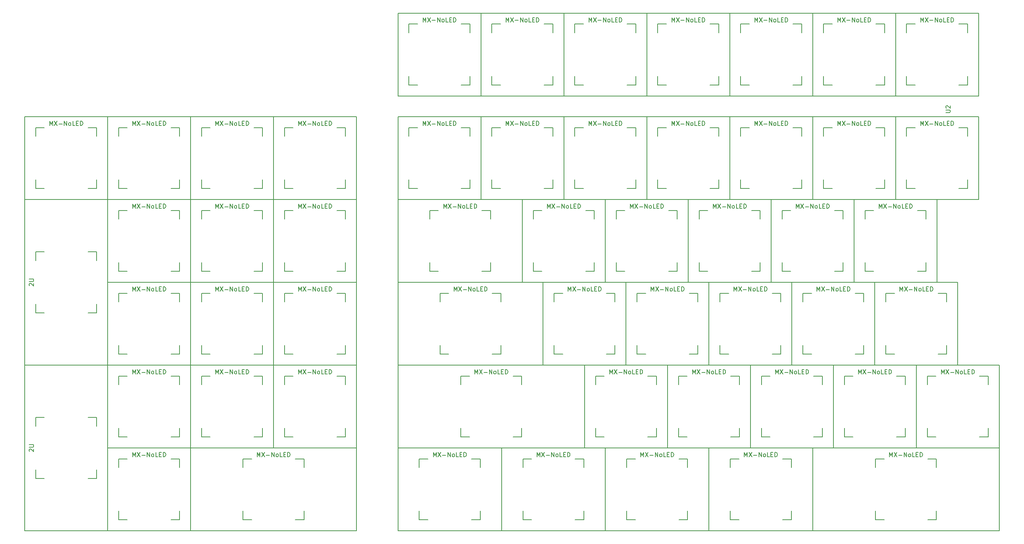
<source format=gbr>
%TF.GenerationSoftware,KiCad,Pcbnew,7.0.5*%
%TF.CreationDate,2023-06-22T07:55:22+00:00*%
%TF.ProjectId,Entry-left,456e7472-792d-46c6-9566-742e6b696361,rev?*%
%TF.SameCoordinates,Original*%
%TF.FileFunction,OtherDrawing,Comment*%
%FSLAX46Y46*%
G04 Gerber Fmt 4.6, Leading zero omitted, Abs format (unit mm)*
G04 Created by KiCad (PCBNEW 7.0.5) date 2023-06-22 07:55:22*
%MOMM*%
%LPD*%
G01*
G04 APERTURE LIST*
%ADD10C,0.150000*%
G04 APERTURE END LIST*
D10*
%TO.C,MX6*%
X70732345Y-73316069D02*
X70732345Y-72316069D01*
X70732345Y-72316069D02*
X71065678Y-73030354D01*
X71065678Y-73030354D02*
X71399011Y-72316069D01*
X71399011Y-72316069D02*
X71399011Y-73316069D01*
X71779964Y-72316069D02*
X72446630Y-73316069D01*
X72446630Y-72316069D02*
X71779964Y-73316069D01*
X72827583Y-72935116D02*
X73589488Y-72935116D01*
X74065678Y-73316069D02*
X74065678Y-72316069D01*
X74065678Y-72316069D02*
X74637106Y-73316069D01*
X74637106Y-73316069D02*
X74637106Y-72316069D01*
X75256154Y-73316069D02*
X75160916Y-73268450D01*
X75160916Y-73268450D02*
X75113297Y-73220830D01*
X75113297Y-73220830D02*
X75065678Y-73125592D01*
X75065678Y-73125592D02*
X75065678Y-72839878D01*
X75065678Y-72839878D02*
X75113297Y-72744640D01*
X75113297Y-72744640D02*
X75160916Y-72697021D01*
X75160916Y-72697021D02*
X75256154Y-72649402D01*
X75256154Y-72649402D02*
X75399011Y-72649402D01*
X75399011Y-72649402D02*
X75494249Y-72697021D01*
X75494249Y-72697021D02*
X75541868Y-72744640D01*
X75541868Y-72744640D02*
X75589487Y-72839878D01*
X75589487Y-72839878D02*
X75589487Y-73125592D01*
X75589487Y-73125592D02*
X75541868Y-73220830D01*
X75541868Y-73220830D02*
X75494249Y-73268450D01*
X75494249Y-73268450D02*
X75399011Y-73316069D01*
X75399011Y-73316069D02*
X75256154Y-73316069D01*
X76494249Y-73316069D02*
X76018059Y-73316069D01*
X76018059Y-73316069D02*
X76018059Y-72316069D01*
X76827583Y-72792259D02*
X77160916Y-72792259D01*
X77303773Y-73316069D02*
X76827583Y-73316069D01*
X76827583Y-73316069D02*
X76827583Y-72316069D01*
X76827583Y-72316069D02*
X77303773Y-72316069D01*
X77732345Y-73316069D02*
X77732345Y-72316069D01*
X77732345Y-72316069D02*
X77970440Y-72316069D01*
X77970440Y-72316069D02*
X78113297Y-72363688D01*
X78113297Y-72363688D02*
X78208535Y-72458926D01*
X78208535Y-72458926D02*
X78256154Y-72554164D01*
X78256154Y-72554164D02*
X78303773Y-72744640D01*
X78303773Y-72744640D02*
X78303773Y-72887497D01*
X78303773Y-72887497D02*
X78256154Y-73077973D01*
X78256154Y-73077973D02*
X78208535Y-73173211D01*
X78208535Y-73173211D02*
X78113297Y-73268450D01*
X78113297Y-73268450D02*
X77970440Y-73316069D01*
X77970440Y-73316069D02*
X77732345Y-73316069D01*
%TO.C,MX2*%
X51682345Y-54266069D02*
X51682345Y-53266069D01*
X51682345Y-53266069D02*
X52015678Y-53980354D01*
X52015678Y-53980354D02*
X52349011Y-53266069D01*
X52349011Y-53266069D02*
X52349011Y-54266069D01*
X52729964Y-53266069D02*
X53396630Y-54266069D01*
X53396630Y-53266069D02*
X52729964Y-54266069D01*
X53777583Y-53885116D02*
X54539488Y-53885116D01*
X55015678Y-54266069D02*
X55015678Y-53266069D01*
X55015678Y-53266069D02*
X55587106Y-54266069D01*
X55587106Y-54266069D02*
X55587106Y-53266069D01*
X56206154Y-54266069D02*
X56110916Y-54218450D01*
X56110916Y-54218450D02*
X56063297Y-54170830D01*
X56063297Y-54170830D02*
X56015678Y-54075592D01*
X56015678Y-54075592D02*
X56015678Y-53789878D01*
X56015678Y-53789878D02*
X56063297Y-53694640D01*
X56063297Y-53694640D02*
X56110916Y-53647021D01*
X56110916Y-53647021D02*
X56206154Y-53599402D01*
X56206154Y-53599402D02*
X56349011Y-53599402D01*
X56349011Y-53599402D02*
X56444249Y-53647021D01*
X56444249Y-53647021D02*
X56491868Y-53694640D01*
X56491868Y-53694640D02*
X56539487Y-53789878D01*
X56539487Y-53789878D02*
X56539487Y-54075592D01*
X56539487Y-54075592D02*
X56491868Y-54170830D01*
X56491868Y-54170830D02*
X56444249Y-54218450D01*
X56444249Y-54218450D02*
X56349011Y-54266069D01*
X56349011Y-54266069D02*
X56206154Y-54266069D01*
X57444249Y-54266069D02*
X56968059Y-54266069D01*
X56968059Y-54266069D02*
X56968059Y-53266069D01*
X57777583Y-53742259D02*
X58110916Y-53742259D01*
X58253773Y-54266069D02*
X57777583Y-54266069D01*
X57777583Y-54266069D02*
X57777583Y-53266069D01*
X57777583Y-53266069D02*
X58253773Y-53266069D01*
X58682345Y-54266069D02*
X58682345Y-53266069D01*
X58682345Y-53266069D02*
X58920440Y-53266069D01*
X58920440Y-53266069D02*
X59063297Y-53313688D01*
X59063297Y-53313688D02*
X59158535Y-53408926D01*
X59158535Y-53408926D02*
X59206154Y-53504164D01*
X59206154Y-53504164D02*
X59253773Y-53694640D01*
X59253773Y-53694640D02*
X59253773Y-53837497D01*
X59253773Y-53837497D02*
X59206154Y-54027973D01*
X59206154Y-54027973D02*
X59158535Y-54123211D01*
X59158535Y-54123211D02*
X59063297Y-54218450D01*
X59063297Y-54218450D02*
X58920440Y-54266069D01*
X58920440Y-54266069D02*
X58682345Y-54266069D01*
%TO.C,MX20*%
X156457345Y-30453069D02*
X156457345Y-29453069D01*
X156457345Y-29453069D02*
X156790678Y-30167354D01*
X156790678Y-30167354D02*
X157124011Y-29453069D01*
X157124011Y-29453069D02*
X157124011Y-30453069D01*
X157504964Y-29453069D02*
X158171630Y-30453069D01*
X158171630Y-29453069D02*
X157504964Y-30453069D01*
X158552583Y-30072116D02*
X159314488Y-30072116D01*
X159790678Y-30453069D02*
X159790678Y-29453069D01*
X159790678Y-29453069D02*
X160362106Y-30453069D01*
X160362106Y-30453069D02*
X160362106Y-29453069D01*
X160981154Y-30453069D02*
X160885916Y-30405450D01*
X160885916Y-30405450D02*
X160838297Y-30357830D01*
X160838297Y-30357830D02*
X160790678Y-30262592D01*
X160790678Y-30262592D02*
X160790678Y-29976878D01*
X160790678Y-29976878D02*
X160838297Y-29881640D01*
X160838297Y-29881640D02*
X160885916Y-29834021D01*
X160885916Y-29834021D02*
X160981154Y-29786402D01*
X160981154Y-29786402D02*
X161124011Y-29786402D01*
X161124011Y-29786402D02*
X161219249Y-29834021D01*
X161219249Y-29834021D02*
X161266868Y-29881640D01*
X161266868Y-29881640D02*
X161314487Y-29976878D01*
X161314487Y-29976878D02*
X161314487Y-30262592D01*
X161314487Y-30262592D02*
X161266868Y-30357830D01*
X161266868Y-30357830D02*
X161219249Y-30405450D01*
X161219249Y-30405450D02*
X161124011Y-30453069D01*
X161124011Y-30453069D02*
X160981154Y-30453069D01*
X162219249Y-30453069D02*
X161743059Y-30453069D01*
X161743059Y-30453069D02*
X161743059Y-29453069D01*
X162552583Y-29929259D02*
X162885916Y-29929259D01*
X163028773Y-30453069D02*
X162552583Y-30453069D01*
X162552583Y-30453069D02*
X162552583Y-29453069D01*
X162552583Y-29453069D02*
X163028773Y-29453069D01*
X163457345Y-30453069D02*
X163457345Y-29453069D01*
X163457345Y-29453069D02*
X163695440Y-29453069D01*
X163695440Y-29453069D02*
X163838297Y-29500688D01*
X163838297Y-29500688D02*
X163933535Y-29595926D01*
X163933535Y-29595926D02*
X163981154Y-29691164D01*
X163981154Y-29691164D02*
X164028773Y-29881640D01*
X164028773Y-29881640D02*
X164028773Y-30024497D01*
X164028773Y-30024497D02*
X163981154Y-30214973D01*
X163981154Y-30214973D02*
X163933535Y-30310211D01*
X163933535Y-30310211D02*
X163838297Y-30405450D01*
X163838297Y-30405450D02*
X163695440Y-30453069D01*
X163695440Y-30453069D02*
X163457345Y-30453069D01*
%TO.C,MX52*%
X168363595Y-130466069D02*
X168363595Y-129466069D01*
X168363595Y-129466069D02*
X168696928Y-130180354D01*
X168696928Y-130180354D02*
X169030261Y-129466069D01*
X169030261Y-129466069D02*
X169030261Y-130466069D01*
X169411214Y-129466069D02*
X170077880Y-130466069D01*
X170077880Y-129466069D02*
X169411214Y-130466069D01*
X170458833Y-130085116D02*
X171220738Y-130085116D01*
X171696928Y-130466069D02*
X171696928Y-129466069D01*
X171696928Y-129466069D02*
X172268356Y-130466069D01*
X172268356Y-130466069D02*
X172268356Y-129466069D01*
X172887404Y-130466069D02*
X172792166Y-130418450D01*
X172792166Y-130418450D02*
X172744547Y-130370830D01*
X172744547Y-130370830D02*
X172696928Y-130275592D01*
X172696928Y-130275592D02*
X172696928Y-129989878D01*
X172696928Y-129989878D02*
X172744547Y-129894640D01*
X172744547Y-129894640D02*
X172792166Y-129847021D01*
X172792166Y-129847021D02*
X172887404Y-129799402D01*
X172887404Y-129799402D02*
X173030261Y-129799402D01*
X173030261Y-129799402D02*
X173125499Y-129847021D01*
X173125499Y-129847021D02*
X173173118Y-129894640D01*
X173173118Y-129894640D02*
X173220737Y-129989878D01*
X173220737Y-129989878D02*
X173220737Y-130275592D01*
X173220737Y-130275592D02*
X173173118Y-130370830D01*
X173173118Y-130370830D02*
X173125499Y-130418450D01*
X173125499Y-130418450D02*
X173030261Y-130466069D01*
X173030261Y-130466069D02*
X172887404Y-130466069D01*
X174125499Y-130466069D02*
X173649309Y-130466069D01*
X173649309Y-130466069D02*
X173649309Y-129466069D01*
X174458833Y-129942259D02*
X174792166Y-129942259D01*
X174935023Y-130466069D02*
X174458833Y-130466069D01*
X174458833Y-130466069D02*
X174458833Y-129466069D01*
X174458833Y-129466069D02*
X174935023Y-129466069D01*
X175363595Y-130466069D02*
X175363595Y-129466069D01*
X175363595Y-129466069D02*
X175601690Y-129466069D01*
X175601690Y-129466069D02*
X175744547Y-129513688D01*
X175744547Y-129513688D02*
X175839785Y-129608926D01*
X175839785Y-129608926D02*
X175887404Y-129704164D01*
X175887404Y-129704164D02*
X175935023Y-129894640D01*
X175935023Y-129894640D02*
X175935023Y-130037497D01*
X175935023Y-130037497D02*
X175887404Y-130227973D01*
X175887404Y-130227973D02*
X175839785Y-130323211D01*
X175839785Y-130323211D02*
X175744547Y-130418450D01*
X175744547Y-130418450D02*
X175601690Y-130466069D01*
X175601690Y-130466069D02*
X175363595Y-130466069D01*
%TO.C,MX26*%
X137407345Y-54266069D02*
X137407345Y-53266069D01*
X137407345Y-53266069D02*
X137740678Y-53980354D01*
X137740678Y-53980354D02*
X138074011Y-53266069D01*
X138074011Y-53266069D02*
X138074011Y-54266069D01*
X138454964Y-53266069D02*
X139121630Y-54266069D01*
X139121630Y-53266069D02*
X138454964Y-54266069D01*
X139502583Y-53885116D02*
X140264488Y-53885116D01*
X140740678Y-54266069D02*
X140740678Y-53266069D01*
X140740678Y-53266069D02*
X141312106Y-54266069D01*
X141312106Y-54266069D02*
X141312106Y-53266069D01*
X141931154Y-54266069D02*
X141835916Y-54218450D01*
X141835916Y-54218450D02*
X141788297Y-54170830D01*
X141788297Y-54170830D02*
X141740678Y-54075592D01*
X141740678Y-54075592D02*
X141740678Y-53789878D01*
X141740678Y-53789878D02*
X141788297Y-53694640D01*
X141788297Y-53694640D02*
X141835916Y-53647021D01*
X141835916Y-53647021D02*
X141931154Y-53599402D01*
X141931154Y-53599402D02*
X142074011Y-53599402D01*
X142074011Y-53599402D02*
X142169249Y-53647021D01*
X142169249Y-53647021D02*
X142216868Y-53694640D01*
X142216868Y-53694640D02*
X142264487Y-53789878D01*
X142264487Y-53789878D02*
X142264487Y-54075592D01*
X142264487Y-54075592D02*
X142216868Y-54170830D01*
X142216868Y-54170830D02*
X142169249Y-54218450D01*
X142169249Y-54218450D02*
X142074011Y-54266069D01*
X142074011Y-54266069D02*
X141931154Y-54266069D01*
X143169249Y-54266069D02*
X142693059Y-54266069D01*
X142693059Y-54266069D02*
X142693059Y-53266069D01*
X143502583Y-53742259D02*
X143835916Y-53742259D01*
X143978773Y-54266069D02*
X143502583Y-54266069D01*
X143502583Y-54266069D02*
X143502583Y-53266069D01*
X143502583Y-53266069D02*
X143978773Y-53266069D01*
X144407345Y-54266069D02*
X144407345Y-53266069D01*
X144407345Y-53266069D02*
X144645440Y-53266069D01*
X144645440Y-53266069D02*
X144788297Y-53313688D01*
X144788297Y-53313688D02*
X144883535Y-53408926D01*
X144883535Y-53408926D02*
X144931154Y-53504164D01*
X144931154Y-53504164D02*
X144978773Y-53694640D01*
X144978773Y-53694640D02*
X144978773Y-53837497D01*
X144978773Y-53837497D02*
X144931154Y-54027973D01*
X144931154Y-54027973D02*
X144883535Y-54123211D01*
X144883535Y-54123211D02*
X144788297Y-54218450D01*
X144788297Y-54218450D02*
X144645440Y-54266069D01*
X144645440Y-54266069D02*
X144407345Y-54266069D01*
%TO.C,MX1*%
X32632345Y-54266069D02*
X32632345Y-53266069D01*
X32632345Y-53266069D02*
X32965678Y-53980354D01*
X32965678Y-53980354D02*
X33299011Y-53266069D01*
X33299011Y-53266069D02*
X33299011Y-54266069D01*
X33679964Y-53266069D02*
X34346630Y-54266069D01*
X34346630Y-53266069D02*
X33679964Y-54266069D01*
X34727583Y-53885116D02*
X35489488Y-53885116D01*
X35965678Y-54266069D02*
X35965678Y-53266069D01*
X35965678Y-53266069D02*
X36537106Y-54266069D01*
X36537106Y-54266069D02*
X36537106Y-53266069D01*
X37156154Y-54266069D02*
X37060916Y-54218450D01*
X37060916Y-54218450D02*
X37013297Y-54170830D01*
X37013297Y-54170830D02*
X36965678Y-54075592D01*
X36965678Y-54075592D02*
X36965678Y-53789878D01*
X36965678Y-53789878D02*
X37013297Y-53694640D01*
X37013297Y-53694640D02*
X37060916Y-53647021D01*
X37060916Y-53647021D02*
X37156154Y-53599402D01*
X37156154Y-53599402D02*
X37299011Y-53599402D01*
X37299011Y-53599402D02*
X37394249Y-53647021D01*
X37394249Y-53647021D02*
X37441868Y-53694640D01*
X37441868Y-53694640D02*
X37489487Y-53789878D01*
X37489487Y-53789878D02*
X37489487Y-54075592D01*
X37489487Y-54075592D02*
X37441868Y-54170830D01*
X37441868Y-54170830D02*
X37394249Y-54218450D01*
X37394249Y-54218450D02*
X37299011Y-54266069D01*
X37299011Y-54266069D02*
X37156154Y-54266069D01*
X38394249Y-54266069D02*
X37918059Y-54266069D01*
X37918059Y-54266069D02*
X37918059Y-53266069D01*
X38727583Y-53742259D02*
X39060916Y-53742259D01*
X39203773Y-54266069D02*
X38727583Y-54266069D01*
X38727583Y-54266069D02*
X38727583Y-53266069D01*
X38727583Y-53266069D02*
X39203773Y-53266069D01*
X39632345Y-54266069D02*
X39632345Y-53266069D01*
X39632345Y-53266069D02*
X39870440Y-53266069D01*
X39870440Y-53266069D02*
X40013297Y-53313688D01*
X40013297Y-53313688D02*
X40108535Y-53408926D01*
X40108535Y-53408926D02*
X40156154Y-53504164D01*
X40156154Y-53504164D02*
X40203773Y-53694640D01*
X40203773Y-53694640D02*
X40203773Y-53837497D01*
X40203773Y-53837497D02*
X40156154Y-54027973D01*
X40156154Y-54027973D02*
X40108535Y-54123211D01*
X40108535Y-54123211D02*
X40013297Y-54218450D01*
X40013297Y-54218450D02*
X39870440Y-54266069D01*
X39870440Y-54266069D02*
X39632345Y-54266069D01*
%TO.C,MX38*%
X125501095Y-92366069D02*
X125501095Y-91366069D01*
X125501095Y-91366069D02*
X125834428Y-92080354D01*
X125834428Y-92080354D02*
X126167761Y-91366069D01*
X126167761Y-91366069D02*
X126167761Y-92366069D01*
X126548714Y-91366069D02*
X127215380Y-92366069D01*
X127215380Y-91366069D02*
X126548714Y-92366069D01*
X127596333Y-91985116D02*
X128358238Y-91985116D01*
X128834428Y-92366069D02*
X128834428Y-91366069D01*
X128834428Y-91366069D02*
X129405856Y-92366069D01*
X129405856Y-92366069D02*
X129405856Y-91366069D01*
X130024904Y-92366069D02*
X129929666Y-92318450D01*
X129929666Y-92318450D02*
X129882047Y-92270830D01*
X129882047Y-92270830D02*
X129834428Y-92175592D01*
X129834428Y-92175592D02*
X129834428Y-91889878D01*
X129834428Y-91889878D02*
X129882047Y-91794640D01*
X129882047Y-91794640D02*
X129929666Y-91747021D01*
X129929666Y-91747021D02*
X130024904Y-91699402D01*
X130024904Y-91699402D02*
X130167761Y-91699402D01*
X130167761Y-91699402D02*
X130262999Y-91747021D01*
X130262999Y-91747021D02*
X130310618Y-91794640D01*
X130310618Y-91794640D02*
X130358237Y-91889878D01*
X130358237Y-91889878D02*
X130358237Y-92175592D01*
X130358237Y-92175592D02*
X130310618Y-92270830D01*
X130310618Y-92270830D02*
X130262999Y-92318450D01*
X130262999Y-92318450D02*
X130167761Y-92366069D01*
X130167761Y-92366069D02*
X130024904Y-92366069D01*
X131262999Y-92366069D02*
X130786809Y-92366069D01*
X130786809Y-92366069D02*
X130786809Y-91366069D01*
X131596333Y-91842259D02*
X131929666Y-91842259D01*
X132072523Y-92366069D02*
X131596333Y-92366069D01*
X131596333Y-92366069D02*
X131596333Y-91366069D01*
X131596333Y-91366069D02*
X132072523Y-91366069D01*
X132501095Y-92366069D02*
X132501095Y-91366069D01*
X132501095Y-91366069D02*
X132739190Y-91366069D01*
X132739190Y-91366069D02*
X132882047Y-91413688D01*
X132882047Y-91413688D02*
X132977285Y-91508926D01*
X132977285Y-91508926D02*
X133024904Y-91604164D01*
X133024904Y-91604164D02*
X133072523Y-91794640D01*
X133072523Y-91794640D02*
X133072523Y-91937497D01*
X133072523Y-91937497D02*
X133024904Y-92127973D01*
X133024904Y-92127973D02*
X132977285Y-92223211D01*
X132977285Y-92223211D02*
X132882047Y-92318450D01*
X132882047Y-92318450D02*
X132739190Y-92366069D01*
X132739190Y-92366069D02*
X132501095Y-92366069D01*
%TO.C,MX53*%
X192176095Y-130466069D02*
X192176095Y-129466069D01*
X192176095Y-129466069D02*
X192509428Y-130180354D01*
X192509428Y-130180354D02*
X192842761Y-129466069D01*
X192842761Y-129466069D02*
X192842761Y-130466069D01*
X193223714Y-129466069D02*
X193890380Y-130466069D01*
X193890380Y-129466069D02*
X193223714Y-130466069D01*
X194271333Y-130085116D02*
X195033238Y-130085116D01*
X195509428Y-130466069D02*
X195509428Y-129466069D01*
X195509428Y-129466069D02*
X196080856Y-130466069D01*
X196080856Y-130466069D02*
X196080856Y-129466069D01*
X196699904Y-130466069D02*
X196604666Y-130418450D01*
X196604666Y-130418450D02*
X196557047Y-130370830D01*
X196557047Y-130370830D02*
X196509428Y-130275592D01*
X196509428Y-130275592D02*
X196509428Y-129989878D01*
X196509428Y-129989878D02*
X196557047Y-129894640D01*
X196557047Y-129894640D02*
X196604666Y-129847021D01*
X196604666Y-129847021D02*
X196699904Y-129799402D01*
X196699904Y-129799402D02*
X196842761Y-129799402D01*
X196842761Y-129799402D02*
X196937999Y-129847021D01*
X196937999Y-129847021D02*
X196985618Y-129894640D01*
X196985618Y-129894640D02*
X197033237Y-129989878D01*
X197033237Y-129989878D02*
X197033237Y-130275592D01*
X197033237Y-130275592D02*
X196985618Y-130370830D01*
X196985618Y-130370830D02*
X196937999Y-130418450D01*
X196937999Y-130418450D02*
X196842761Y-130466069D01*
X196842761Y-130466069D02*
X196699904Y-130466069D01*
X197937999Y-130466069D02*
X197461809Y-130466069D01*
X197461809Y-130466069D02*
X197461809Y-129466069D01*
X198271333Y-129942259D02*
X198604666Y-129942259D01*
X198747523Y-130466069D02*
X198271333Y-130466069D01*
X198271333Y-130466069D02*
X198271333Y-129466069D01*
X198271333Y-129466069D02*
X198747523Y-129466069D01*
X199176095Y-130466069D02*
X199176095Y-129466069D01*
X199176095Y-129466069D02*
X199414190Y-129466069D01*
X199414190Y-129466069D02*
X199557047Y-129513688D01*
X199557047Y-129513688D02*
X199652285Y-129608926D01*
X199652285Y-129608926D02*
X199699904Y-129704164D01*
X199699904Y-129704164D02*
X199747523Y-129894640D01*
X199747523Y-129894640D02*
X199747523Y-130037497D01*
X199747523Y-130037497D02*
X199699904Y-130227973D01*
X199699904Y-130227973D02*
X199652285Y-130323211D01*
X199652285Y-130323211D02*
X199557047Y-130418450D01*
X199557047Y-130418450D02*
X199414190Y-130466069D01*
X199414190Y-130466069D02*
X199176095Y-130466069D01*
%TO.C,MX27*%
X156457345Y-54266069D02*
X156457345Y-53266069D01*
X156457345Y-53266069D02*
X156790678Y-53980354D01*
X156790678Y-53980354D02*
X157124011Y-53266069D01*
X157124011Y-53266069D02*
X157124011Y-54266069D01*
X157504964Y-53266069D02*
X158171630Y-54266069D01*
X158171630Y-53266069D02*
X157504964Y-54266069D01*
X158552583Y-53885116D02*
X159314488Y-53885116D01*
X159790678Y-54266069D02*
X159790678Y-53266069D01*
X159790678Y-53266069D02*
X160362106Y-54266069D01*
X160362106Y-54266069D02*
X160362106Y-53266069D01*
X160981154Y-54266069D02*
X160885916Y-54218450D01*
X160885916Y-54218450D02*
X160838297Y-54170830D01*
X160838297Y-54170830D02*
X160790678Y-54075592D01*
X160790678Y-54075592D02*
X160790678Y-53789878D01*
X160790678Y-53789878D02*
X160838297Y-53694640D01*
X160838297Y-53694640D02*
X160885916Y-53647021D01*
X160885916Y-53647021D02*
X160981154Y-53599402D01*
X160981154Y-53599402D02*
X161124011Y-53599402D01*
X161124011Y-53599402D02*
X161219249Y-53647021D01*
X161219249Y-53647021D02*
X161266868Y-53694640D01*
X161266868Y-53694640D02*
X161314487Y-53789878D01*
X161314487Y-53789878D02*
X161314487Y-54075592D01*
X161314487Y-54075592D02*
X161266868Y-54170830D01*
X161266868Y-54170830D02*
X161219249Y-54218450D01*
X161219249Y-54218450D02*
X161124011Y-54266069D01*
X161124011Y-54266069D02*
X160981154Y-54266069D01*
X162219249Y-54266069D02*
X161743059Y-54266069D01*
X161743059Y-54266069D02*
X161743059Y-53266069D01*
X162552583Y-53742259D02*
X162885916Y-53742259D01*
X163028773Y-54266069D02*
X162552583Y-54266069D01*
X162552583Y-54266069D02*
X162552583Y-53266069D01*
X162552583Y-53266069D02*
X163028773Y-53266069D01*
X163457345Y-54266069D02*
X163457345Y-53266069D01*
X163457345Y-53266069D02*
X163695440Y-53266069D01*
X163695440Y-53266069D02*
X163838297Y-53313688D01*
X163838297Y-53313688D02*
X163933535Y-53408926D01*
X163933535Y-53408926D02*
X163981154Y-53504164D01*
X163981154Y-53504164D02*
X164028773Y-53694640D01*
X164028773Y-53694640D02*
X164028773Y-53837497D01*
X164028773Y-53837497D02*
X163981154Y-54027973D01*
X163981154Y-54027973D02*
X163933535Y-54123211D01*
X163933535Y-54123211D02*
X163838297Y-54218450D01*
X163838297Y-54218450D02*
X163695440Y-54266069D01*
X163695440Y-54266069D02*
X163457345Y-54266069D01*
%TO.C,MX10*%
X70732345Y-92366069D02*
X70732345Y-91366069D01*
X70732345Y-91366069D02*
X71065678Y-92080354D01*
X71065678Y-92080354D02*
X71399011Y-91366069D01*
X71399011Y-91366069D02*
X71399011Y-92366069D01*
X71779964Y-91366069D02*
X72446630Y-92366069D01*
X72446630Y-91366069D02*
X71779964Y-92366069D01*
X72827583Y-91985116D02*
X73589488Y-91985116D01*
X74065678Y-92366069D02*
X74065678Y-91366069D01*
X74065678Y-91366069D02*
X74637106Y-92366069D01*
X74637106Y-92366069D02*
X74637106Y-91366069D01*
X75256154Y-92366069D02*
X75160916Y-92318450D01*
X75160916Y-92318450D02*
X75113297Y-92270830D01*
X75113297Y-92270830D02*
X75065678Y-92175592D01*
X75065678Y-92175592D02*
X75065678Y-91889878D01*
X75065678Y-91889878D02*
X75113297Y-91794640D01*
X75113297Y-91794640D02*
X75160916Y-91747021D01*
X75160916Y-91747021D02*
X75256154Y-91699402D01*
X75256154Y-91699402D02*
X75399011Y-91699402D01*
X75399011Y-91699402D02*
X75494249Y-91747021D01*
X75494249Y-91747021D02*
X75541868Y-91794640D01*
X75541868Y-91794640D02*
X75589487Y-91889878D01*
X75589487Y-91889878D02*
X75589487Y-92175592D01*
X75589487Y-92175592D02*
X75541868Y-92270830D01*
X75541868Y-92270830D02*
X75494249Y-92318450D01*
X75494249Y-92318450D02*
X75399011Y-92366069D01*
X75399011Y-92366069D02*
X75256154Y-92366069D01*
X76494249Y-92366069D02*
X76018059Y-92366069D01*
X76018059Y-92366069D02*
X76018059Y-91366069D01*
X76827583Y-91842259D02*
X77160916Y-91842259D01*
X77303773Y-92366069D02*
X76827583Y-92366069D01*
X76827583Y-92366069D02*
X76827583Y-91366069D01*
X76827583Y-91366069D02*
X77303773Y-91366069D01*
X77732345Y-92366069D02*
X77732345Y-91366069D01*
X77732345Y-91366069D02*
X77970440Y-91366069D01*
X77970440Y-91366069D02*
X78113297Y-91413688D01*
X78113297Y-91413688D02*
X78208535Y-91508926D01*
X78208535Y-91508926D02*
X78256154Y-91604164D01*
X78256154Y-91604164D02*
X78303773Y-91794640D01*
X78303773Y-91794640D02*
X78303773Y-91937497D01*
X78303773Y-91937497D02*
X78256154Y-92127973D01*
X78256154Y-92127973D02*
X78208535Y-92223211D01*
X78208535Y-92223211D02*
X78113297Y-92318450D01*
X78113297Y-92318450D02*
X77970440Y-92366069D01*
X77970440Y-92366069D02*
X77732345Y-92366069D01*
%TO.C,MX17*%
X80257345Y-130466069D02*
X80257345Y-129466069D01*
X80257345Y-129466069D02*
X80590678Y-130180354D01*
X80590678Y-130180354D02*
X80924011Y-129466069D01*
X80924011Y-129466069D02*
X80924011Y-130466069D01*
X81304964Y-129466069D02*
X81971630Y-130466069D01*
X81971630Y-129466069D02*
X81304964Y-130466069D01*
X82352583Y-130085116D02*
X83114488Y-130085116D01*
X83590678Y-130466069D02*
X83590678Y-129466069D01*
X83590678Y-129466069D02*
X84162106Y-130466069D01*
X84162106Y-130466069D02*
X84162106Y-129466069D01*
X84781154Y-130466069D02*
X84685916Y-130418450D01*
X84685916Y-130418450D02*
X84638297Y-130370830D01*
X84638297Y-130370830D02*
X84590678Y-130275592D01*
X84590678Y-130275592D02*
X84590678Y-129989878D01*
X84590678Y-129989878D02*
X84638297Y-129894640D01*
X84638297Y-129894640D02*
X84685916Y-129847021D01*
X84685916Y-129847021D02*
X84781154Y-129799402D01*
X84781154Y-129799402D02*
X84924011Y-129799402D01*
X84924011Y-129799402D02*
X85019249Y-129847021D01*
X85019249Y-129847021D02*
X85066868Y-129894640D01*
X85066868Y-129894640D02*
X85114487Y-129989878D01*
X85114487Y-129989878D02*
X85114487Y-130275592D01*
X85114487Y-130275592D02*
X85066868Y-130370830D01*
X85066868Y-130370830D02*
X85019249Y-130418450D01*
X85019249Y-130418450D02*
X84924011Y-130466069D01*
X84924011Y-130466069D02*
X84781154Y-130466069D01*
X86019249Y-130466069D02*
X85543059Y-130466069D01*
X85543059Y-130466069D02*
X85543059Y-129466069D01*
X86352583Y-129942259D02*
X86685916Y-129942259D01*
X86828773Y-130466069D02*
X86352583Y-130466069D01*
X86352583Y-130466069D02*
X86352583Y-129466069D01*
X86352583Y-129466069D02*
X86828773Y-129466069D01*
X87257345Y-130466069D02*
X87257345Y-129466069D01*
X87257345Y-129466069D02*
X87495440Y-129466069D01*
X87495440Y-129466069D02*
X87638297Y-129513688D01*
X87638297Y-129513688D02*
X87733535Y-129608926D01*
X87733535Y-129608926D02*
X87781154Y-129704164D01*
X87781154Y-129704164D02*
X87828773Y-129894640D01*
X87828773Y-129894640D02*
X87828773Y-130037497D01*
X87828773Y-130037497D02*
X87781154Y-130227973D01*
X87781154Y-130227973D02*
X87733535Y-130323211D01*
X87733535Y-130323211D02*
X87638297Y-130418450D01*
X87638297Y-130418450D02*
X87495440Y-130466069D01*
X87495440Y-130466069D02*
X87257345Y-130466069D01*
%TO.C,MX50*%
X120738595Y-130466069D02*
X120738595Y-129466069D01*
X120738595Y-129466069D02*
X121071928Y-130180354D01*
X121071928Y-130180354D02*
X121405261Y-129466069D01*
X121405261Y-129466069D02*
X121405261Y-130466069D01*
X121786214Y-129466069D02*
X122452880Y-130466069D01*
X122452880Y-129466069D02*
X121786214Y-130466069D01*
X122833833Y-130085116D02*
X123595738Y-130085116D01*
X124071928Y-130466069D02*
X124071928Y-129466069D01*
X124071928Y-129466069D02*
X124643356Y-130466069D01*
X124643356Y-130466069D02*
X124643356Y-129466069D01*
X125262404Y-130466069D02*
X125167166Y-130418450D01*
X125167166Y-130418450D02*
X125119547Y-130370830D01*
X125119547Y-130370830D02*
X125071928Y-130275592D01*
X125071928Y-130275592D02*
X125071928Y-129989878D01*
X125071928Y-129989878D02*
X125119547Y-129894640D01*
X125119547Y-129894640D02*
X125167166Y-129847021D01*
X125167166Y-129847021D02*
X125262404Y-129799402D01*
X125262404Y-129799402D02*
X125405261Y-129799402D01*
X125405261Y-129799402D02*
X125500499Y-129847021D01*
X125500499Y-129847021D02*
X125548118Y-129894640D01*
X125548118Y-129894640D02*
X125595737Y-129989878D01*
X125595737Y-129989878D02*
X125595737Y-130275592D01*
X125595737Y-130275592D02*
X125548118Y-130370830D01*
X125548118Y-130370830D02*
X125500499Y-130418450D01*
X125500499Y-130418450D02*
X125405261Y-130466069D01*
X125405261Y-130466069D02*
X125262404Y-130466069D01*
X126500499Y-130466069D02*
X126024309Y-130466069D01*
X126024309Y-130466069D02*
X126024309Y-129466069D01*
X126833833Y-129942259D02*
X127167166Y-129942259D01*
X127310023Y-130466069D02*
X126833833Y-130466069D01*
X126833833Y-130466069D02*
X126833833Y-129466069D01*
X126833833Y-129466069D02*
X127310023Y-129466069D01*
X127738595Y-130466069D02*
X127738595Y-129466069D01*
X127738595Y-129466069D02*
X127976690Y-129466069D01*
X127976690Y-129466069D02*
X128119547Y-129513688D01*
X128119547Y-129513688D02*
X128214785Y-129608926D01*
X128214785Y-129608926D02*
X128262404Y-129704164D01*
X128262404Y-129704164D02*
X128310023Y-129894640D01*
X128310023Y-129894640D02*
X128310023Y-130037497D01*
X128310023Y-130037497D02*
X128262404Y-130227973D01*
X128262404Y-130227973D02*
X128214785Y-130323211D01*
X128214785Y-130323211D02*
X128119547Y-130418450D01*
X128119547Y-130418450D02*
X127976690Y-130466069D01*
X127976690Y-130466069D02*
X127738595Y-130466069D01*
%TO.C,U2*%
X238461569Y-51272654D02*
X239271092Y-51272654D01*
X239271092Y-51272654D02*
X239366330Y-51225035D01*
X239366330Y-51225035D02*
X239413950Y-51177416D01*
X239413950Y-51177416D02*
X239461569Y-51082178D01*
X239461569Y-51082178D02*
X239461569Y-50891702D01*
X239461569Y-50891702D02*
X239413950Y-50796464D01*
X239413950Y-50796464D02*
X239366330Y-50748845D01*
X239366330Y-50748845D02*
X239271092Y-50701226D01*
X239271092Y-50701226D02*
X238461569Y-50701226D01*
X238556807Y-50272654D02*
X238509188Y-50225035D01*
X238509188Y-50225035D02*
X238461569Y-50129797D01*
X238461569Y-50129797D02*
X238461569Y-49891702D01*
X238461569Y-49891702D02*
X238509188Y-49796464D01*
X238509188Y-49796464D02*
X238556807Y-49748845D01*
X238556807Y-49748845D02*
X238652045Y-49701226D01*
X238652045Y-49701226D02*
X238747283Y-49701226D01*
X238747283Y-49701226D02*
X238890140Y-49748845D01*
X238890140Y-49748845D02*
X239461569Y-50320273D01*
X239461569Y-50320273D02*
X239461569Y-49701226D01*
%TO.C,MX31*%
X232657345Y-54266069D02*
X232657345Y-53266069D01*
X232657345Y-53266069D02*
X232990678Y-53980354D01*
X232990678Y-53980354D02*
X233324011Y-53266069D01*
X233324011Y-53266069D02*
X233324011Y-54266069D01*
X233704964Y-53266069D02*
X234371630Y-54266069D01*
X234371630Y-53266069D02*
X233704964Y-54266069D01*
X234752583Y-53885116D02*
X235514488Y-53885116D01*
X235990678Y-54266069D02*
X235990678Y-53266069D01*
X235990678Y-53266069D02*
X236562106Y-54266069D01*
X236562106Y-54266069D02*
X236562106Y-53266069D01*
X237181154Y-54266069D02*
X237085916Y-54218450D01*
X237085916Y-54218450D02*
X237038297Y-54170830D01*
X237038297Y-54170830D02*
X236990678Y-54075592D01*
X236990678Y-54075592D02*
X236990678Y-53789878D01*
X236990678Y-53789878D02*
X237038297Y-53694640D01*
X237038297Y-53694640D02*
X237085916Y-53647021D01*
X237085916Y-53647021D02*
X237181154Y-53599402D01*
X237181154Y-53599402D02*
X237324011Y-53599402D01*
X237324011Y-53599402D02*
X237419249Y-53647021D01*
X237419249Y-53647021D02*
X237466868Y-53694640D01*
X237466868Y-53694640D02*
X237514487Y-53789878D01*
X237514487Y-53789878D02*
X237514487Y-54075592D01*
X237514487Y-54075592D02*
X237466868Y-54170830D01*
X237466868Y-54170830D02*
X237419249Y-54218450D01*
X237419249Y-54218450D02*
X237324011Y-54266069D01*
X237324011Y-54266069D02*
X237181154Y-54266069D01*
X238419249Y-54266069D02*
X237943059Y-54266069D01*
X237943059Y-54266069D02*
X237943059Y-53266069D01*
X238752583Y-53742259D02*
X239085916Y-53742259D01*
X239228773Y-54266069D02*
X238752583Y-54266069D01*
X238752583Y-54266069D02*
X238752583Y-53266069D01*
X238752583Y-53266069D02*
X239228773Y-53266069D01*
X239657345Y-54266069D02*
X239657345Y-53266069D01*
X239657345Y-53266069D02*
X239895440Y-53266069D01*
X239895440Y-53266069D02*
X240038297Y-53313688D01*
X240038297Y-53313688D02*
X240133535Y-53408926D01*
X240133535Y-53408926D02*
X240181154Y-53504164D01*
X240181154Y-53504164D02*
X240228773Y-53694640D01*
X240228773Y-53694640D02*
X240228773Y-53837497D01*
X240228773Y-53837497D02*
X240181154Y-54027973D01*
X240181154Y-54027973D02*
X240133535Y-54123211D01*
X240133535Y-54123211D02*
X240038297Y-54218450D01*
X240038297Y-54218450D02*
X239895440Y-54266069D01*
X239895440Y-54266069D02*
X239657345Y-54266069D01*
%TO.C,MX18*%
X118357345Y-30453069D02*
X118357345Y-29453069D01*
X118357345Y-29453069D02*
X118690678Y-30167354D01*
X118690678Y-30167354D02*
X119024011Y-29453069D01*
X119024011Y-29453069D02*
X119024011Y-30453069D01*
X119404964Y-29453069D02*
X120071630Y-30453069D01*
X120071630Y-29453069D02*
X119404964Y-30453069D01*
X120452583Y-30072116D02*
X121214488Y-30072116D01*
X121690678Y-30453069D02*
X121690678Y-29453069D01*
X121690678Y-29453069D02*
X122262106Y-30453069D01*
X122262106Y-30453069D02*
X122262106Y-29453069D01*
X122881154Y-30453069D02*
X122785916Y-30405450D01*
X122785916Y-30405450D02*
X122738297Y-30357830D01*
X122738297Y-30357830D02*
X122690678Y-30262592D01*
X122690678Y-30262592D02*
X122690678Y-29976878D01*
X122690678Y-29976878D02*
X122738297Y-29881640D01*
X122738297Y-29881640D02*
X122785916Y-29834021D01*
X122785916Y-29834021D02*
X122881154Y-29786402D01*
X122881154Y-29786402D02*
X123024011Y-29786402D01*
X123024011Y-29786402D02*
X123119249Y-29834021D01*
X123119249Y-29834021D02*
X123166868Y-29881640D01*
X123166868Y-29881640D02*
X123214487Y-29976878D01*
X123214487Y-29976878D02*
X123214487Y-30262592D01*
X123214487Y-30262592D02*
X123166868Y-30357830D01*
X123166868Y-30357830D02*
X123119249Y-30405450D01*
X123119249Y-30405450D02*
X123024011Y-30453069D01*
X123024011Y-30453069D02*
X122881154Y-30453069D01*
X124119249Y-30453069D02*
X123643059Y-30453069D01*
X123643059Y-30453069D02*
X123643059Y-29453069D01*
X124452583Y-29929259D02*
X124785916Y-29929259D01*
X124928773Y-30453069D02*
X124452583Y-30453069D01*
X124452583Y-30453069D02*
X124452583Y-29453069D01*
X124452583Y-29453069D02*
X124928773Y-29453069D01*
X125357345Y-30453069D02*
X125357345Y-29453069D01*
X125357345Y-29453069D02*
X125595440Y-29453069D01*
X125595440Y-29453069D02*
X125738297Y-29500688D01*
X125738297Y-29500688D02*
X125833535Y-29595926D01*
X125833535Y-29595926D02*
X125881154Y-29691164D01*
X125881154Y-29691164D02*
X125928773Y-29881640D01*
X125928773Y-29881640D02*
X125928773Y-30024497D01*
X125928773Y-30024497D02*
X125881154Y-30214973D01*
X125881154Y-30214973D02*
X125833535Y-30310211D01*
X125833535Y-30310211D02*
X125738297Y-30405450D01*
X125738297Y-30405450D02*
X125595440Y-30453069D01*
X125595440Y-30453069D02*
X125357345Y-30453069D01*
%TO.C,MX42*%
X208844845Y-92366069D02*
X208844845Y-91366069D01*
X208844845Y-91366069D02*
X209178178Y-92080354D01*
X209178178Y-92080354D02*
X209511511Y-91366069D01*
X209511511Y-91366069D02*
X209511511Y-92366069D01*
X209892464Y-91366069D02*
X210559130Y-92366069D01*
X210559130Y-91366069D02*
X209892464Y-92366069D01*
X210940083Y-91985116D02*
X211701988Y-91985116D01*
X212178178Y-92366069D02*
X212178178Y-91366069D01*
X212178178Y-91366069D02*
X212749606Y-92366069D01*
X212749606Y-92366069D02*
X212749606Y-91366069D01*
X213368654Y-92366069D02*
X213273416Y-92318450D01*
X213273416Y-92318450D02*
X213225797Y-92270830D01*
X213225797Y-92270830D02*
X213178178Y-92175592D01*
X213178178Y-92175592D02*
X213178178Y-91889878D01*
X213178178Y-91889878D02*
X213225797Y-91794640D01*
X213225797Y-91794640D02*
X213273416Y-91747021D01*
X213273416Y-91747021D02*
X213368654Y-91699402D01*
X213368654Y-91699402D02*
X213511511Y-91699402D01*
X213511511Y-91699402D02*
X213606749Y-91747021D01*
X213606749Y-91747021D02*
X213654368Y-91794640D01*
X213654368Y-91794640D02*
X213701987Y-91889878D01*
X213701987Y-91889878D02*
X213701987Y-92175592D01*
X213701987Y-92175592D02*
X213654368Y-92270830D01*
X213654368Y-92270830D02*
X213606749Y-92318450D01*
X213606749Y-92318450D02*
X213511511Y-92366069D01*
X213511511Y-92366069D02*
X213368654Y-92366069D01*
X214606749Y-92366069D02*
X214130559Y-92366069D01*
X214130559Y-92366069D02*
X214130559Y-91366069D01*
X214940083Y-91842259D02*
X215273416Y-91842259D01*
X215416273Y-92366069D02*
X214940083Y-92366069D01*
X214940083Y-92366069D02*
X214940083Y-91366069D01*
X214940083Y-91366069D02*
X215416273Y-91366069D01*
X215844845Y-92366069D02*
X215844845Y-91366069D01*
X215844845Y-91366069D02*
X216082940Y-91366069D01*
X216082940Y-91366069D02*
X216225797Y-91413688D01*
X216225797Y-91413688D02*
X216321035Y-91508926D01*
X216321035Y-91508926D02*
X216368654Y-91604164D01*
X216368654Y-91604164D02*
X216416273Y-91794640D01*
X216416273Y-91794640D02*
X216416273Y-91937497D01*
X216416273Y-91937497D02*
X216368654Y-92127973D01*
X216368654Y-92127973D02*
X216321035Y-92223211D01*
X216321035Y-92223211D02*
X216225797Y-92318450D01*
X216225797Y-92318450D02*
X216082940Y-92366069D01*
X216082940Y-92366069D02*
X215844845Y-92366069D01*
%TO.C,MX22*%
X194557345Y-30453069D02*
X194557345Y-29453069D01*
X194557345Y-29453069D02*
X194890678Y-30167354D01*
X194890678Y-30167354D02*
X195224011Y-29453069D01*
X195224011Y-29453069D02*
X195224011Y-30453069D01*
X195604964Y-29453069D02*
X196271630Y-30453069D01*
X196271630Y-29453069D02*
X195604964Y-30453069D01*
X196652583Y-30072116D02*
X197414488Y-30072116D01*
X197890678Y-30453069D02*
X197890678Y-29453069D01*
X197890678Y-29453069D02*
X198462106Y-30453069D01*
X198462106Y-30453069D02*
X198462106Y-29453069D01*
X199081154Y-30453069D02*
X198985916Y-30405450D01*
X198985916Y-30405450D02*
X198938297Y-30357830D01*
X198938297Y-30357830D02*
X198890678Y-30262592D01*
X198890678Y-30262592D02*
X198890678Y-29976878D01*
X198890678Y-29976878D02*
X198938297Y-29881640D01*
X198938297Y-29881640D02*
X198985916Y-29834021D01*
X198985916Y-29834021D02*
X199081154Y-29786402D01*
X199081154Y-29786402D02*
X199224011Y-29786402D01*
X199224011Y-29786402D02*
X199319249Y-29834021D01*
X199319249Y-29834021D02*
X199366868Y-29881640D01*
X199366868Y-29881640D02*
X199414487Y-29976878D01*
X199414487Y-29976878D02*
X199414487Y-30262592D01*
X199414487Y-30262592D02*
X199366868Y-30357830D01*
X199366868Y-30357830D02*
X199319249Y-30405450D01*
X199319249Y-30405450D02*
X199224011Y-30453069D01*
X199224011Y-30453069D02*
X199081154Y-30453069D01*
X200319249Y-30453069D02*
X199843059Y-30453069D01*
X199843059Y-30453069D02*
X199843059Y-29453069D01*
X200652583Y-29929259D02*
X200985916Y-29929259D01*
X201128773Y-30453069D02*
X200652583Y-30453069D01*
X200652583Y-30453069D02*
X200652583Y-29453069D01*
X200652583Y-29453069D02*
X201128773Y-29453069D01*
X201557345Y-30453069D02*
X201557345Y-29453069D01*
X201557345Y-29453069D02*
X201795440Y-29453069D01*
X201795440Y-29453069D02*
X201938297Y-29500688D01*
X201938297Y-29500688D02*
X202033535Y-29595926D01*
X202033535Y-29595926D02*
X202081154Y-29691164D01*
X202081154Y-29691164D02*
X202128773Y-29881640D01*
X202128773Y-29881640D02*
X202128773Y-30024497D01*
X202128773Y-30024497D02*
X202081154Y-30214973D01*
X202081154Y-30214973D02*
X202033535Y-30310211D01*
X202033535Y-30310211D02*
X201938297Y-30405450D01*
X201938297Y-30405450D02*
X201795440Y-30453069D01*
X201795440Y-30453069D02*
X201557345Y-30453069D01*
%TO.C,MX16*%
X51682345Y-130466069D02*
X51682345Y-129466069D01*
X51682345Y-129466069D02*
X52015678Y-130180354D01*
X52015678Y-130180354D02*
X52349011Y-129466069D01*
X52349011Y-129466069D02*
X52349011Y-130466069D01*
X52729964Y-129466069D02*
X53396630Y-130466069D01*
X53396630Y-129466069D02*
X52729964Y-130466069D01*
X53777583Y-130085116D02*
X54539488Y-130085116D01*
X55015678Y-130466069D02*
X55015678Y-129466069D01*
X55015678Y-129466069D02*
X55587106Y-130466069D01*
X55587106Y-130466069D02*
X55587106Y-129466069D01*
X56206154Y-130466069D02*
X56110916Y-130418450D01*
X56110916Y-130418450D02*
X56063297Y-130370830D01*
X56063297Y-130370830D02*
X56015678Y-130275592D01*
X56015678Y-130275592D02*
X56015678Y-129989878D01*
X56015678Y-129989878D02*
X56063297Y-129894640D01*
X56063297Y-129894640D02*
X56110916Y-129847021D01*
X56110916Y-129847021D02*
X56206154Y-129799402D01*
X56206154Y-129799402D02*
X56349011Y-129799402D01*
X56349011Y-129799402D02*
X56444249Y-129847021D01*
X56444249Y-129847021D02*
X56491868Y-129894640D01*
X56491868Y-129894640D02*
X56539487Y-129989878D01*
X56539487Y-129989878D02*
X56539487Y-130275592D01*
X56539487Y-130275592D02*
X56491868Y-130370830D01*
X56491868Y-130370830D02*
X56444249Y-130418450D01*
X56444249Y-130418450D02*
X56349011Y-130466069D01*
X56349011Y-130466069D02*
X56206154Y-130466069D01*
X57444249Y-130466069D02*
X56968059Y-130466069D01*
X56968059Y-130466069D02*
X56968059Y-129466069D01*
X57777583Y-129942259D02*
X58110916Y-129942259D01*
X58253773Y-130466069D02*
X57777583Y-130466069D01*
X57777583Y-130466069D02*
X57777583Y-129466069D01*
X57777583Y-129466069D02*
X58253773Y-129466069D01*
X58682345Y-130466069D02*
X58682345Y-129466069D01*
X58682345Y-129466069D02*
X58920440Y-129466069D01*
X58920440Y-129466069D02*
X59063297Y-129513688D01*
X59063297Y-129513688D02*
X59158535Y-129608926D01*
X59158535Y-129608926D02*
X59206154Y-129704164D01*
X59206154Y-129704164D02*
X59253773Y-129894640D01*
X59253773Y-129894640D02*
X59253773Y-130037497D01*
X59253773Y-130037497D02*
X59206154Y-130227973D01*
X59206154Y-130227973D02*
X59158535Y-130323211D01*
X59158535Y-130323211D02*
X59063297Y-130418450D01*
X59063297Y-130418450D02*
X58920440Y-130466069D01*
X58920440Y-130466069D02*
X58682345Y-130466069D01*
%TO.C,MX8*%
X28006807Y-91133273D02*
X27959188Y-91085654D01*
X27959188Y-91085654D02*
X27911569Y-90990416D01*
X27911569Y-90990416D02*
X27911569Y-90752321D01*
X27911569Y-90752321D02*
X27959188Y-90657083D01*
X27959188Y-90657083D02*
X28006807Y-90609464D01*
X28006807Y-90609464D02*
X28102045Y-90561845D01*
X28102045Y-90561845D02*
X28197283Y-90561845D01*
X28197283Y-90561845D02*
X28340140Y-90609464D01*
X28340140Y-90609464D02*
X28911569Y-91180892D01*
X28911569Y-91180892D02*
X28911569Y-90561845D01*
X27911569Y-90133273D02*
X28721092Y-90133273D01*
X28721092Y-90133273D02*
X28816330Y-90085654D01*
X28816330Y-90085654D02*
X28863950Y-90038035D01*
X28863950Y-90038035D02*
X28911569Y-89942797D01*
X28911569Y-89942797D02*
X28911569Y-89752321D01*
X28911569Y-89752321D02*
X28863950Y-89657083D01*
X28863950Y-89657083D02*
X28816330Y-89609464D01*
X28816330Y-89609464D02*
X28721092Y-89561845D01*
X28721092Y-89561845D02*
X27911569Y-89561845D01*
%TO.C,MX33*%
X146932345Y-73316069D02*
X146932345Y-72316069D01*
X146932345Y-72316069D02*
X147265678Y-73030354D01*
X147265678Y-73030354D02*
X147599011Y-72316069D01*
X147599011Y-72316069D02*
X147599011Y-73316069D01*
X147979964Y-72316069D02*
X148646630Y-73316069D01*
X148646630Y-72316069D02*
X147979964Y-73316069D01*
X149027583Y-72935116D02*
X149789488Y-72935116D01*
X150265678Y-73316069D02*
X150265678Y-72316069D01*
X150265678Y-72316069D02*
X150837106Y-73316069D01*
X150837106Y-73316069D02*
X150837106Y-72316069D01*
X151456154Y-73316069D02*
X151360916Y-73268450D01*
X151360916Y-73268450D02*
X151313297Y-73220830D01*
X151313297Y-73220830D02*
X151265678Y-73125592D01*
X151265678Y-73125592D02*
X151265678Y-72839878D01*
X151265678Y-72839878D02*
X151313297Y-72744640D01*
X151313297Y-72744640D02*
X151360916Y-72697021D01*
X151360916Y-72697021D02*
X151456154Y-72649402D01*
X151456154Y-72649402D02*
X151599011Y-72649402D01*
X151599011Y-72649402D02*
X151694249Y-72697021D01*
X151694249Y-72697021D02*
X151741868Y-72744640D01*
X151741868Y-72744640D02*
X151789487Y-72839878D01*
X151789487Y-72839878D02*
X151789487Y-73125592D01*
X151789487Y-73125592D02*
X151741868Y-73220830D01*
X151741868Y-73220830D02*
X151694249Y-73268450D01*
X151694249Y-73268450D02*
X151599011Y-73316069D01*
X151599011Y-73316069D02*
X151456154Y-73316069D01*
X152694249Y-73316069D02*
X152218059Y-73316069D01*
X152218059Y-73316069D02*
X152218059Y-72316069D01*
X153027583Y-72792259D02*
X153360916Y-72792259D01*
X153503773Y-73316069D02*
X153027583Y-73316069D01*
X153027583Y-73316069D02*
X153027583Y-72316069D01*
X153027583Y-72316069D02*
X153503773Y-72316069D01*
X153932345Y-73316069D02*
X153932345Y-72316069D01*
X153932345Y-72316069D02*
X154170440Y-72316069D01*
X154170440Y-72316069D02*
X154313297Y-72363688D01*
X154313297Y-72363688D02*
X154408535Y-72458926D01*
X154408535Y-72458926D02*
X154456154Y-72554164D01*
X154456154Y-72554164D02*
X154503773Y-72744640D01*
X154503773Y-72744640D02*
X154503773Y-72887497D01*
X154503773Y-72887497D02*
X154456154Y-73077973D01*
X154456154Y-73077973D02*
X154408535Y-73173211D01*
X154408535Y-73173211D02*
X154313297Y-73268450D01*
X154313297Y-73268450D02*
X154170440Y-73316069D01*
X154170440Y-73316069D02*
X153932345Y-73316069D01*
%TO.C,MX40*%
X170744845Y-92366069D02*
X170744845Y-91366069D01*
X170744845Y-91366069D02*
X171078178Y-92080354D01*
X171078178Y-92080354D02*
X171411511Y-91366069D01*
X171411511Y-91366069D02*
X171411511Y-92366069D01*
X171792464Y-91366069D02*
X172459130Y-92366069D01*
X172459130Y-91366069D02*
X171792464Y-92366069D01*
X172840083Y-91985116D02*
X173601988Y-91985116D01*
X174078178Y-92366069D02*
X174078178Y-91366069D01*
X174078178Y-91366069D02*
X174649606Y-92366069D01*
X174649606Y-92366069D02*
X174649606Y-91366069D01*
X175268654Y-92366069D02*
X175173416Y-92318450D01*
X175173416Y-92318450D02*
X175125797Y-92270830D01*
X175125797Y-92270830D02*
X175078178Y-92175592D01*
X175078178Y-92175592D02*
X175078178Y-91889878D01*
X175078178Y-91889878D02*
X175125797Y-91794640D01*
X175125797Y-91794640D02*
X175173416Y-91747021D01*
X175173416Y-91747021D02*
X175268654Y-91699402D01*
X175268654Y-91699402D02*
X175411511Y-91699402D01*
X175411511Y-91699402D02*
X175506749Y-91747021D01*
X175506749Y-91747021D02*
X175554368Y-91794640D01*
X175554368Y-91794640D02*
X175601987Y-91889878D01*
X175601987Y-91889878D02*
X175601987Y-92175592D01*
X175601987Y-92175592D02*
X175554368Y-92270830D01*
X175554368Y-92270830D02*
X175506749Y-92318450D01*
X175506749Y-92318450D02*
X175411511Y-92366069D01*
X175411511Y-92366069D02*
X175268654Y-92366069D01*
X176506749Y-92366069D02*
X176030559Y-92366069D01*
X176030559Y-92366069D02*
X176030559Y-91366069D01*
X176840083Y-91842259D02*
X177173416Y-91842259D01*
X177316273Y-92366069D02*
X176840083Y-92366069D01*
X176840083Y-92366069D02*
X176840083Y-91366069D01*
X176840083Y-91366069D02*
X177316273Y-91366069D01*
X177744845Y-92366069D02*
X177744845Y-91366069D01*
X177744845Y-91366069D02*
X177982940Y-91366069D01*
X177982940Y-91366069D02*
X178125797Y-91413688D01*
X178125797Y-91413688D02*
X178221035Y-91508926D01*
X178221035Y-91508926D02*
X178268654Y-91604164D01*
X178268654Y-91604164D02*
X178316273Y-91794640D01*
X178316273Y-91794640D02*
X178316273Y-91937497D01*
X178316273Y-91937497D02*
X178268654Y-92127973D01*
X178268654Y-92127973D02*
X178221035Y-92223211D01*
X178221035Y-92223211D02*
X178125797Y-92318450D01*
X178125797Y-92318450D02*
X177982940Y-92366069D01*
X177982940Y-92366069D02*
X177744845Y-92366069D01*
%TO.C,MX34*%
X165982345Y-73316069D02*
X165982345Y-72316069D01*
X165982345Y-72316069D02*
X166315678Y-73030354D01*
X166315678Y-73030354D02*
X166649011Y-72316069D01*
X166649011Y-72316069D02*
X166649011Y-73316069D01*
X167029964Y-72316069D02*
X167696630Y-73316069D01*
X167696630Y-72316069D02*
X167029964Y-73316069D01*
X168077583Y-72935116D02*
X168839488Y-72935116D01*
X169315678Y-73316069D02*
X169315678Y-72316069D01*
X169315678Y-72316069D02*
X169887106Y-73316069D01*
X169887106Y-73316069D02*
X169887106Y-72316069D01*
X170506154Y-73316069D02*
X170410916Y-73268450D01*
X170410916Y-73268450D02*
X170363297Y-73220830D01*
X170363297Y-73220830D02*
X170315678Y-73125592D01*
X170315678Y-73125592D02*
X170315678Y-72839878D01*
X170315678Y-72839878D02*
X170363297Y-72744640D01*
X170363297Y-72744640D02*
X170410916Y-72697021D01*
X170410916Y-72697021D02*
X170506154Y-72649402D01*
X170506154Y-72649402D02*
X170649011Y-72649402D01*
X170649011Y-72649402D02*
X170744249Y-72697021D01*
X170744249Y-72697021D02*
X170791868Y-72744640D01*
X170791868Y-72744640D02*
X170839487Y-72839878D01*
X170839487Y-72839878D02*
X170839487Y-73125592D01*
X170839487Y-73125592D02*
X170791868Y-73220830D01*
X170791868Y-73220830D02*
X170744249Y-73268450D01*
X170744249Y-73268450D02*
X170649011Y-73316069D01*
X170649011Y-73316069D02*
X170506154Y-73316069D01*
X171744249Y-73316069D02*
X171268059Y-73316069D01*
X171268059Y-73316069D02*
X171268059Y-72316069D01*
X172077583Y-72792259D02*
X172410916Y-72792259D01*
X172553773Y-73316069D02*
X172077583Y-73316069D01*
X172077583Y-73316069D02*
X172077583Y-72316069D01*
X172077583Y-72316069D02*
X172553773Y-72316069D01*
X172982345Y-73316069D02*
X172982345Y-72316069D01*
X172982345Y-72316069D02*
X173220440Y-72316069D01*
X173220440Y-72316069D02*
X173363297Y-72363688D01*
X173363297Y-72363688D02*
X173458535Y-72458926D01*
X173458535Y-72458926D02*
X173506154Y-72554164D01*
X173506154Y-72554164D02*
X173553773Y-72744640D01*
X173553773Y-72744640D02*
X173553773Y-72887497D01*
X173553773Y-72887497D02*
X173506154Y-73077973D01*
X173506154Y-73077973D02*
X173458535Y-73173211D01*
X173458535Y-73173211D02*
X173363297Y-73268450D01*
X173363297Y-73268450D02*
X173220440Y-73316069D01*
X173220440Y-73316069D02*
X172982345Y-73316069D01*
%TO.C,MX11*%
X89782345Y-92366069D02*
X89782345Y-91366069D01*
X89782345Y-91366069D02*
X90115678Y-92080354D01*
X90115678Y-92080354D02*
X90449011Y-91366069D01*
X90449011Y-91366069D02*
X90449011Y-92366069D01*
X90829964Y-91366069D02*
X91496630Y-92366069D01*
X91496630Y-91366069D02*
X90829964Y-92366069D01*
X91877583Y-91985116D02*
X92639488Y-91985116D01*
X93115678Y-92366069D02*
X93115678Y-91366069D01*
X93115678Y-91366069D02*
X93687106Y-92366069D01*
X93687106Y-92366069D02*
X93687106Y-91366069D01*
X94306154Y-92366069D02*
X94210916Y-92318450D01*
X94210916Y-92318450D02*
X94163297Y-92270830D01*
X94163297Y-92270830D02*
X94115678Y-92175592D01*
X94115678Y-92175592D02*
X94115678Y-91889878D01*
X94115678Y-91889878D02*
X94163297Y-91794640D01*
X94163297Y-91794640D02*
X94210916Y-91747021D01*
X94210916Y-91747021D02*
X94306154Y-91699402D01*
X94306154Y-91699402D02*
X94449011Y-91699402D01*
X94449011Y-91699402D02*
X94544249Y-91747021D01*
X94544249Y-91747021D02*
X94591868Y-91794640D01*
X94591868Y-91794640D02*
X94639487Y-91889878D01*
X94639487Y-91889878D02*
X94639487Y-92175592D01*
X94639487Y-92175592D02*
X94591868Y-92270830D01*
X94591868Y-92270830D02*
X94544249Y-92318450D01*
X94544249Y-92318450D02*
X94449011Y-92366069D01*
X94449011Y-92366069D02*
X94306154Y-92366069D01*
X95544249Y-92366069D02*
X95068059Y-92366069D01*
X95068059Y-92366069D02*
X95068059Y-91366069D01*
X95877583Y-91842259D02*
X96210916Y-91842259D01*
X96353773Y-92366069D02*
X95877583Y-92366069D01*
X95877583Y-92366069D02*
X95877583Y-91366069D01*
X95877583Y-91366069D02*
X96353773Y-91366069D01*
X96782345Y-92366069D02*
X96782345Y-91366069D01*
X96782345Y-91366069D02*
X97020440Y-91366069D01*
X97020440Y-91366069D02*
X97163297Y-91413688D01*
X97163297Y-91413688D02*
X97258535Y-91508926D01*
X97258535Y-91508926D02*
X97306154Y-91604164D01*
X97306154Y-91604164D02*
X97353773Y-91794640D01*
X97353773Y-91794640D02*
X97353773Y-91937497D01*
X97353773Y-91937497D02*
X97306154Y-92127973D01*
X97306154Y-92127973D02*
X97258535Y-92223211D01*
X97258535Y-92223211D02*
X97163297Y-92318450D01*
X97163297Y-92318450D02*
X97020440Y-92366069D01*
X97020440Y-92366069D02*
X96782345Y-92366069D01*
%TO.C,MX3*%
X70732345Y-54266069D02*
X70732345Y-53266069D01*
X70732345Y-53266069D02*
X71065678Y-53980354D01*
X71065678Y-53980354D02*
X71399011Y-53266069D01*
X71399011Y-53266069D02*
X71399011Y-54266069D01*
X71779964Y-53266069D02*
X72446630Y-54266069D01*
X72446630Y-53266069D02*
X71779964Y-54266069D01*
X72827583Y-53885116D02*
X73589488Y-53885116D01*
X74065678Y-54266069D02*
X74065678Y-53266069D01*
X74065678Y-53266069D02*
X74637106Y-54266069D01*
X74637106Y-54266069D02*
X74637106Y-53266069D01*
X75256154Y-54266069D02*
X75160916Y-54218450D01*
X75160916Y-54218450D02*
X75113297Y-54170830D01*
X75113297Y-54170830D02*
X75065678Y-54075592D01*
X75065678Y-54075592D02*
X75065678Y-53789878D01*
X75065678Y-53789878D02*
X75113297Y-53694640D01*
X75113297Y-53694640D02*
X75160916Y-53647021D01*
X75160916Y-53647021D02*
X75256154Y-53599402D01*
X75256154Y-53599402D02*
X75399011Y-53599402D01*
X75399011Y-53599402D02*
X75494249Y-53647021D01*
X75494249Y-53647021D02*
X75541868Y-53694640D01*
X75541868Y-53694640D02*
X75589487Y-53789878D01*
X75589487Y-53789878D02*
X75589487Y-54075592D01*
X75589487Y-54075592D02*
X75541868Y-54170830D01*
X75541868Y-54170830D02*
X75494249Y-54218450D01*
X75494249Y-54218450D02*
X75399011Y-54266069D01*
X75399011Y-54266069D02*
X75256154Y-54266069D01*
X76494249Y-54266069D02*
X76018059Y-54266069D01*
X76018059Y-54266069D02*
X76018059Y-53266069D01*
X76827583Y-53742259D02*
X77160916Y-53742259D01*
X77303773Y-54266069D02*
X76827583Y-54266069D01*
X76827583Y-54266069D02*
X76827583Y-53266069D01*
X76827583Y-53266069D02*
X77303773Y-53266069D01*
X77732345Y-54266069D02*
X77732345Y-53266069D01*
X77732345Y-53266069D02*
X77970440Y-53266069D01*
X77970440Y-53266069D02*
X78113297Y-53313688D01*
X78113297Y-53313688D02*
X78208535Y-53408926D01*
X78208535Y-53408926D02*
X78256154Y-53504164D01*
X78256154Y-53504164D02*
X78303773Y-53694640D01*
X78303773Y-53694640D02*
X78303773Y-53837497D01*
X78303773Y-53837497D02*
X78256154Y-54027973D01*
X78256154Y-54027973D02*
X78208535Y-54123211D01*
X78208535Y-54123211D02*
X78113297Y-54218450D01*
X78113297Y-54218450D02*
X77970440Y-54266069D01*
X77970440Y-54266069D02*
X77732345Y-54266069D01*
%TO.C,MX37*%
X223132345Y-73316069D02*
X223132345Y-72316069D01*
X223132345Y-72316069D02*
X223465678Y-73030354D01*
X223465678Y-73030354D02*
X223799011Y-72316069D01*
X223799011Y-72316069D02*
X223799011Y-73316069D01*
X224179964Y-72316069D02*
X224846630Y-73316069D01*
X224846630Y-72316069D02*
X224179964Y-73316069D01*
X225227583Y-72935116D02*
X225989488Y-72935116D01*
X226465678Y-73316069D02*
X226465678Y-72316069D01*
X226465678Y-72316069D02*
X227037106Y-73316069D01*
X227037106Y-73316069D02*
X227037106Y-72316069D01*
X227656154Y-73316069D02*
X227560916Y-73268450D01*
X227560916Y-73268450D02*
X227513297Y-73220830D01*
X227513297Y-73220830D02*
X227465678Y-73125592D01*
X227465678Y-73125592D02*
X227465678Y-72839878D01*
X227465678Y-72839878D02*
X227513297Y-72744640D01*
X227513297Y-72744640D02*
X227560916Y-72697021D01*
X227560916Y-72697021D02*
X227656154Y-72649402D01*
X227656154Y-72649402D02*
X227799011Y-72649402D01*
X227799011Y-72649402D02*
X227894249Y-72697021D01*
X227894249Y-72697021D02*
X227941868Y-72744640D01*
X227941868Y-72744640D02*
X227989487Y-72839878D01*
X227989487Y-72839878D02*
X227989487Y-73125592D01*
X227989487Y-73125592D02*
X227941868Y-73220830D01*
X227941868Y-73220830D02*
X227894249Y-73268450D01*
X227894249Y-73268450D02*
X227799011Y-73316069D01*
X227799011Y-73316069D02*
X227656154Y-73316069D01*
X228894249Y-73316069D02*
X228418059Y-73316069D01*
X228418059Y-73316069D02*
X228418059Y-72316069D01*
X229227583Y-72792259D02*
X229560916Y-72792259D01*
X229703773Y-73316069D02*
X229227583Y-73316069D01*
X229227583Y-73316069D02*
X229227583Y-72316069D01*
X229227583Y-72316069D02*
X229703773Y-72316069D01*
X230132345Y-73316069D02*
X230132345Y-72316069D01*
X230132345Y-72316069D02*
X230370440Y-72316069D01*
X230370440Y-72316069D02*
X230513297Y-72363688D01*
X230513297Y-72363688D02*
X230608535Y-72458926D01*
X230608535Y-72458926D02*
X230656154Y-72554164D01*
X230656154Y-72554164D02*
X230703773Y-72744640D01*
X230703773Y-72744640D02*
X230703773Y-72887497D01*
X230703773Y-72887497D02*
X230656154Y-73077973D01*
X230656154Y-73077973D02*
X230608535Y-73173211D01*
X230608535Y-73173211D02*
X230513297Y-73268450D01*
X230513297Y-73268450D02*
X230370440Y-73316069D01*
X230370440Y-73316069D02*
X230132345Y-73316069D01*
%TO.C,MX29*%
X194557345Y-54266069D02*
X194557345Y-53266069D01*
X194557345Y-53266069D02*
X194890678Y-53980354D01*
X194890678Y-53980354D02*
X195224011Y-53266069D01*
X195224011Y-53266069D02*
X195224011Y-54266069D01*
X195604964Y-53266069D02*
X196271630Y-54266069D01*
X196271630Y-53266069D02*
X195604964Y-54266069D01*
X196652583Y-53885116D02*
X197414488Y-53885116D01*
X197890678Y-54266069D02*
X197890678Y-53266069D01*
X197890678Y-53266069D02*
X198462106Y-54266069D01*
X198462106Y-54266069D02*
X198462106Y-53266069D01*
X199081154Y-54266069D02*
X198985916Y-54218450D01*
X198985916Y-54218450D02*
X198938297Y-54170830D01*
X198938297Y-54170830D02*
X198890678Y-54075592D01*
X198890678Y-54075592D02*
X198890678Y-53789878D01*
X198890678Y-53789878D02*
X198938297Y-53694640D01*
X198938297Y-53694640D02*
X198985916Y-53647021D01*
X198985916Y-53647021D02*
X199081154Y-53599402D01*
X199081154Y-53599402D02*
X199224011Y-53599402D01*
X199224011Y-53599402D02*
X199319249Y-53647021D01*
X199319249Y-53647021D02*
X199366868Y-53694640D01*
X199366868Y-53694640D02*
X199414487Y-53789878D01*
X199414487Y-53789878D02*
X199414487Y-54075592D01*
X199414487Y-54075592D02*
X199366868Y-54170830D01*
X199366868Y-54170830D02*
X199319249Y-54218450D01*
X199319249Y-54218450D02*
X199224011Y-54266069D01*
X199224011Y-54266069D02*
X199081154Y-54266069D01*
X200319249Y-54266069D02*
X199843059Y-54266069D01*
X199843059Y-54266069D02*
X199843059Y-53266069D01*
X200652583Y-53742259D02*
X200985916Y-53742259D01*
X201128773Y-54266069D02*
X200652583Y-54266069D01*
X200652583Y-54266069D02*
X200652583Y-53266069D01*
X200652583Y-53266069D02*
X201128773Y-53266069D01*
X201557345Y-54266069D02*
X201557345Y-53266069D01*
X201557345Y-53266069D02*
X201795440Y-53266069D01*
X201795440Y-53266069D02*
X201938297Y-53313688D01*
X201938297Y-53313688D02*
X202033535Y-53408926D01*
X202033535Y-53408926D02*
X202081154Y-53504164D01*
X202081154Y-53504164D02*
X202128773Y-53694640D01*
X202128773Y-53694640D02*
X202128773Y-53837497D01*
X202128773Y-53837497D02*
X202081154Y-54027973D01*
X202081154Y-54027973D02*
X202033535Y-54123211D01*
X202033535Y-54123211D02*
X201938297Y-54218450D01*
X201938297Y-54218450D02*
X201795440Y-54266069D01*
X201795440Y-54266069D02*
X201557345Y-54266069D01*
%TO.C,MX24*%
X232657345Y-30453069D02*
X232657345Y-29453069D01*
X232657345Y-29453069D02*
X232990678Y-30167354D01*
X232990678Y-30167354D02*
X233324011Y-29453069D01*
X233324011Y-29453069D02*
X233324011Y-30453069D01*
X233704964Y-29453069D02*
X234371630Y-30453069D01*
X234371630Y-29453069D02*
X233704964Y-30453069D01*
X234752583Y-30072116D02*
X235514488Y-30072116D01*
X235990678Y-30453069D02*
X235990678Y-29453069D01*
X235990678Y-29453069D02*
X236562106Y-30453069D01*
X236562106Y-30453069D02*
X236562106Y-29453069D01*
X237181154Y-30453069D02*
X237085916Y-30405450D01*
X237085916Y-30405450D02*
X237038297Y-30357830D01*
X237038297Y-30357830D02*
X236990678Y-30262592D01*
X236990678Y-30262592D02*
X236990678Y-29976878D01*
X236990678Y-29976878D02*
X237038297Y-29881640D01*
X237038297Y-29881640D02*
X237085916Y-29834021D01*
X237085916Y-29834021D02*
X237181154Y-29786402D01*
X237181154Y-29786402D02*
X237324011Y-29786402D01*
X237324011Y-29786402D02*
X237419249Y-29834021D01*
X237419249Y-29834021D02*
X237466868Y-29881640D01*
X237466868Y-29881640D02*
X237514487Y-29976878D01*
X237514487Y-29976878D02*
X237514487Y-30262592D01*
X237514487Y-30262592D02*
X237466868Y-30357830D01*
X237466868Y-30357830D02*
X237419249Y-30405450D01*
X237419249Y-30405450D02*
X237324011Y-30453069D01*
X237324011Y-30453069D02*
X237181154Y-30453069D01*
X238419249Y-30453069D02*
X237943059Y-30453069D01*
X237943059Y-30453069D02*
X237943059Y-29453069D01*
X238752583Y-29929259D02*
X239085916Y-29929259D01*
X239228773Y-30453069D02*
X238752583Y-30453069D01*
X238752583Y-30453069D02*
X238752583Y-29453069D01*
X238752583Y-29453069D02*
X239228773Y-29453069D01*
X239657345Y-30453069D02*
X239657345Y-29453069D01*
X239657345Y-29453069D02*
X239895440Y-29453069D01*
X239895440Y-29453069D02*
X240038297Y-29500688D01*
X240038297Y-29500688D02*
X240133535Y-29595926D01*
X240133535Y-29595926D02*
X240181154Y-29691164D01*
X240181154Y-29691164D02*
X240228773Y-29881640D01*
X240228773Y-29881640D02*
X240228773Y-30024497D01*
X240228773Y-30024497D02*
X240181154Y-30214973D01*
X240181154Y-30214973D02*
X240133535Y-30310211D01*
X240133535Y-30310211D02*
X240038297Y-30405450D01*
X240038297Y-30405450D02*
X239895440Y-30453069D01*
X239895440Y-30453069D02*
X239657345Y-30453069D01*
%TO.C,MX14*%
X89782345Y-111416069D02*
X89782345Y-110416069D01*
X89782345Y-110416069D02*
X90115678Y-111130354D01*
X90115678Y-111130354D02*
X90449011Y-110416069D01*
X90449011Y-110416069D02*
X90449011Y-111416069D01*
X90829964Y-110416069D02*
X91496630Y-111416069D01*
X91496630Y-110416069D02*
X90829964Y-111416069D01*
X91877583Y-111035116D02*
X92639488Y-111035116D01*
X93115678Y-111416069D02*
X93115678Y-110416069D01*
X93115678Y-110416069D02*
X93687106Y-111416069D01*
X93687106Y-111416069D02*
X93687106Y-110416069D01*
X94306154Y-111416069D02*
X94210916Y-111368450D01*
X94210916Y-111368450D02*
X94163297Y-111320830D01*
X94163297Y-111320830D02*
X94115678Y-111225592D01*
X94115678Y-111225592D02*
X94115678Y-110939878D01*
X94115678Y-110939878D02*
X94163297Y-110844640D01*
X94163297Y-110844640D02*
X94210916Y-110797021D01*
X94210916Y-110797021D02*
X94306154Y-110749402D01*
X94306154Y-110749402D02*
X94449011Y-110749402D01*
X94449011Y-110749402D02*
X94544249Y-110797021D01*
X94544249Y-110797021D02*
X94591868Y-110844640D01*
X94591868Y-110844640D02*
X94639487Y-110939878D01*
X94639487Y-110939878D02*
X94639487Y-111225592D01*
X94639487Y-111225592D02*
X94591868Y-111320830D01*
X94591868Y-111320830D02*
X94544249Y-111368450D01*
X94544249Y-111368450D02*
X94449011Y-111416069D01*
X94449011Y-111416069D02*
X94306154Y-111416069D01*
X95544249Y-111416069D02*
X95068059Y-111416069D01*
X95068059Y-111416069D02*
X95068059Y-110416069D01*
X95877583Y-110892259D02*
X96210916Y-110892259D01*
X96353773Y-111416069D02*
X95877583Y-111416069D01*
X95877583Y-111416069D02*
X95877583Y-110416069D01*
X95877583Y-110416069D02*
X96353773Y-110416069D01*
X96782345Y-111416069D02*
X96782345Y-110416069D01*
X96782345Y-110416069D02*
X97020440Y-110416069D01*
X97020440Y-110416069D02*
X97163297Y-110463688D01*
X97163297Y-110463688D02*
X97258535Y-110558926D01*
X97258535Y-110558926D02*
X97306154Y-110654164D01*
X97306154Y-110654164D02*
X97353773Y-110844640D01*
X97353773Y-110844640D02*
X97353773Y-110987497D01*
X97353773Y-110987497D02*
X97306154Y-111177973D01*
X97306154Y-111177973D02*
X97258535Y-111273211D01*
X97258535Y-111273211D02*
X97163297Y-111368450D01*
X97163297Y-111368450D02*
X97020440Y-111416069D01*
X97020440Y-111416069D02*
X96782345Y-111416069D01*
%TO.C,MX44*%
X130263595Y-111416069D02*
X130263595Y-110416069D01*
X130263595Y-110416069D02*
X130596928Y-111130354D01*
X130596928Y-111130354D02*
X130930261Y-110416069D01*
X130930261Y-110416069D02*
X130930261Y-111416069D01*
X131311214Y-110416069D02*
X131977880Y-111416069D01*
X131977880Y-110416069D02*
X131311214Y-111416069D01*
X132358833Y-111035116D02*
X133120738Y-111035116D01*
X133596928Y-111416069D02*
X133596928Y-110416069D01*
X133596928Y-110416069D02*
X134168356Y-111416069D01*
X134168356Y-111416069D02*
X134168356Y-110416069D01*
X134787404Y-111416069D02*
X134692166Y-111368450D01*
X134692166Y-111368450D02*
X134644547Y-111320830D01*
X134644547Y-111320830D02*
X134596928Y-111225592D01*
X134596928Y-111225592D02*
X134596928Y-110939878D01*
X134596928Y-110939878D02*
X134644547Y-110844640D01*
X134644547Y-110844640D02*
X134692166Y-110797021D01*
X134692166Y-110797021D02*
X134787404Y-110749402D01*
X134787404Y-110749402D02*
X134930261Y-110749402D01*
X134930261Y-110749402D02*
X135025499Y-110797021D01*
X135025499Y-110797021D02*
X135073118Y-110844640D01*
X135073118Y-110844640D02*
X135120737Y-110939878D01*
X135120737Y-110939878D02*
X135120737Y-111225592D01*
X135120737Y-111225592D02*
X135073118Y-111320830D01*
X135073118Y-111320830D02*
X135025499Y-111368450D01*
X135025499Y-111368450D02*
X134930261Y-111416069D01*
X134930261Y-111416069D02*
X134787404Y-111416069D01*
X136025499Y-111416069D02*
X135549309Y-111416069D01*
X135549309Y-111416069D02*
X135549309Y-110416069D01*
X136358833Y-110892259D02*
X136692166Y-110892259D01*
X136835023Y-111416069D02*
X136358833Y-111416069D01*
X136358833Y-111416069D02*
X136358833Y-110416069D01*
X136358833Y-110416069D02*
X136835023Y-110416069D01*
X137263595Y-111416069D02*
X137263595Y-110416069D01*
X137263595Y-110416069D02*
X137501690Y-110416069D01*
X137501690Y-110416069D02*
X137644547Y-110463688D01*
X137644547Y-110463688D02*
X137739785Y-110558926D01*
X137739785Y-110558926D02*
X137787404Y-110654164D01*
X137787404Y-110654164D02*
X137835023Y-110844640D01*
X137835023Y-110844640D02*
X137835023Y-110987497D01*
X137835023Y-110987497D02*
X137787404Y-111177973D01*
X137787404Y-111177973D02*
X137739785Y-111273211D01*
X137739785Y-111273211D02*
X137644547Y-111368450D01*
X137644547Y-111368450D02*
X137501690Y-111416069D01*
X137501690Y-111416069D02*
X137263595Y-111416069D01*
%TO.C,MX54*%
X225513595Y-130466069D02*
X225513595Y-129466069D01*
X225513595Y-129466069D02*
X225846928Y-130180354D01*
X225846928Y-130180354D02*
X226180261Y-129466069D01*
X226180261Y-129466069D02*
X226180261Y-130466069D01*
X226561214Y-129466069D02*
X227227880Y-130466069D01*
X227227880Y-129466069D02*
X226561214Y-130466069D01*
X227608833Y-130085116D02*
X228370738Y-130085116D01*
X228846928Y-130466069D02*
X228846928Y-129466069D01*
X228846928Y-129466069D02*
X229418356Y-130466069D01*
X229418356Y-130466069D02*
X229418356Y-129466069D01*
X230037404Y-130466069D02*
X229942166Y-130418450D01*
X229942166Y-130418450D02*
X229894547Y-130370830D01*
X229894547Y-130370830D02*
X229846928Y-130275592D01*
X229846928Y-130275592D02*
X229846928Y-129989878D01*
X229846928Y-129989878D02*
X229894547Y-129894640D01*
X229894547Y-129894640D02*
X229942166Y-129847021D01*
X229942166Y-129847021D02*
X230037404Y-129799402D01*
X230037404Y-129799402D02*
X230180261Y-129799402D01*
X230180261Y-129799402D02*
X230275499Y-129847021D01*
X230275499Y-129847021D02*
X230323118Y-129894640D01*
X230323118Y-129894640D02*
X230370737Y-129989878D01*
X230370737Y-129989878D02*
X230370737Y-130275592D01*
X230370737Y-130275592D02*
X230323118Y-130370830D01*
X230323118Y-130370830D02*
X230275499Y-130418450D01*
X230275499Y-130418450D02*
X230180261Y-130466069D01*
X230180261Y-130466069D02*
X230037404Y-130466069D01*
X231275499Y-130466069D02*
X230799309Y-130466069D01*
X230799309Y-130466069D02*
X230799309Y-129466069D01*
X231608833Y-129942259D02*
X231942166Y-129942259D01*
X232085023Y-130466069D02*
X231608833Y-130466069D01*
X231608833Y-130466069D02*
X231608833Y-129466069D01*
X231608833Y-129466069D02*
X232085023Y-129466069D01*
X232513595Y-130466069D02*
X232513595Y-129466069D01*
X232513595Y-129466069D02*
X232751690Y-129466069D01*
X232751690Y-129466069D02*
X232894547Y-129513688D01*
X232894547Y-129513688D02*
X232989785Y-129608926D01*
X232989785Y-129608926D02*
X233037404Y-129704164D01*
X233037404Y-129704164D02*
X233085023Y-129894640D01*
X233085023Y-129894640D02*
X233085023Y-130037497D01*
X233085023Y-130037497D02*
X233037404Y-130227973D01*
X233037404Y-130227973D02*
X232989785Y-130323211D01*
X232989785Y-130323211D02*
X232894547Y-130418450D01*
X232894547Y-130418450D02*
X232751690Y-130466069D01*
X232751690Y-130466069D02*
X232513595Y-130466069D01*
%TO.C,MX5*%
X51682345Y-73316069D02*
X51682345Y-72316069D01*
X51682345Y-72316069D02*
X52015678Y-73030354D01*
X52015678Y-73030354D02*
X52349011Y-72316069D01*
X52349011Y-72316069D02*
X52349011Y-73316069D01*
X52729964Y-72316069D02*
X53396630Y-73316069D01*
X53396630Y-72316069D02*
X52729964Y-73316069D01*
X53777583Y-72935116D02*
X54539488Y-72935116D01*
X55015678Y-73316069D02*
X55015678Y-72316069D01*
X55015678Y-72316069D02*
X55587106Y-73316069D01*
X55587106Y-73316069D02*
X55587106Y-72316069D01*
X56206154Y-73316069D02*
X56110916Y-73268450D01*
X56110916Y-73268450D02*
X56063297Y-73220830D01*
X56063297Y-73220830D02*
X56015678Y-73125592D01*
X56015678Y-73125592D02*
X56015678Y-72839878D01*
X56015678Y-72839878D02*
X56063297Y-72744640D01*
X56063297Y-72744640D02*
X56110916Y-72697021D01*
X56110916Y-72697021D02*
X56206154Y-72649402D01*
X56206154Y-72649402D02*
X56349011Y-72649402D01*
X56349011Y-72649402D02*
X56444249Y-72697021D01*
X56444249Y-72697021D02*
X56491868Y-72744640D01*
X56491868Y-72744640D02*
X56539487Y-72839878D01*
X56539487Y-72839878D02*
X56539487Y-73125592D01*
X56539487Y-73125592D02*
X56491868Y-73220830D01*
X56491868Y-73220830D02*
X56444249Y-73268450D01*
X56444249Y-73268450D02*
X56349011Y-73316069D01*
X56349011Y-73316069D02*
X56206154Y-73316069D01*
X57444249Y-73316069D02*
X56968059Y-73316069D01*
X56968059Y-73316069D02*
X56968059Y-72316069D01*
X57777583Y-72792259D02*
X58110916Y-72792259D01*
X58253773Y-73316069D02*
X57777583Y-73316069D01*
X57777583Y-73316069D02*
X57777583Y-72316069D01*
X57777583Y-72316069D02*
X58253773Y-72316069D01*
X58682345Y-73316069D02*
X58682345Y-72316069D01*
X58682345Y-72316069D02*
X58920440Y-72316069D01*
X58920440Y-72316069D02*
X59063297Y-72363688D01*
X59063297Y-72363688D02*
X59158535Y-72458926D01*
X59158535Y-72458926D02*
X59206154Y-72554164D01*
X59206154Y-72554164D02*
X59253773Y-72744640D01*
X59253773Y-72744640D02*
X59253773Y-72887497D01*
X59253773Y-72887497D02*
X59206154Y-73077973D01*
X59206154Y-73077973D02*
X59158535Y-73173211D01*
X59158535Y-73173211D02*
X59063297Y-73268450D01*
X59063297Y-73268450D02*
X58920440Y-73316069D01*
X58920440Y-73316069D02*
X58682345Y-73316069D01*
%TO.C,MX7*%
X89782345Y-73316069D02*
X89782345Y-72316069D01*
X89782345Y-72316069D02*
X90115678Y-73030354D01*
X90115678Y-73030354D02*
X90449011Y-72316069D01*
X90449011Y-72316069D02*
X90449011Y-73316069D01*
X90829964Y-72316069D02*
X91496630Y-73316069D01*
X91496630Y-72316069D02*
X90829964Y-73316069D01*
X91877583Y-72935116D02*
X92639488Y-72935116D01*
X93115678Y-73316069D02*
X93115678Y-72316069D01*
X93115678Y-72316069D02*
X93687106Y-73316069D01*
X93687106Y-73316069D02*
X93687106Y-72316069D01*
X94306154Y-73316069D02*
X94210916Y-73268450D01*
X94210916Y-73268450D02*
X94163297Y-73220830D01*
X94163297Y-73220830D02*
X94115678Y-73125592D01*
X94115678Y-73125592D02*
X94115678Y-72839878D01*
X94115678Y-72839878D02*
X94163297Y-72744640D01*
X94163297Y-72744640D02*
X94210916Y-72697021D01*
X94210916Y-72697021D02*
X94306154Y-72649402D01*
X94306154Y-72649402D02*
X94449011Y-72649402D01*
X94449011Y-72649402D02*
X94544249Y-72697021D01*
X94544249Y-72697021D02*
X94591868Y-72744640D01*
X94591868Y-72744640D02*
X94639487Y-72839878D01*
X94639487Y-72839878D02*
X94639487Y-73125592D01*
X94639487Y-73125592D02*
X94591868Y-73220830D01*
X94591868Y-73220830D02*
X94544249Y-73268450D01*
X94544249Y-73268450D02*
X94449011Y-73316069D01*
X94449011Y-73316069D02*
X94306154Y-73316069D01*
X95544249Y-73316069D02*
X95068059Y-73316069D01*
X95068059Y-73316069D02*
X95068059Y-72316069D01*
X95877583Y-72792259D02*
X96210916Y-72792259D01*
X96353773Y-73316069D02*
X95877583Y-73316069D01*
X95877583Y-73316069D02*
X95877583Y-72316069D01*
X95877583Y-72316069D02*
X96353773Y-72316069D01*
X96782345Y-73316069D02*
X96782345Y-72316069D01*
X96782345Y-72316069D02*
X97020440Y-72316069D01*
X97020440Y-72316069D02*
X97163297Y-72363688D01*
X97163297Y-72363688D02*
X97258535Y-72458926D01*
X97258535Y-72458926D02*
X97306154Y-72554164D01*
X97306154Y-72554164D02*
X97353773Y-72744640D01*
X97353773Y-72744640D02*
X97353773Y-72887497D01*
X97353773Y-72887497D02*
X97306154Y-73077973D01*
X97306154Y-73077973D02*
X97258535Y-73173211D01*
X97258535Y-73173211D02*
X97163297Y-73268450D01*
X97163297Y-73268450D02*
X97020440Y-73316069D01*
X97020440Y-73316069D02*
X96782345Y-73316069D01*
%TO.C,MX49*%
X237419845Y-111416069D02*
X237419845Y-110416069D01*
X237419845Y-110416069D02*
X237753178Y-111130354D01*
X237753178Y-111130354D02*
X238086511Y-110416069D01*
X238086511Y-110416069D02*
X238086511Y-111416069D01*
X238467464Y-110416069D02*
X239134130Y-111416069D01*
X239134130Y-110416069D02*
X238467464Y-111416069D01*
X239515083Y-111035116D02*
X240276988Y-111035116D01*
X240753178Y-111416069D02*
X240753178Y-110416069D01*
X240753178Y-110416069D02*
X241324606Y-111416069D01*
X241324606Y-111416069D02*
X241324606Y-110416069D01*
X241943654Y-111416069D02*
X241848416Y-111368450D01*
X241848416Y-111368450D02*
X241800797Y-111320830D01*
X241800797Y-111320830D02*
X241753178Y-111225592D01*
X241753178Y-111225592D02*
X241753178Y-110939878D01*
X241753178Y-110939878D02*
X241800797Y-110844640D01*
X241800797Y-110844640D02*
X241848416Y-110797021D01*
X241848416Y-110797021D02*
X241943654Y-110749402D01*
X241943654Y-110749402D02*
X242086511Y-110749402D01*
X242086511Y-110749402D02*
X242181749Y-110797021D01*
X242181749Y-110797021D02*
X242229368Y-110844640D01*
X242229368Y-110844640D02*
X242276987Y-110939878D01*
X242276987Y-110939878D02*
X242276987Y-111225592D01*
X242276987Y-111225592D02*
X242229368Y-111320830D01*
X242229368Y-111320830D02*
X242181749Y-111368450D01*
X242181749Y-111368450D02*
X242086511Y-111416069D01*
X242086511Y-111416069D02*
X241943654Y-111416069D01*
X243181749Y-111416069D02*
X242705559Y-111416069D01*
X242705559Y-111416069D02*
X242705559Y-110416069D01*
X243515083Y-110892259D02*
X243848416Y-110892259D01*
X243991273Y-111416069D02*
X243515083Y-111416069D01*
X243515083Y-111416069D02*
X243515083Y-110416069D01*
X243515083Y-110416069D02*
X243991273Y-110416069D01*
X244419845Y-111416069D02*
X244419845Y-110416069D01*
X244419845Y-110416069D02*
X244657940Y-110416069D01*
X244657940Y-110416069D02*
X244800797Y-110463688D01*
X244800797Y-110463688D02*
X244896035Y-110558926D01*
X244896035Y-110558926D02*
X244943654Y-110654164D01*
X244943654Y-110654164D02*
X244991273Y-110844640D01*
X244991273Y-110844640D02*
X244991273Y-110987497D01*
X244991273Y-110987497D02*
X244943654Y-111177973D01*
X244943654Y-111177973D02*
X244896035Y-111273211D01*
X244896035Y-111273211D02*
X244800797Y-111368450D01*
X244800797Y-111368450D02*
X244657940Y-111416069D01*
X244657940Y-111416069D02*
X244419845Y-111416069D01*
%TO.C,MX41*%
X189794845Y-92366069D02*
X189794845Y-91366069D01*
X189794845Y-91366069D02*
X190128178Y-92080354D01*
X190128178Y-92080354D02*
X190461511Y-91366069D01*
X190461511Y-91366069D02*
X190461511Y-92366069D01*
X190842464Y-91366069D02*
X191509130Y-92366069D01*
X191509130Y-91366069D02*
X190842464Y-92366069D01*
X191890083Y-91985116D02*
X192651988Y-91985116D01*
X193128178Y-92366069D02*
X193128178Y-91366069D01*
X193128178Y-91366069D02*
X193699606Y-92366069D01*
X193699606Y-92366069D02*
X193699606Y-91366069D01*
X194318654Y-92366069D02*
X194223416Y-92318450D01*
X194223416Y-92318450D02*
X194175797Y-92270830D01*
X194175797Y-92270830D02*
X194128178Y-92175592D01*
X194128178Y-92175592D02*
X194128178Y-91889878D01*
X194128178Y-91889878D02*
X194175797Y-91794640D01*
X194175797Y-91794640D02*
X194223416Y-91747021D01*
X194223416Y-91747021D02*
X194318654Y-91699402D01*
X194318654Y-91699402D02*
X194461511Y-91699402D01*
X194461511Y-91699402D02*
X194556749Y-91747021D01*
X194556749Y-91747021D02*
X194604368Y-91794640D01*
X194604368Y-91794640D02*
X194651987Y-91889878D01*
X194651987Y-91889878D02*
X194651987Y-92175592D01*
X194651987Y-92175592D02*
X194604368Y-92270830D01*
X194604368Y-92270830D02*
X194556749Y-92318450D01*
X194556749Y-92318450D02*
X194461511Y-92366069D01*
X194461511Y-92366069D02*
X194318654Y-92366069D01*
X195556749Y-92366069D02*
X195080559Y-92366069D01*
X195080559Y-92366069D02*
X195080559Y-91366069D01*
X195890083Y-91842259D02*
X196223416Y-91842259D01*
X196366273Y-92366069D02*
X195890083Y-92366069D01*
X195890083Y-92366069D02*
X195890083Y-91366069D01*
X195890083Y-91366069D02*
X196366273Y-91366069D01*
X196794845Y-92366069D02*
X196794845Y-91366069D01*
X196794845Y-91366069D02*
X197032940Y-91366069D01*
X197032940Y-91366069D02*
X197175797Y-91413688D01*
X197175797Y-91413688D02*
X197271035Y-91508926D01*
X197271035Y-91508926D02*
X197318654Y-91604164D01*
X197318654Y-91604164D02*
X197366273Y-91794640D01*
X197366273Y-91794640D02*
X197366273Y-91937497D01*
X197366273Y-91937497D02*
X197318654Y-92127973D01*
X197318654Y-92127973D02*
X197271035Y-92223211D01*
X197271035Y-92223211D02*
X197175797Y-92318450D01*
X197175797Y-92318450D02*
X197032940Y-92366069D01*
X197032940Y-92366069D02*
X196794845Y-92366069D01*
%TO.C,MX51*%
X144551095Y-130466069D02*
X144551095Y-129466069D01*
X144551095Y-129466069D02*
X144884428Y-130180354D01*
X144884428Y-130180354D02*
X145217761Y-129466069D01*
X145217761Y-129466069D02*
X145217761Y-130466069D01*
X145598714Y-129466069D02*
X146265380Y-130466069D01*
X146265380Y-129466069D02*
X145598714Y-130466069D01*
X146646333Y-130085116D02*
X147408238Y-130085116D01*
X147884428Y-130466069D02*
X147884428Y-129466069D01*
X147884428Y-129466069D02*
X148455856Y-130466069D01*
X148455856Y-130466069D02*
X148455856Y-129466069D01*
X149074904Y-130466069D02*
X148979666Y-130418450D01*
X148979666Y-130418450D02*
X148932047Y-130370830D01*
X148932047Y-130370830D02*
X148884428Y-130275592D01*
X148884428Y-130275592D02*
X148884428Y-129989878D01*
X148884428Y-129989878D02*
X148932047Y-129894640D01*
X148932047Y-129894640D02*
X148979666Y-129847021D01*
X148979666Y-129847021D02*
X149074904Y-129799402D01*
X149074904Y-129799402D02*
X149217761Y-129799402D01*
X149217761Y-129799402D02*
X149312999Y-129847021D01*
X149312999Y-129847021D02*
X149360618Y-129894640D01*
X149360618Y-129894640D02*
X149408237Y-129989878D01*
X149408237Y-129989878D02*
X149408237Y-130275592D01*
X149408237Y-130275592D02*
X149360618Y-130370830D01*
X149360618Y-130370830D02*
X149312999Y-130418450D01*
X149312999Y-130418450D02*
X149217761Y-130466069D01*
X149217761Y-130466069D02*
X149074904Y-130466069D01*
X150312999Y-130466069D02*
X149836809Y-130466069D01*
X149836809Y-130466069D02*
X149836809Y-129466069D01*
X150646333Y-129942259D02*
X150979666Y-129942259D01*
X151122523Y-130466069D02*
X150646333Y-130466069D01*
X150646333Y-130466069D02*
X150646333Y-129466069D01*
X150646333Y-129466069D02*
X151122523Y-129466069D01*
X151551095Y-130466069D02*
X151551095Y-129466069D01*
X151551095Y-129466069D02*
X151789190Y-129466069D01*
X151789190Y-129466069D02*
X151932047Y-129513688D01*
X151932047Y-129513688D02*
X152027285Y-129608926D01*
X152027285Y-129608926D02*
X152074904Y-129704164D01*
X152074904Y-129704164D02*
X152122523Y-129894640D01*
X152122523Y-129894640D02*
X152122523Y-130037497D01*
X152122523Y-130037497D02*
X152074904Y-130227973D01*
X152074904Y-130227973D02*
X152027285Y-130323211D01*
X152027285Y-130323211D02*
X151932047Y-130418450D01*
X151932047Y-130418450D02*
X151789190Y-130466069D01*
X151789190Y-130466069D02*
X151551095Y-130466069D01*
%TO.C,MX9*%
X51682345Y-92366069D02*
X51682345Y-91366069D01*
X51682345Y-91366069D02*
X52015678Y-92080354D01*
X52015678Y-92080354D02*
X52349011Y-91366069D01*
X52349011Y-91366069D02*
X52349011Y-92366069D01*
X52729964Y-91366069D02*
X53396630Y-92366069D01*
X53396630Y-91366069D02*
X52729964Y-92366069D01*
X53777583Y-91985116D02*
X54539488Y-91985116D01*
X55015678Y-92366069D02*
X55015678Y-91366069D01*
X55015678Y-91366069D02*
X55587106Y-92366069D01*
X55587106Y-92366069D02*
X55587106Y-91366069D01*
X56206154Y-92366069D02*
X56110916Y-92318450D01*
X56110916Y-92318450D02*
X56063297Y-92270830D01*
X56063297Y-92270830D02*
X56015678Y-92175592D01*
X56015678Y-92175592D02*
X56015678Y-91889878D01*
X56015678Y-91889878D02*
X56063297Y-91794640D01*
X56063297Y-91794640D02*
X56110916Y-91747021D01*
X56110916Y-91747021D02*
X56206154Y-91699402D01*
X56206154Y-91699402D02*
X56349011Y-91699402D01*
X56349011Y-91699402D02*
X56444249Y-91747021D01*
X56444249Y-91747021D02*
X56491868Y-91794640D01*
X56491868Y-91794640D02*
X56539487Y-91889878D01*
X56539487Y-91889878D02*
X56539487Y-92175592D01*
X56539487Y-92175592D02*
X56491868Y-92270830D01*
X56491868Y-92270830D02*
X56444249Y-92318450D01*
X56444249Y-92318450D02*
X56349011Y-92366069D01*
X56349011Y-92366069D02*
X56206154Y-92366069D01*
X57444249Y-92366069D02*
X56968059Y-92366069D01*
X56968059Y-92366069D02*
X56968059Y-91366069D01*
X57777583Y-91842259D02*
X58110916Y-91842259D01*
X58253773Y-92366069D02*
X57777583Y-92366069D01*
X57777583Y-92366069D02*
X57777583Y-91366069D01*
X57777583Y-91366069D02*
X58253773Y-91366069D01*
X58682345Y-92366069D02*
X58682345Y-91366069D01*
X58682345Y-91366069D02*
X58920440Y-91366069D01*
X58920440Y-91366069D02*
X59063297Y-91413688D01*
X59063297Y-91413688D02*
X59158535Y-91508926D01*
X59158535Y-91508926D02*
X59206154Y-91604164D01*
X59206154Y-91604164D02*
X59253773Y-91794640D01*
X59253773Y-91794640D02*
X59253773Y-91937497D01*
X59253773Y-91937497D02*
X59206154Y-92127973D01*
X59206154Y-92127973D02*
X59158535Y-92223211D01*
X59158535Y-92223211D02*
X59063297Y-92318450D01*
X59063297Y-92318450D02*
X58920440Y-92366069D01*
X58920440Y-92366069D02*
X58682345Y-92366069D01*
%TO.C,MX47*%
X199319845Y-111416069D02*
X199319845Y-110416069D01*
X199319845Y-110416069D02*
X199653178Y-111130354D01*
X199653178Y-111130354D02*
X199986511Y-110416069D01*
X199986511Y-110416069D02*
X199986511Y-111416069D01*
X200367464Y-110416069D02*
X201034130Y-111416069D01*
X201034130Y-110416069D02*
X200367464Y-111416069D01*
X201415083Y-111035116D02*
X202176988Y-111035116D01*
X202653178Y-111416069D02*
X202653178Y-110416069D01*
X202653178Y-110416069D02*
X203224606Y-111416069D01*
X203224606Y-111416069D02*
X203224606Y-110416069D01*
X203843654Y-111416069D02*
X203748416Y-111368450D01*
X203748416Y-111368450D02*
X203700797Y-111320830D01*
X203700797Y-111320830D02*
X203653178Y-111225592D01*
X203653178Y-111225592D02*
X203653178Y-110939878D01*
X203653178Y-110939878D02*
X203700797Y-110844640D01*
X203700797Y-110844640D02*
X203748416Y-110797021D01*
X203748416Y-110797021D02*
X203843654Y-110749402D01*
X203843654Y-110749402D02*
X203986511Y-110749402D01*
X203986511Y-110749402D02*
X204081749Y-110797021D01*
X204081749Y-110797021D02*
X204129368Y-110844640D01*
X204129368Y-110844640D02*
X204176987Y-110939878D01*
X204176987Y-110939878D02*
X204176987Y-111225592D01*
X204176987Y-111225592D02*
X204129368Y-111320830D01*
X204129368Y-111320830D02*
X204081749Y-111368450D01*
X204081749Y-111368450D02*
X203986511Y-111416069D01*
X203986511Y-111416069D02*
X203843654Y-111416069D01*
X205081749Y-111416069D02*
X204605559Y-111416069D01*
X204605559Y-111416069D02*
X204605559Y-110416069D01*
X205415083Y-110892259D02*
X205748416Y-110892259D01*
X205891273Y-111416069D02*
X205415083Y-111416069D01*
X205415083Y-111416069D02*
X205415083Y-110416069D01*
X205415083Y-110416069D02*
X205891273Y-110416069D01*
X206319845Y-111416069D02*
X206319845Y-110416069D01*
X206319845Y-110416069D02*
X206557940Y-110416069D01*
X206557940Y-110416069D02*
X206700797Y-110463688D01*
X206700797Y-110463688D02*
X206796035Y-110558926D01*
X206796035Y-110558926D02*
X206843654Y-110654164D01*
X206843654Y-110654164D02*
X206891273Y-110844640D01*
X206891273Y-110844640D02*
X206891273Y-110987497D01*
X206891273Y-110987497D02*
X206843654Y-111177973D01*
X206843654Y-111177973D02*
X206796035Y-111273211D01*
X206796035Y-111273211D02*
X206700797Y-111368450D01*
X206700797Y-111368450D02*
X206557940Y-111416069D01*
X206557940Y-111416069D02*
X206319845Y-111416069D01*
%TO.C,MX21*%
X175507345Y-30453069D02*
X175507345Y-29453069D01*
X175507345Y-29453069D02*
X175840678Y-30167354D01*
X175840678Y-30167354D02*
X176174011Y-29453069D01*
X176174011Y-29453069D02*
X176174011Y-30453069D01*
X176554964Y-29453069D02*
X177221630Y-30453069D01*
X177221630Y-29453069D02*
X176554964Y-30453069D01*
X177602583Y-30072116D02*
X178364488Y-30072116D01*
X178840678Y-30453069D02*
X178840678Y-29453069D01*
X178840678Y-29453069D02*
X179412106Y-30453069D01*
X179412106Y-30453069D02*
X179412106Y-29453069D01*
X180031154Y-30453069D02*
X179935916Y-30405450D01*
X179935916Y-30405450D02*
X179888297Y-30357830D01*
X179888297Y-30357830D02*
X179840678Y-30262592D01*
X179840678Y-30262592D02*
X179840678Y-29976878D01*
X179840678Y-29976878D02*
X179888297Y-29881640D01*
X179888297Y-29881640D02*
X179935916Y-29834021D01*
X179935916Y-29834021D02*
X180031154Y-29786402D01*
X180031154Y-29786402D02*
X180174011Y-29786402D01*
X180174011Y-29786402D02*
X180269249Y-29834021D01*
X180269249Y-29834021D02*
X180316868Y-29881640D01*
X180316868Y-29881640D02*
X180364487Y-29976878D01*
X180364487Y-29976878D02*
X180364487Y-30262592D01*
X180364487Y-30262592D02*
X180316868Y-30357830D01*
X180316868Y-30357830D02*
X180269249Y-30405450D01*
X180269249Y-30405450D02*
X180174011Y-30453069D01*
X180174011Y-30453069D02*
X180031154Y-30453069D01*
X181269249Y-30453069D02*
X180793059Y-30453069D01*
X180793059Y-30453069D02*
X180793059Y-29453069D01*
X181602583Y-29929259D02*
X181935916Y-29929259D01*
X182078773Y-30453069D02*
X181602583Y-30453069D01*
X181602583Y-30453069D02*
X181602583Y-29453069D01*
X181602583Y-29453069D02*
X182078773Y-29453069D01*
X182507345Y-30453069D02*
X182507345Y-29453069D01*
X182507345Y-29453069D02*
X182745440Y-29453069D01*
X182745440Y-29453069D02*
X182888297Y-29500688D01*
X182888297Y-29500688D02*
X182983535Y-29595926D01*
X182983535Y-29595926D02*
X183031154Y-29691164D01*
X183031154Y-29691164D02*
X183078773Y-29881640D01*
X183078773Y-29881640D02*
X183078773Y-30024497D01*
X183078773Y-30024497D02*
X183031154Y-30214973D01*
X183031154Y-30214973D02*
X182983535Y-30310211D01*
X182983535Y-30310211D02*
X182888297Y-30405450D01*
X182888297Y-30405450D02*
X182745440Y-30453069D01*
X182745440Y-30453069D02*
X182507345Y-30453069D01*
%TO.C,MX46*%
X180269845Y-111416069D02*
X180269845Y-110416069D01*
X180269845Y-110416069D02*
X180603178Y-111130354D01*
X180603178Y-111130354D02*
X180936511Y-110416069D01*
X180936511Y-110416069D02*
X180936511Y-111416069D01*
X181317464Y-110416069D02*
X181984130Y-111416069D01*
X181984130Y-110416069D02*
X181317464Y-111416069D01*
X182365083Y-111035116D02*
X183126988Y-111035116D01*
X183603178Y-111416069D02*
X183603178Y-110416069D01*
X183603178Y-110416069D02*
X184174606Y-111416069D01*
X184174606Y-111416069D02*
X184174606Y-110416069D01*
X184793654Y-111416069D02*
X184698416Y-111368450D01*
X184698416Y-111368450D02*
X184650797Y-111320830D01*
X184650797Y-111320830D02*
X184603178Y-111225592D01*
X184603178Y-111225592D02*
X184603178Y-110939878D01*
X184603178Y-110939878D02*
X184650797Y-110844640D01*
X184650797Y-110844640D02*
X184698416Y-110797021D01*
X184698416Y-110797021D02*
X184793654Y-110749402D01*
X184793654Y-110749402D02*
X184936511Y-110749402D01*
X184936511Y-110749402D02*
X185031749Y-110797021D01*
X185031749Y-110797021D02*
X185079368Y-110844640D01*
X185079368Y-110844640D02*
X185126987Y-110939878D01*
X185126987Y-110939878D02*
X185126987Y-111225592D01*
X185126987Y-111225592D02*
X185079368Y-111320830D01*
X185079368Y-111320830D02*
X185031749Y-111368450D01*
X185031749Y-111368450D02*
X184936511Y-111416069D01*
X184936511Y-111416069D02*
X184793654Y-111416069D01*
X186031749Y-111416069D02*
X185555559Y-111416069D01*
X185555559Y-111416069D02*
X185555559Y-110416069D01*
X186365083Y-110892259D02*
X186698416Y-110892259D01*
X186841273Y-111416069D02*
X186365083Y-111416069D01*
X186365083Y-111416069D02*
X186365083Y-110416069D01*
X186365083Y-110416069D02*
X186841273Y-110416069D01*
X187269845Y-111416069D02*
X187269845Y-110416069D01*
X187269845Y-110416069D02*
X187507940Y-110416069D01*
X187507940Y-110416069D02*
X187650797Y-110463688D01*
X187650797Y-110463688D02*
X187746035Y-110558926D01*
X187746035Y-110558926D02*
X187793654Y-110654164D01*
X187793654Y-110654164D02*
X187841273Y-110844640D01*
X187841273Y-110844640D02*
X187841273Y-110987497D01*
X187841273Y-110987497D02*
X187793654Y-111177973D01*
X187793654Y-111177973D02*
X187746035Y-111273211D01*
X187746035Y-111273211D02*
X187650797Y-111368450D01*
X187650797Y-111368450D02*
X187507940Y-111416069D01*
X187507940Y-111416069D02*
X187269845Y-111416069D01*
%TO.C,MX13*%
X70732345Y-111416069D02*
X70732345Y-110416069D01*
X70732345Y-110416069D02*
X71065678Y-111130354D01*
X71065678Y-111130354D02*
X71399011Y-110416069D01*
X71399011Y-110416069D02*
X71399011Y-111416069D01*
X71779964Y-110416069D02*
X72446630Y-111416069D01*
X72446630Y-110416069D02*
X71779964Y-111416069D01*
X72827583Y-111035116D02*
X73589488Y-111035116D01*
X74065678Y-111416069D02*
X74065678Y-110416069D01*
X74065678Y-110416069D02*
X74637106Y-111416069D01*
X74637106Y-111416069D02*
X74637106Y-110416069D01*
X75256154Y-111416069D02*
X75160916Y-111368450D01*
X75160916Y-111368450D02*
X75113297Y-111320830D01*
X75113297Y-111320830D02*
X75065678Y-111225592D01*
X75065678Y-111225592D02*
X75065678Y-110939878D01*
X75065678Y-110939878D02*
X75113297Y-110844640D01*
X75113297Y-110844640D02*
X75160916Y-110797021D01*
X75160916Y-110797021D02*
X75256154Y-110749402D01*
X75256154Y-110749402D02*
X75399011Y-110749402D01*
X75399011Y-110749402D02*
X75494249Y-110797021D01*
X75494249Y-110797021D02*
X75541868Y-110844640D01*
X75541868Y-110844640D02*
X75589487Y-110939878D01*
X75589487Y-110939878D02*
X75589487Y-111225592D01*
X75589487Y-111225592D02*
X75541868Y-111320830D01*
X75541868Y-111320830D02*
X75494249Y-111368450D01*
X75494249Y-111368450D02*
X75399011Y-111416069D01*
X75399011Y-111416069D02*
X75256154Y-111416069D01*
X76494249Y-111416069D02*
X76018059Y-111416069D01*
X76018059Y-111416069D02*
X76018059Y-110416069D01*
X76827583Y-110892259D02*
X77160916Y-110892259D01*
X77303773Y-111416069D02*
X76827583Y-111416069D01*
X76827583Y-111416069D02*
X76827583Y-110416069D01*
X76827583Y-110416069D02*
X77303773Y-110416069D01*
X77732345Y-111416069D02*
X77732345Y-110416069D01*
X77732345Y-110416069D02*
X77970440Y-110416069D01*
X77970440Y-110416069D02*
X78113297Y-110463688D01*
X78113297Y-110463688D02*
X78208535Y-110558926D01*
X78208535Y-110558926D02*
X78256154Y-110654164D01*
X78256154Y-110654164D02*
X78303773Y-110844640D01*
X78303773Y-110844640D02*
X78303773Y-110987497D01*
X78303773Y-110987497D02*
X78256154Y-111177973D01*
X78256154Y-111177973D02*
X78208535Y-111273211D01*
X78208535Y-111273211D02*
X78113297Y-111368450D01*
X78113297Y-111368450D02*
X77970440Y-111416069D01*
X77970440Y-111416069D02*
X77732345Y-111416069D01*
%TO.C,MX45*%
X161219845Y-111416069D02*
X161219845Y-110416069D01*
X161219845Y-110416069D02*
X161553178Y-111130354D01*
X161553178Y-111130354D02*
X161886511Y-110416069D01*
X161886511Y-110416069D02*
X161886511Y-111416069D01*
X162267464Y-110416069D02*
X162934130Y-111416069D01*
X162934130Y-110416069D02*
X162267464Y-111416069D01*
X163315083Y-111035116D02*
X164076988Y-111035116D01*
X164553178Y-111416069D02*
X164553178Y-110416069D01*
X164553178Y-110416069D02*
X165124606Y-111416069D01*
X165124606Y-111416069D02*
X165124606Y-110416069D01*
X165743654Y-111416069D02*
X165648416Y-111368450D01*
X165648416Y-111368450D02*
X165600797Y-111320830D01*
X165600797Y-111320830D02*
X165553178Y-111225592D01*
X165553178Y-111225592D02*
X165553178Y-110939878D01*
X165553178Y-110939878D02*
X165600797Y-110844640D01*
X165600797Y-110844640D02*
X165648416Y-110797021D01*
X165648416Y-110797021D02*
X165743654Y-110749402D01*
X165743654Y-110749402D02*
X165886511Y-110749402D01*
X165886511Y-110749402D02*
X165981749Y-110797021D01*
X165981749Y-110797021D02*
X166029368Y-110844640D01*
X166029368Y-110844640D02*
X166076987Y-110939878D01*
X166076987Y-110939878D02*
X166076987Y-111225592D01*
X166076987Y-111225592D02*
X166029368Y-111320830D01*
X166029368Y-111320830D02*
X165981749Y-111368450D01*
X165981749Y-111368450D02*
X165886511Y-111416069D01*
X165886511Y-111416069D02*
X165743654Y-111416069D01*
X166981749Y-111416069D02*
X166505559Y-111416069D01*
X166505559Y-111416069D02*
X166505559Y-110416069D01*
X167315083Y-110892259D02*
X167648416Y-110892259D01*
X167791273Y-111416069D02*
X167315083Y-111416069D01*
X167315083Y-111416069D02*
X167315083Y-110416069D01*
X167315083Y-110416069D02*
X167791273Y-110416069D01*
X168219845Y-111416069D02*
X168219845Y-110416069D01*
X168219845Y-110416069D02*
X168457940Y-110416069D01*
X168457940Y-110416069D02*
X168600797Y-110463688D01*
X168600797Y-110463688D02*
X168696035Y-110558926D01*
X168696035Y-110558926D02*
X168743654Y-110654164D01*
X168743654Y-110654164D02*
X168791273Y-110844640D01*
X168791273Y-110844640D02*
X168791273Y-110987497D01*
X168791273Y-110987497D02*
X168743654Y-111177973D01*
X168743654Y-111177973D02*
X168696035Y-111273211D01*
X168696035Y-111273211D02*
X168600797Y-111368450D01*
X168600797Y-111368450D02*
X168457940Y-111416069D01*
X168457940Y-111416069D02*
X168219845Y-111416069D01*
%TO.C,MX32*%
X123119845Y-73316069D02*
X123119845Y-72316069D01*
X123119845Y-72316069D02*
X123453178Y-73030354D01*
X123453178Y-73030354D02*
X123786511Y-72316069D01*
X123786511Y-72316069D02*
X123786511Y-73316069D01*
X124167464Y-72316069D02*
X124834130Y-73316069D01*
X124834130Y-72316069D02*
X124167464Y-73316069D01*
X125215083Y-72935116D02*
X125976988Y-72935116D01*
X126453178Y-73316069D02*
X126453178Y-72316069D01*
X126453178Y-72316069D02*
X127024606Y-73316069D01*
X127024606Y-73316069D02*
X127024606Y-72316069D01*
X127643654Y-73316069D02*
X127548416Y-73268450D01*
X127548416Y-73268450D02*
X127500797Y-73220830D01*
X127500797Y-73220830D02*
X127453178Y-73125592D01*
X127453178Y-73125592D02*
X127453178Y-72839878D01*
X127453178Y-72839878D02*
X127500797Y-72744640D01*
X127500797Y-72744640D02*
X127548416Y-72697021D01*
X127548416Y-72697021D02*
X127643654Y-72649402D01*
X127643654Y-72649402D02*
X127786511Y-72649402D01*
X127786511Y-72649402D02*
X127881749Y-72697021D01*
X127881749Y-72697021D02*
X127929368Y-72744640D01*
X127929368Y-72744640D02*
X127976987Y-72839878D01*
X127976987Y-72839878D02*
X127976987Y-73125592D01*
X127976987Y-73125592D02*
X127929368Y-73220830D01*
X127929368Y-73220830D02*
X127881749Y-73268450D01*
X127881749Y-73268450D02*
X127786511Y-73316069D01*
X127786511Y-73316069D02*
X127643654Y-73316069D01*
X128881749Y-73316069D02*
X128405559Y-73316069D01*
X128405559Y-73316069D02*
X128405559Y-72316069D01*
X129215083Y-72792259D02*
X129548416Y-72792259D01*
X129691273Y-73316069D02*
X129215083Y-73316069D01*
X129215083Y-73316069D02*
X129215083Y-72316069D01*
X129215083Y-72316069D02*
X129691273Y-72316069D01*
X130119845Y-73316069D02*
X130119845Y-72316069D01*
X130119845Y-72316069D02*
X130357940Y-72316069D01*
X130357940Y-72316069D02*
X130500797Y-72363688D01*
X130500797Y-72363688D02*
X130596035Y-72458926D01*
X130596035Y-72458926D02*
X130643654Y-72554164D01*
X130643654Y-72554164D02*
X130691273Y-72744640D01*
X130691273Y-72744640D02*
X130691273Y-72887497D01*
X130691273Y-72887497D02*
X130643654Y-73077973D01*
X130643654Y-73077973D02*
X130596035Y-73173211D01*
X130596035Y-73173211D02*
X130500797Y-73268450D01*
X130500797Y-73268450D02*
X130357940Y-73316069D01*
X130357940Y-73316069D02*
X130119845Y-73316069D01*
%TO.C,MX35*%
X185032345Y-73316069D02*
X185032345Y-72316069D01*
X185032345Y-72316069D02*
X185365678Y-73030354D01*
X185365678Y-73030354D02*
X185699011Y-72316069D01*
X185699011Y-72316069D02*
X185699011Y-73316069D01*
X186079964Y-72316069D02*
X186746630Y-73316069D01*
X186746630Y-72316069D02*
X186079964Y-73316069D01*
X187127583Y-72935116D02*
X187889488Y-72935116D01*
X188365678Y-73316069D02*
X188365678Y-72316069D01*
X188365678Y-72316069D02*
X188937106Y-73316069D01*
X188937106Y-73316069D02*
X188937106Y-72316069D01*
X189556154Y-73316069D02*
X189460916Y-73268450D01*
X189460916Y-73268450D02*
X189413297Y-73220830D01*
X189413297Y-73220830D02*
X189365678Y-73125592D01*
X189365678Y-73125592D02*
X189365678Y-72839878D01*
X189365678Y-72839878D02*
X189413297Y-72744640D01*
X189413297Y-72744640D02*
X189460916Y-72697021D01*
X189460916Y-72697021D02*
X189556154Y-72649402D01*
X189556154Y-72649402D02*
X189699011Y-72649402D01*
X189699011Y-72649402D02*
X189794249Y-72697021D01*
X189794249Y-72697021D02*
X189841868Y-72744640D01*
X189841868Y-72744640D02*
X189889487Y-72839878D01*
X189889487Y-72839878D02*
X189889487Y-73125592D01*
X189889487Y-73125592D02*
X189841868Y-73220830D01*
X189841868Y-73220830D02*
X189794249Y-73268450D01*
X189794249Y-73268450D02*
X189699011Y-73316069D01*
X189699011Y-73316069D02*
X189556154Y-73316069D01*
X190794249Y-73316069D02*
X190318059Y-73316069D01*
X190318059Y-73316069D02*
X190318059Y-72316069D01*
X191127583Y-72792259D02*
X191460916Y-72792259D01*
X191603773Y-73316069D02*
X191127583Y-73316069D01*
X191127583Y-73316069D02*
X191127583Y-72316069D01*
X191127583Y-72316069D02*
X191603773Y-72316069D01*
X192032345Y-73316069D02*
X192032345Y-72316069D01*
X192032345Y-72316069D02*
X192270440Y-72316069D01*
X192270440Y-72316069D02*
X192413297Y-72363688D01*
X192413297Y-72363688D02*
X192508535Y-72458926D01*
X192508535Y-72458926D02*
X192556154Y-72554164D01*
X192556154Y-72554164D02*
X192603773Y-72744640D01*
X192603773Y-72744640D02*
X192603773Y-72887497D01*
X192603773Y-72887497D02*
X192556154Y-73077973D01*
X192556154Y-73077973D02*
X192508535Y-73173211D01*
X192508535Y-73173211D02*
X192413297Y-73268450D01*
X192413297Y-73268450D02*
X192270440Y-73316069D01*
X192270440Y-73316069D02*
X192032345Y-73316069D01*
%TO.C,MX43*%
X227894845Y-92366069D02*
X227894845Y-91366069D01*
X227894845Y-91366069D02*
X228228178Y-92080354D01*
X228228178Y-92080354D02*
X228561511Y-91366069D01*
X228561511Y-91366069D02*
X228561511Y-92366069D01*
X228942464Y-91366069D02*
X229609130Y-92366069D01*
X229609130Y-91366069D02*
X228942464Y-92366069D01*
X229990083Y-91985116D02*
X230751988Y-91985116D01*
X231228178Y-92366069D02*
X231228178Y-91366069D01*
X231228178Y-91366069D02*
X231799606Y-92366069D01*
X231799606Y-92366069D02*
X231799606Y-91366069D01*
X232418654Y-92366069D02*
X232323416Y-92318450D01*
X232323416Y-92318450D02*
X232275797Y-92270830D01*
X232275797Y-92270830D02*
X232228178Y-92175592D01*
X232228178Y-92175592D02*
X232228178Y-91889878D01*
X232228178Y-91889878D02*
X232275797Y-91794640D01*
X232275797Y-91794640D02*
X232323416Y-91747021D01*
X232323416Y-91747021D02*
X232418654Y-91699402D01*
X232418654Y-91699402D02*
X232561511Y-91699402D01*
X232561511Y-91699402D02*
X232656749Y-91747021D01*
X232656749Y-91747021D02*
X232704368Y-91794640D01*
X232704368Y-91794640D02*
X232751987Y-91889878D01*
X232751987Y-91889878D02*
X232751987Y-92175592D01*
X232751987Y-92175592D02*
X232704368Y-92270830D01*
X232704368Y-92270830D02*
X232656749Y-92318450D01*
X232656749Y-92318450D02*
X232561511Y-92366069D01*
X232561511Y-92366069D02*
X232418654Y-92366069D01*
X233656749Y-92366069D02*
X233180559Y-92366069D01*
X233180559Y-92366069D02*
X233180559Y-91366069D01*
X233990083Y-91842259D02*
X234323416Y-91842259D01*
X234466273Y-92366069D02*
X233990083Y-92366069D01*
X233990083Y-92366069D02*
X233990083Y-91366069D01*
X233990083Y-91366069D02*
X234466273Y-91366069D01*
X234894845Y-92366069D02*
X234894845Y-91366069D01*
X234894845Y-91366069D02*
X235132940Y-91366069D01*
X235132940Y-91366069D02*
X235275797Y-91413688D01*
X235275797Y-91413688D02*
X235371035Y-91508926D01*
X235371035Y-91508926D02*
X235418654Y-91604164D01*
X235418654Y-91604164D02*
X235466273Y-91794640D01*
X235466273Y-91794640D02*
X235466273Y-91937497D01*
X235466273Y-91937497D02*
X235418654Y-92127973D01*
X235418654Y-92127973D02*
X235371035Y-92223211D01*
X235371035Y-92223211D02*
X235275797Y-92318450D01*
X235275797Y-92318450D02*
X235132940Y-92366069D01*
X235132940Y-92366069D02*
X234894845Y-92366069D01*
%TO.C,MX36*%
X204082345Y-73316069D02*
X204082345Y-72316069D01*
X204082345Y-72316069D02*
X204415678Y-73030354D01*
X204415678Y-73030354D02*
X204749011Y-72316069D01*
X204749011Y-72316069D02*
X204749011Y-73316069D01*
X205129964Y-72316069D02*
X205796630Y-73316069D01*
X205796630Y-72316069D02*
X205129964Y-73316069D01*
X206177583Y-72935116D02*
X206939488Y-72935116D01*
X207415678Y-73316069D02*
X207415678Y-72316069D01*
X207415678Y-72316069D02*
X207987106Y-73316069D01*
X207987106Y-73316069D02*
X207987106Y-72316069D01*
X208606154Y-73316069D02*
X208510916Y-73268450D01*
X208510916Y-73268450D02*
X208463297Y-73220830D01*
X208463297Y-73220830D02*
X208415678Y-73125592D01*
X208415678Y-73125592D02*
X208415678Y-72839878D01*
X208415678Y-72839878D02*
X208463297Y-72744640D01*
X208463297Y-72744640D02*
X208510916Y-72697021D01*
X208510916Y-72697021D02*
X208606154Y-72649402D01*
X208606154Y-72649402D02*
X208749011Y-72649402D01*
X208749011Y-72649402D02*
X208844249Y-72697021D01*
X208844249Y-72697021D02*
X208891868Y-72744640D01*
X208891868Y-72744640D02*
X208939487Y-72839878D01*
X208939487Y-72839878D02*
X208939487Y-73125592D01*
X208939487Y-73125592D02*
X208891868Y-73220830D01*
X208891868Y-73220830D02*
X208844249Y-73268450D01*
X208844249Y-73268450D02*
X208749011Y-73316069D01*
X208749011Y-73316069D02*
X208606154Y-73316069D01*
X209844249Y-73316069D02*
X209368059Y-73316069D01*
X209368059Y-73316069D02*
X209368059Y-72316069D01*
X210177583Y-72792259D02*
X210510916Y-72792259D01*
X210653773Y-73316069D02*
X210177583Y-73316069D01*
X210177583Y-73316069D02*
X210177583Y-72316069D01*
X210177583Y-72316069D02*
X210653773Y-72316069D01*
X211082345Y-73316069D02*
X211082345Y-72316069D01*
X211082345Y-72316069D02*
X211320440Y-72316069D01*
X211320440Y-72316069D02*
X211463297Y-72363688D01*
X211463297Y-72363688D02*
X211558535Y-72458926D01*
X211558535Y-72458926D02*
X211606154Y-72554164D01*
X211606154Y-72554164D02*
X211653773Y-72744640D01*
X211653773Y-72744640D02*
X211653773Y-72887497D01*
X211653773Y-72887497D02*
X211606154Y-73077973D01*
X211606154Y-73077973D02*
X211558535Y-73173211D01*
X211558535Y-73173211D02*
X211463297Y-73268450D01*
X211463297Y-73268450D02*
X211320440Y-73316069D01*
X211320440Y-73316069D02*
X211082345Y-73316069D01*
%TO.C,MX23*%
X213607345Y-30453069D02*
X213607345Y-29453069D01*
X213607345Y-29453069D02*
X213940678Y-30167354D01*
X213940678Y-30167354D02*
X214274011Y-29453069D01*
X214274011Y-29453069D02*
X214274011Y-30453069D01*
X214654964Y-29453069D02*
X215321630Y-30453069D01*
X215321630Y-29453069D02*
X214654964Y-30453069D01*
X215702583Y-30072116D02*
X216464488Y-30072116D01*
X216940678Y-30453069D02*
X216940678Y-29453069D01*
X216940678Y-29453069D02*
X217512106Y-30453069D01*
X217512106Y-30453069D02*
X217512106Y-29453069D01*
X218131154Y-30453069D02*
X218035916Y-30405450D01*
X218035916Y-30405450D02*
X217988297Y-30357830D01*
X217988297Y-30357830D02*
X217940678Y-30262592D01*
X217940678Y-30262592D02*
X217940678Y-29976878D01*
X217940678Y-29976878D02*
X217988297Y-29881640D01*
X217988297Y-29881640D02*
X218035916Y-29834021D01*
X218035916Y-29834021D02*
X218131154Y-29786402D01*
X218131154Y-29786402D02*
X218274011Y-29786402D01*
X218274011Y-29786402D02*
X218369249Y-29834021D01*
X218369249Y-29834021D02*
X218416868Y-29881640D01*
X218416868Y-29881640D02*
X218464487Y-29976878D01*
X218464487Y-29976878D02*
X218464487Y-30262592D01*
X218464487Y-30262592D02*
X218416868Y-30357830D01*
X218416868Y-30357830D02*
X218369249Y-30405450D01*
X218369249Y-30405450D02*
X218274011Y-30453069D01*
X218274011Y-30453069D02*
X218131154Y-30453069D01*
X219369249Y-30453069D02*
X218893059Y-30453069D01*
X218893059Y-30453069D02*
X218893059Y-29453069D01*
X219702583Y-29929259D02*
X220035916Y-29929259D01*
X220178773Y-30453069D02*
X219702583Y-30453069D01*
X219702583Y-30453069D02*
X219702583Y-29453069D01*
X219702583Y-29453069D02*
X220178773Y-29453069D01*
X220607345Y-30453069D02*
X220607345Y-29453069D01*
X220607345Y-29453069D02*
X220845440Y-29453069D01*
X220845440Y-29453069D02*
X220988297Y-29500688D01*
X220988297Y-29500688D02*
X221083535Y-29595926D01*
X221083535Y-29595926D02*
X221131154Y-29691164D01*
X221131154Y-29691164D02*
X221178773Y-29881640D01*
X221178773Y-29881640D02*
X221178773Y-30024497D01*
X221178773Y-30024497D02*
X221131154Y-30214973D01*
X221131154Y-30214973D02*
X221083535Y-30310211D01*
X221083535Y-30310211D02*
X220988297Y-30405450D01*
X220988297Y-30405450D02*
X220845440Y-30453069D01*
X220845440Y-30453069D02*
X220607345Y-30453069D01*
%TO.C,MX25*%
X118357345Y-54266069D02*
X118357345Y-53266069D01*
X118357345Y-53266069D02*
X118690678Y-53980354D01*
X118690678Y-53980354D02*
X119024011Y-53266069D01*
X119024011Y-53266069D02*
X119024011Y-54266069D01*
X119404964Y-53266069D02*
X120071630Y-54266069D01*
X120071630Y-53266069D02*
X119404964Y-54266069D01*
X120452583Y-53885116D02*
X121214488Y-53885116D01*
X121690678Y-54266069D02*
X121690678Y-53266069D01*
X121690678Y-53266069D02*
X122262106Y-54266069D01*
X122262106Y-54266069D02*
X122262106Y-53266069D01*
X122881154Y-54266069D02*
X122785916Y-54218450D01*
X122785916Y-54218450D02*
X122738297Y-54170830D01*
X122738297Y-54170830D02*
X122690678Y-54075592D01*
X122690678Y-54075592D02*
X122690678Y-53789878D01*
X122690678Y-53789878D02*
X122738297Y-53694640D01*
X122738297Y-53694640D02*
X122785916Y-53647021D01*
X122785916Y-53647021D02*
X122881154Y-53599402D01*
X122881154Y-53599402D02*
X123024011Y-53599402D01*
X123024011Y-53599402D02*
X123119249Y-53647021D01*
X123119249Y-53647021D02*
X123166868Y-53694640D01*
X123166868Y-53694640D02*
X123214487Y-53789878D01*
X123214487Y-53789878D02*
X123214487Y-54075592D01*
X123214487Y-54075592D02*
X123166868Y-54170830D01*
X123166868Y-54170830D02*
X123119249Y-54218450D01*
X123119249Y-54218450D02*
X123024011Y-54266069D01*
X123024011Y-54266069D02*
X122881154Y-54266069D01*
X124119249Y-54266069D02*
X123643059Y-54266069D01*
X123643059Y-54266069D02*
X123643059Y-53266069D01*
X124452583Y-53742259D02*
X124785916Y-53742259D01*
X124928773Y-54266069D02*
X124452583Y-54266069D01*
X124452583Y-54266069D02*
X124452583Y-53266069D01*
X124452583Y-53266069D02*
X124928773Y-53266069D01*
X125357345Y-54266069D02*
X125357345Y-53266069D01*
X125357345Y-53266069D02*
X125595440Y-53266069D01*
X125595440Y-53266069D02*
X125738297Y-53313688D01*
X125738297Y-53313688D02*
X125833535Y-53408926D01*
X125833535Y-53408926D02*
X125881154Y-53504164D01*
X125881154Y-53504164D02*
X125928773Y-53694640D01*
X125928773Y-53694640D02*
X125928773Y-53837497D01*
X125928773Y-53837497D02*
X125881154Y-54027973D01*
X125881154Y-54027973D02*
X125833535Y-54123211D01*
X125833535Y-54123211D02*
X125738297Y-54218450D01*
X125738297Y-54218450D02*
X125595440Y-54266069D01*
X125595440Y-54266069D02*
X125357345Y-54266069D01*
%TO.C,MX15*%
X28006807Y-129233273D02*
X27959188Y-129185654D01*
X27959188Y-129185654D02*
X27911569Y-129090416D01*
X27911569Y-129090416D02*
X27911569Y-128852321D01*
X27911569Y-128852321D02*
X27959188Y-128757083D01*
X27959188Y-128757083D02*
X28006807Y-128709464D01*
X28006807Y-128709464D02*
X28102045Y-128661845D01*
X28102045Y-128661845D02*
X28197283Y-128661845D01*
X28197283Y-128661845D02*
X28340140Y-128709464D01*
X28340140Y-128709464D02*
X28911569Y-129280892D01*
X28911569Y-129280892D02*
X28911569Y-128661845D01*
X27911569Y-128233273D02*
X28721092Y-128233273D01*
X28721092Y-128233273D02*
X28816330Y-128185654D01*
X28816330Y-128185654D02*
X28863950Y-128138035D01*
X28863950Y-128138035D02*
X28911569Y-128042797D01*
X28911569Y-128042797D02*
X28911569Y-127852321D01*
X28911569Y-127852321D02*
X28863950Y-127757083D01*
X28863950Y-127757083D02*
X28816330Y-127709464D01*
X28816330Y-127709464D02*
X28721092Y-127661845D01*
X28721092Y-127661845D02*
X27911569Y-127661845D01*
%TO.C,MX12*%
X51682345Y-111416069D02*
X51682345Y-110416069D01*
X51682345Y-110416069D02*
X52015678Y-111130354D01*
X52015678Y-111130354D02*
X52349011Y-110416069D01*
X52349011Y-110416069D02*
X52349011Y-111416069D01*
X52729964Y-110416069D02*
X53396630Y-111416069D01*
X53396630Y-110416069D02*
X52729964Y-111416069D01*
X53777583Y-111035116D02*
X54539488Y-111035116D01*
X55015678Y-111416069D02*
X55015678Y-110416069D01*
X55015678Y-110416069D02*
X55587106Y-111416069D01*
X55587106Y-111416069D02*
X55587106Y-110416069D01*
X56206154Y-111416069D02*
X56110916Y-111368450D01*
X56110916Y-111368450D02*
X56063297Y-111320830D01*
X56063297Y-111320830D02*
X56015678Y-111225592D01*
X56015678Y-111225592D02*
X56015678Y-110939878D01*
X56015678Y-110939878D02*
X56063297Y-110844640D01*
X56063297Y-110844640D02*
X56110916Y-110797021D01*
X56110916Y-110797021D02*
X56206154Y-110749402D01*
X56206154Y-110749402D02*
X56349011Y-110749402D01*
X56349011Y-110749402D02*
X56444249Y-110797021D01*
X56444249Y-110797021D02*
X56491868Y-110844640D01*
X56491868Y-110844640D02*
X56539487Y-110939878D01*
X56539487Y-110939878D02*
X56539487Y-111225592D01*
X56539487Y-111225592D02*
X56491868Y-111320830D01*
X56491868Y-111320830D02*
X56444249Y-111368450D01*
X56444249Y-111368450D02*
X56349011Y-111416069D01*
X56349011Y-111416069D02*
X56206154Y-111416069D01*
X57444249Y-111416069D02*
X56968059Y-111416069D01*
X56968059Y-111416069D02*
X56968059Y-110416069D01*
X57777583Y-110892259D02*
X58110916Y-110892259D01*
X58253773Y-111416069D02*
X57777583Y-111416069D01*
X57777583Y-111416069D02*
X57777583Y-110416069D01*
X57777583Y-110416069D02*
X58253773Y-110416069D01*
X58682345Y-111416069D02*
X58682345Y-110416069D01*
X58682345Y-110416069D02*
X58920440Y-110416069D01*
X58920440Y-110416069D02*
X59063297Y-110463688D01*
X59063297Y-110463688D02*
X59158535Y-110558926D01*
X59158535Y-110558926D02*
X59206154Y-110654164D01*
X59206154Y-110654164D02*
X59253773Y-110844640D01*
X59253773Y-110844640D02*
X59253773Y-110987497D01*
X59253773Y-110987497D02*
X59206154Y-111177973D01*
X59206154Y-111177973D02*
X59158535Y-111273211D01*
X59158535Y-111273211D02*
X59063297Y-111368450D01*
X59063297Y-111368450D02*
X58920440Y-111416069D01*
X58920440Y-111416069D02*
X58682345Y-111416069D01*
%TO.C,MX30*%
X213607345Y-54266069D02*
X213607345Y-53266069D01*
X213607345Y-53266069D02*
X213940678Y-53980354D01*
X213940678Y-53980354D02*
X214274011Y-53266069D01*
X214274011Y-53266069D02*
X214274011Y-54266069D01*
X214654964Y-53266069D02*
X215321630Y-54266069D01*
X215321630Y-53266069D02*
X214654964Y-54266069D01*
X215702583Y-53885116D02*
X216464488Y-53885116D01*
X216940678Y-54266069D02*
X216940678Y-53266069D01*
X216940678Y-53266069D02*
X217512106Y-54266069D01*
X217512106Y-54266069D02*
X217512106Y-53266069D01*
X218131154Y-54266069D02*
X218035916Y-54218450D01*
X218035916Y-54218450D02*
X217988297Y-54170830D01*
X217988297Y-54170830D02*
X217940678Y-54075592D01*
X217940678Y-54075592D02*
X217940678Y-53789878D01*
X217940678Y-53789878D02*
X217988297Y-53694640D01*
X217988297Y-53694640D02*
X218035916Y-53647021D01*
X218035916Y-53647021D02*
X218131154Y-53599402D01*
X218131154Y-53599402D02*
X218274011Y-53599402D01*
X218274011Y-53599402D02*
X218369249Y-53647021D01*
X218369249Y-53647021D02*
X218416868Y-53694640D01*
X218416868Y-53694640D02*
X218464487Y-53789878D01*
X218464487Y-53789878D02*
X218464487Y-54075592D01*
X218464487Y-54075592D02*
X218416868Y-54170830D01*
X218416868Y-54170830D02*
X218369249Y-54218450D01*
X218369249Y-54218450D02*
X218274011Y-54266069D01*
X218274011Y-54266069D02*
X218131154Y-54266069D01*
X219369249Y-54266069D02*
X218893059Y-54266069D01*
X218893059Y-54266069D02*
X218893059Y-53266069D01*
X219702583Y-53742259D02*
X220035916Y-53742259D01*
X220178773Y-54266069D02*
X219702583Y-54266069D01*
X219702583Y-54266069D02*
X219702583Y-53266069D01*
X219702583Y-53266069D02*
X220178773Y-53266069D01*
X220607345Y-54266069D02*
X220607345Y-53266069D01*
X220607345Y-53266069D02*
X220845440Y-53266069D01*
X220845440Y-53266069D02*
X220988297Y-53313688D01*
X220988297Y-53313688D02*
X221083535Y-53408926D01*
X221083535Y-53408926D02*
X221131154Y-53504164D01*
X221131154Y-53504164D02*
X221178773Y-53694640D01*
X221178773Y-53694640D02*
X221178773Y-53837497D01*
X221178773Y-53837497D02*
X221131154Y-54027973D01*
X221131154Y-54027973D02*
X221083535Y-54123211D01*
X221083535Y-54123211D02*
X220988297Y-54218450D01*
X220988297Y-54218450D02*
X220845440Y-54266069D01*
X220845440Y-54266069D02*
X220607345Y-54266069D01*
%TO.C,MX19*%
X137407345Y-30453069D02*
X137407345Y-29453069D01*
X137407345Y-29453069D02*
X137740678Y-30167354D01*
X137740678Y-30167354D02*
X138074011Y-29453069D01*
X138074011Y-29453069D02*
X138074011Y-30453069D01*
X138454964Y-29453069D02*
X139121630Y-30453069D01*
X139121630Y-29453069D02*
X138454964Y-30453069D01*
X139502583Y-30072116D02*
X140264488Y-30072116D01*
X140740678Y-30453069D02*
X140740678Y-29453069D01*
X140740678Y-29453069D02*
X141312106Y-30453069D01*
X141312106Y-30453069D02*
X141312106Y-29453069D01*
X141931154Y-30453069D02*
X141835916Y-30405450D01*
X141835916Y-30405450D02*
X141788297Y-30357830D01*
X141788297Y-30357830D02*
X141740678Y-30262592D01*
X141740678Y-30262592D02*
X141740678Y-29976878D01*
X141740678Y-29976878D02*
X141788297Y-29881640D01*
X141788297Y-29881640D02*
X141835916Y-29834021D01*
X141835916Y-29834021D02*
X141931154Y-29786402D01*
X141931154Y-29786402D02*
X142074011Y-29786402D01*
X142074011Y-29786402D02*
X142169249Y-29834021D01*
X142169249Y-29834021D02*
X142216868Y-29881640D01*
X142216868Y-29881640D02*
X142264487Y-29976878D01*
X142264487Y-29976878D02*
X142264487Y-30262592D01*
X142264487Y-30262592D02*
X142216868Y-30357830D01*
X142216868Y-30357830D02*
X142169249Y-30405450D01*
X142169249Y-30405450D02*
X142074011Y-30453069D01*
X142074011Y-30453069D02*
X141931154Y-30453069D01*
X143169249Y-30453069D02*
X142693059Y-30453069D01*
X142693059Y-30453069D02*
X142693059Y-29453069D01*
X143502583Y-29929259D02*
X143835916Y-29929259D01*
X143978773Y-30453069D02*
X143502583Y-30453069D01*
X143502583Y-30453069D02*
X143502583Y-29453069D01*
X143502583Y-29453069D02*
X143978773Y-29453069D01*
X144407345Y-30453069D02*
X144407345Y-29453069D01*
X144407345Y-29453069D02*
X144645440Y-29453069D01*
X144645440Y-29453069D02*
X144788297Y-29500688D01*
X144788297Y-29500688D02*
X144883535Y-29595926D01*
X144883535Y-29595926D02*
X144931154Y-29691164D01*
X144931154Y-29691164D02*
X144978773Y-29881640D01*
X144978773Y-29881640D02*
X144978773Y-30024497D01*
X144978773Y-30024497D02*
X144931154Y-30214973D01*
X144931154Y-30214973D02*
X144883535Y-30310211D01*
X144883535Y-30310211D02*
X144788297Y-30405450D01*
X144788297Y-30405450D02*
X144645440Y-30453069D01*
X144645440Y-30453069D02*
X144407345Y-30453069D01*
%TO.C,MX28*%
X175507345Y-54266069D02*
X175507345Y-53266069D01*
X175507345Y-53266069D02*
X175840678Y-53980354D01*
X175840678Y-53980354D02*
X176174011Y-53266069D01*
X176174011Y-53266069D02*
X176174011Y-54266069D01*
X176554964Y-53266069D02*
X177221630Y-54266069D01*
X177221630Y-53266069D02*
X176554964Y-54266069D01*
X177602583Y-53885116D02*
X178364488Y-53885116D01*
X178840678Y-54266069D02*
X178840678Y-53266069D01*
X178840678Y-53266069D02*
X179412106Y-54266069D01*
X179412106Y-54266069D02*
X179412106Y-53266069D01*
X180031154Y-54266069D02*
X179935916Y-54218450D01*
X179935916Y-54218450D02*
X179888297Y-54170830D01*
X179888297Y-54170830D02*
X179840678Y-54075592D01*
X179840678Y-54075592D02*
X179840678Y-53789878D01*
X179840678Y-53789878D02*
X179888297Y-53694640D01*
X179888297Y-53694640D02*
X179935916Y-53647021D01*
X179935916Y-53647021D02*
X180031154Y-53599402D01*
X180031154Y-53599402D02*
X180174011Y-53599402D01*
X180174011Y-53599402D02*
X180269249Y-53647021D01*
X180269249Y-53647021D02*
X180316868Y-53694640D01*
X180316868Y-53694640D02*
X180364487Y-53789878D01*
X180364487Y-53789878D02*
X180364487Y-54075592D01*
X180364487Y-54075592D02*
X180316868Y-54170830D01*
X180316868Y-54170830D02*
X180269249Y-54218450D01*
X180269249Y-54218450D02*
X180174011Y-54266069D01*
X180174011Y-54266069D02*
X180031154Y-54266069D01*
X181269249Y-54266069D02*
X180793059Y-54266069D01*
X180793059Y-54266069D02*
X180793059Y-53266069D01*
X181602583Y-53742259D02*
X181935916Y-53742259D01*
X182078773Y-54266069D02*
X181602583Y-54266069D01*
X181602583Y-54266069D02*
X181602583Y-53266069D01*
X181602583Y-53266069D02*
X182078773Y-53266069D01*
X182507345Y-54266069D02*
X182507345Y-53266069D01*
X182507345Y-53266069D02*
X182745440Y-53266069D01*
X182745440Y-53266069D02*
X182888297Y-53313688D01*
X182888297Y-53313688D02*
X182983535Y-53408926D01*
X182983535Y-53408926D02*
X183031154Y-53504164D01*
X183031154Y-53504164D02*
X183078773Y-53694640D01*
X183078773Y-53694640D02*
X183078773Y-53837497D01*
X183078773Y-53837497D02*
X183031154Y-54027973D01*
X183031154Y-54027973D02*
X182983535Y-54123211D01*
X182983535Y-54123211D02*
X182888297Y-54218450D01*
X182888297Y-54218450D02*
X182745440Y-54266069D01*
X182745440Y-54266069D02*
X182507345Y-54266069D01*
%TO.C,MX48*%
X218369845Y-111416069D02*
X218369845Y-110416069D01*
X218369845Y-110416069D02*
X218703178Y-111130354D01*
X218703178Y-111130354D02*
X219036511Y-110416069D01*
X219036511Y-110416069D02*
X219036511Y-111416069D01*
X219417464Y-110416069D02*
X220084130Y-111416069D01*
X220084130Y-110416069D02*
X219417464Y-111416069D01*
X220465083Y-111035116D02*
X221226988Y-111035116D01*
X221703178Y-111416069D02*
X221703178Y-110416069D01*
X221703178Y-110416069D02*
X222274606Y-111416069D01*
X222274606Y-111416069D02*
X222274606Y-110416069D01*
X222893654Y-111416069D02*
X222798416Y-111368450D01*
X222798416Y-111368450D02*
X222750797Y-111320830D01*
X222750797Y-111320830D02*
X222703178Y-111225592D01*
X222703178Y-111225592D02*
X222703178Y-110939878D01*
X222703178Y-110939878D02*
X222750797Y-110844640D01*
X222750797Y-110844640D02*
X222798416Y-110797021D01*
X222798416Y-110797021D02*
X222893654Y-110749402D01*
X222893654Y-110749402D02*
X223036511Y-110749402D01*
X223036511Y-110749402D02*
X223131749Y-110797021D01*
X223131749Y-110797021D02*
X223179368Y-110844640D01*
X223179368Y-110844640D02*
X223226987Y-110939878D01*
X223226987Y-110939878D02*
X223226987Y-111225592D01*
X223226987Y-111225592D02*
X223179368Y-111320830D01*
X223179368Y-111320830D02*
X223131749Y-111368450D01*
X223131749Y-111368450D02*
X223036511Y-111416069D01*
X223036511Y-111416069D02*
X222893654Y-111416069D01*
X224131749Y-111416069D02*
X223655559Y-111416069D01*
X223655559Y-111416069D02*
X223655559Y-110416069D01*
X224465083Y-110892259D02*
X224798416Y-110892259D01*
X224941273Y-111416069D02*
X224465083Y-111416069D01*
X224465083Y-111416069D02*
X224465083Y-110416069D01*
X224465083Y-110416069D02*
X224941273Y-110416069D01*
X225369845Y-111416069D02*
X225369845Y-110416069D01*
X225369845Y-110416069D02*
X225607940Y-110416069D01*
X225607940Y-110416069D02*
X225750797Y-110463688D01*
X225750797Y-110463688D02*
X225846035Y-110558926D01*
X225846035Y-110558926D02*
X225893654Y-110654164D01*
X225893654Y-110654164D02*
X225941273Y-110844640D01*
X225941273Y-110844640D02*
X225941273Y-110987497D01*
X225941273Y-110987497D02*
X225893654Y-111177973D01*
X225893654Y-111177973D02*
X225846035Y-111273211D01*
X225846035Y-111273211D02*
X225750797Y-111368450D01*
X225750797Y-111368450D02*
X225607940Y-111416069D01*
X225607940Y-111416069D02*
X225369845Y-111416069D01*
%TO.C,MX4*%
X89782345Y-54266069D02*
X89782345Y-53266069D01*
X89782345Y-53266069D02*
X90115678Y-53980354D01*
X90115678Y-53980354D02*
X90449011Y-53266069D01*
X90449011Y-53266069D02*
X90449011Y-54266069D01*
X90829964Y-53266069D02*
X91496630Y-54266069D01*
X91496630Y-53266069D02*
X90829964Y-54266069D01*
X91877583Y-53885116D02*
X92639488Y-53885116D01*
X93115678Y-54266069D02*
X93115678Y-53266069D01*
X93115678Y-53266069D02*
X93687106Y-54266069D01*
X93687106Y-54266069D02*
X93687106Y-53266069D01*
X94306154Y-54266069D02*
X94210916Y-54218450D01*
X94210916Y-54218450D02*
X94163297Y-54170830D01*
X94163297Y-54170830D02*
X94115678Y-54075592D01*
X94115678Y-54075592D02*
X94115678Y-53789878D01*
X94115678Y-53789878D02*
X94163297Y-53694640D01*
X94163297Y-53694640D02*
X94210916Y-53647021D01*
X94210916Y-53647021D02*
X94306154Y-53599402D01*
X94306154Y-53599402D02*
X94449011Y-53599402D01*
X94449011Y-53599402D02*
X94544249Y-53647021D01*
X94544249Y-53647021D02*
X94591868Y-53694640D01*
X94591868Y-53694640D02*
X94639487Y-53789878D01*
X94639487Y-53789878D02*
X94639487Y-54075592D01*
X94639487Y-54075592D02*
X94591868Y-54170830D01*
X94591868Y-54170830D02*
X94544249Y-54218450D01*
X94544249Y-54218450D02*
X94449011Y-54266069D01*
X94449011Y-54266069D02*
X94306154Y-54266069D01*
X95544249Y-54266069D02*
X95068059Y-54266069D01*
X95068059Y-54266069D02*
X95068059Y-53266069D01*
X95877583Y-53742259D02*
X96210916Y-53742259D01*
X96353773Y-54266069D02*
X95877583Y-54266069D01*
X95877583Y-54266069D02*
X95877583Y-53266069D01*
X95877583Y-53266069D02*
X96353773Y-53266069D01*
X96782345Y-54266069D02*
X96782345Y-53266069D01*
X96782345Y-53266069D02*
X97020440Y-53266069D01*
X97020440Y-53266069D02*
X97163297Y-53313688D01*
X97163297Y-53313688D02*
X97258535Y-53408926D01*
X97258535Y-53408926D02*
X97306154Y-53504164D01*
X97306154Y-53504164D02*
X97353773Y-53694640D01*
X97353773Y-53694640D02*
X97353773Y-53837497D01*
X97353773Y-53837497D02*
X97306154Y-54027973D01*
X97306154Y-54027973D02*
X97258535Y-54123211D01*
X97258535Y-54123211D02*
X97163297Y-54218450D01*
X97163297Y-54218450D02*
X97020440Y-54266069D01*
X97020440Y-54266069D02*
X96782345Y-54266069D01*
%TO.C,MX39*%
X151694845Y-92366069D02*
X151694845Y-91366069D01*
X151694845Y-91366069D02*
X152028178Y-92080354D01*
X152028178Y-92080354D02*
X152361511Y-91366069D01*
X152361511Y-91366069D02*
X152361511Y-92366069D01*
X152742464Y-91366069D02*
X153409130Y-92366069D01*
X153409130Y-91366069D02*
X152742464Y-92366069D01*
X153790083Y-91985116D02*
X154551988Y-91985116D01*
X155028178Y-92366069D02*
X155028178Y-91366069D01*
X155028178Y-91366069D02*
X155599606Y-92366069D01*
X155599606Y-92366069D02*
X155599606Y-91366069D01*
X156218654Y-92366069D02*
X156123416Y-92318450D01*
X156123416Y-92318450D02*
X156075797Y-92270830D01*
X156075797Y-92270830D02*
X156028178Y-92175592D01*
X156028178Y-92175592D02*
X156028178Y-91889878D01*
X156028178Y-91889878D02*
X156075797Y-91794640D01*
X156075797Y-91794640D02*
X156123416Y-91747021D01*
X156123416Y-91747021D02*
X156218654Y-91699402D01*
X156218654Y-91699402D02*
X156361511Y-91699402D01*
X156361511Y-91699402D02*
X156456749Y-91747021D01*
X156456749Y-91747021D02*
X156504368Y-91794640D01*
X156504368Y-91794640D02*
X156551987Y-91889878D01*
X156551987Y-91889878D02*
X156551987Y-92175592D01*
X156551987Y-92175592D02*
X156504368Y-92270830D01*
X156504368Y-92270830D02*
X156456749Y-92318450D01*
X156456749Y-92318450D02*
X156361511Y-92366069D01*
X156361511Y-92366069D02*
X156218654Y-92366069D01*
X157456749Y-92366069D02*
X156980559Y-92366069D01*
X156980559Y-92366069D02*
X156980559Y-91366069D01*
X157790083Y-91842259D02*
X158123416Y-91842259D01*
X158266273Y-92366069D02*
X157790083Y-92366069D01*
X157790083Y-92366069D02*
X157790083Y-91366069D01*
X157790083Y-91366069D02*
X158266273Y-91366069D01*
X158694845Y-92366069D02*
X158694845Y-91366069D01*
X158694845Y-91366069D02*
X158932940Y-91366069D01*
X158932940Y-91366069D02*
X159075797Y-91413688D01*
X159075797Y-91413688D02*
X159171035Y-91508926D01*
X159171035Y-91508926D02*
X159218654Y-91604164D01*
X159218654Y-91604164D02*
X159266273Y-91794640D01*
X159266273Y-91794640D02*
X159266273Y-91937497D01*
X159266273Y-91937497D02*
X159218654Y-92127973D01*
X159218654Y-92127973D02*
X159171035Y-92223211D01*
X159171035Y-92223211D02*
X159075797Y-92318450D01*
X159075797Y-92318450D02*
X158932940Y-92366069D01*
X158932940Y-92366069D02*
X158694845Y-92366069D01*
%TO.C,MX6*%
X64969250Y-71273750D02*
X84019250Y-71273750D01*
X64969250Y-90323750D02*
X64969250Y-71273750D01*
X67494250Y-73798750D02*
X67494250Y-75798750D01*
X67494250Y-85798750D02*
X67494250Y-87798750D01*
X67494250Y-87798750D02*
X69494250Y-87798750D01*
X69494250Y-73798750D02*
X67494250Y-73798750D01*
X79494250Y-73798750D02*
X81494250Y-73798750D01*
X79494250Y-87798750D02*
X81494250Y-87798750D01*
X81494250Y-73798750D02*
X81494250Y-75798750D01*
X81494250Y-87798750D02*
X81494250Y-85798750D01*
X84019250Y-71273750D02*
X84019250Y-90323750D01*
X84019250Y-90323750D02*
X64969250Y-90323750D01*
%TO.C,MX2*%
X45919250Y-52223750D02*
X64969250Y-52223750D01*
X45919250Y-71273750D02*
X45919250Y-52223750D01*
X48444250Y-54748750D02*
X48444250Y-56748750D01*
X48444250Y-66748750D02*
X48444250Y-68748750D01*
X48444250Y-68748750D02*
X50444250Y-68748750D01*
X50444250Y-54748750D02*
X48444250Y-54748750D01*
X60444250Y-54748750D02*
X62444250Y-54748750D01*
X60444250Y-68748750D02*
X62444250Y-68748750D01*
X62444250Y-54748750D02*
X62444250Y-56748750D01*
X62444250Y-68748750D02*
X62444250Y-66748750D01*
X64969250Y-52223750D02*
X64969250Y-71273750D01*
X64969250Y-71273750D02*
X45919250Y-71273750D01*
%TO.C,MX20*%
X150694250Y-28410750D02*
X169744250Y-28410750D01*
X150694250Y-47460750D02*
X150694250Y-28410750D01*
X153219250Y-30935750D02*
X153219250Y-32935750D01*
X153219250Y-42935750D02*
X153219250Y-44935750D01*
X153219250Y-44935750D02*
X155219250Y-44935750D01*
X155219250Y-30935750D02*
X153219250Y-30935750D01*
X165219250Y-30935750D02*
X167219250Y-30935750D01*
X165219250Y-44935750D02*
X167219250Y-44935750D01*
X167219250Y-30935750D02*
X167219250Y-32935750D01*
X167219250Y-44935750D02*
X167219250Y-42935750D01*
X169744250Y-28410750D02*
X169744250Y-47460750D01*
X169744250Y-47460750D02*
X150694250Y-47460750D01*
%TO.C,MX52*%
X160219250Y-128423750D02*
X184031750Y-128423750D01*
X160219250Y-147473750D02*
X160219250Y-128423750D01*
X165125500Y-130948750D02*
X165125500Y-132948750D01*
X165125500Y-142948750D02*
X165125500Y-144948750D01*
X165125500Y-144948750D02*
X167125500Y-144948750D01*
X167125500Y-130948750D02*
X165125500Y-130948750D01*
X177125500Y-130948750D02*
X179125500Y-130948750D01*
X177125500Y-144948750D02*
X179125500Y-144948750D01*
X179125500Y-130948750D02*
X179125500Y-132948750D01*
X179125500Y-144948750D02*
X179125500Y-142948750D01*
X184031750Y-128423750D02*
X184031750Y-147473750D01*
X184031750Y-147473750D02*
X160219250Y-147473750D01*
%TO.C,MX26*%
X131644250Y-52223750D02*
X150694250Y-52223750D01*
X131644250Y-71273750D02*
X131644250Y-52223750D01*
X134169250Y-54748750D02*
X134169250Y-56748750D01*
X134169250Y-66748750D02*
X134169250Y-68748750D01*
X134169250Y-68748750D02*
X136169250Y-68748750D01*
X136169250Y-54748750D02*
X134169250Y-54748750D01*
X146169250Y-54748750D02*
X148169250Y-54748750D01*
X146169250Y-68748750D02*
X148169250Y-68748750D01*
X148169250Y-54748750D02*
X148169250Y-56748750D01*
X148169250Y-68748750D02*
X148169250Y-66748750D01*
X150694250Y-52223750D02*
X150694250Y-71273750D01*
X150694250Y-71273750D02*
X131644250Y-71273750D01*
%TO.C,MX1*%
X26869250Y-52223750D02*
X45919250Y-52223750D01*
X26869250Y-71273750D02*
X26869250Y-52223750D01*
X29394250Y-54748750D02*
X29394250Y-56748750D01*
X29394250Y-66748750D02*
X29394250Y-68748750D01*
X29394250Y-68748750D02*
X31394250Y-68748750D01*
X31394250Y-54748750D02*
X29394250Y-54748750D01*
X41394250Y-54748750D02*
X43394250Y-54748750D01*
X41394250Y-68748750D02*
X43394250Y-68748750D01*
X43394250Y-54748750D02*
X43394250Y-56748750D01*
X43394250Y-68748750D02*
X43394250Y-66748750D01*
X45919250Y-52223750D02*
X45919250Y-71273750D01*
X45919250Y-71273750D02*
X26869250Y-71273750D01*
%TO.C,MX38*%
X112594250Y-90323750D02*
X145931750Y-90323750D01*
X112594250Y-109373750D02*
X112594250Y-90323750D01*
X122263000Y-92848750D02*
X122263000Y-94848750D01*
X122263000Y-104848750D02*
X122263000Y-106848750D01*
X122263000Y-106848750D02*
X124263000Y-106848750D01*
X124263000Y-92848750D02*
X122263000Y-92848750D01*
X134263000Y-92848750D02*
X136263000Y-92848750D01*
X134263000Y-106848750D02*
X136263000Y-106848750D01*
X136263000Y-92848750D02*
X136263000Y-94848750D01*
X136263000Y-106848750D02*
X136263000Y-104848750D01*
X145931750Y-90323750D02*
X145931750Y-109373750D01*
X145931750Y-109373750D02*
X112594250Y-109373750D01*
%TO.C,MX53*%
X184031750Y-128423750D02*
X207844250Y-128423750D01*
X184031750Y-147473750D02*
X184031750Y-128423750D01*
X188938000Y-130948750D02*
X188938000Y-132948750D01*
X188938000Y-142948750D02*
X188938000Y-144948750D01*
X188938000Y-144948750D02*
X190938000Y-144948750D01*
X190938000Y-130948750D02*
X188938000Y-130948750D01*
X200938000Y-130948750D02*
X202938000Y-130948750D01*
X200938000Y-144948750D02*
X202938000Y-144948750D01*
X202938000Y-130948750D02*
X202938000Y-132948750D01*
X202938000Y-144948750D02*
X202938000Y-142948750D01*
X207844250Y-128423750D02*
X207844250Y-147473750D01*
X207844250Y-147473750D02*
X184031750Y-147473750D01*
%TO.C,MX27*%
X150694250Y-52223750D02*
X169744250Y-52223750D01*
X150694250Y-71273750D02*
X150694250Y-52223750D01*
X153219250Y-54748750D02*
X153219250Y-56748750D01*
X153219250Y-66748750D02*
X153219250Y-68748750D01*
X153219250Y-68748750D02*
X155219250Y-68748750D01*
X155219250Y-54748750D02*
X153219250Y-54748750D01*
X165219250Y-54748750D02*
X167219250Y-54748750D01*
X165219250Y-68748750D02*
X167219250Y-68748750D01*
X167219250Y-54748750D02*
X167219250Y-56748750D01*
X167219250Y-68748750D02*
X167219250Y-66748750D01*
X169744250Y-52223750D02*
X169744250Y-71273750D01*
X169744250Y-71273750D02*
X150694250Y-71273750D01*
%TO.C,MX10*%
X64969250Y-90323750D02*
X84019250Y-90323750D01*
X64969250Y-109373750D02*
X64969250Y-90323750D01*
X67494250Y-92848750D02*
X67494250Y-94848750D01*
X67494250Y-104848750D02*
X67494250Y-106848750D01*
X67494250Y-106848750D02*
X69494250Y-106848750D01*
X69494250Y-92848750D02*
X67494250Y-92848750D01*
X79494250Y-92848750D02*
X81494250Y-92848750D01*
X79494250Y-106848750D02*
X81494250Y-106848750D01*
X81494250Y-92848750D02*
X81494250Y-94848750D01*
X81494250Y-106848750D02*
X81494250Y-104848750D01*
X84019250Y-90323750D02*
X84019250Y-109373750D01*
X84019250Y-109373750D02*
X64969250Y-109373750D01*
%TO.C,MX17*%
X64969250Y-128423750D02*
X103069250Y-128423750D01*
X64969250Y-147473750D02*
X64969250Y-128423750D01*
X77019250Y-130948750D02*
X77019250Y-132948750D01*
X77019250Y-142948750D02*
X77019250Y-144948750D01*
X77019250Y-144948750D02*
X79019250Y-144948750D01*
X79019250Y-130948750D02*
X77019250Y-130948750D01*
X89019250Y-130948750D02*
X91019250Y-130948750D01*
X89019250Y-144948750D02*
X91019250Y-144948750D01*
X91019250Y-130948750D02*
X91019250Y-132948750D01*
X91019250Y-144948750D02*
X91019250Y-142948750D01*
X103069250Y-128423750D02*
X103069250Y-147473750D01*
X103069250Y-147473750D02*
X64969250Y-147473750D01*
%TO.C,MX50*%
X112594250Y-128423750D02*
X136406750Y-128423750D01*
X112594250Y-147473750D02*
X112594250Y-128423750D01*
X117500500Y-130948750D02*
X117500500Y-132948750D01*
X117500500Y-142948750D02*
X117500500Y-144948750D01*
X117500500Y-144948750D02*
X119500500Y-144948750D01*
X119500500Y-130948750D02*
X117500500Y-130948750D01*
X129500500Y-130948750D02*
X131500500Y-130948750D01*
X129500500Y-144948750D02*
X131500500Y-144948750D01*
X131500500Y-130948750D02*
X131500500Y-132948750D01*
X131500500Y-144948750D02*
X131500500Y-142948750D01*
X136406750Y-128423750D02*
X136406750Y-147473750D01*
X136406750Y-147473750D02*
X112594250Y-147473750D01*
%TO.C,MX31*%
X226894250Y-52223750D02*
X245944250Y-52223750D01*
X226894250Y-71273750D02*
X226894250Y-52223750D01*
X229419250Y-54748750D02*
X229419250Y-56748750D01*
X229419250Y-66748750D02*
X229419250Y-68748750D01*
X229419250Y-68748750D02*
X231419250Y-68748750D01*
X231419250Y-54748750D02*
X229419250Y-54748750D01*
X241419250Y-54748750D02*
X243419250Y-54748750D01*
X241419250Y-68748750D02*
X243419250Y-68748750D01*
X243419250Y-54748750D02*
X243419250Y-56748750D01*
X243419250Y-68748750D02*
X243419250Y-66748750D01*
X245944250Y-52223750D02*
X245944250Y-71273750D01*
X245944250Y-71273750D02*
X226894250Y-71273750D01*
%TO.C,MX18*%
X112594250Y-28410750D02*
X131644250Y-28410750D01*
X112594250Y-47460750D02*
X112594250Y-28410750D01*
X115119250Y-30935750D02*
X115119250Y-32935750D01*
X115119250Y-42935750D02*
X115119250Y-44935750D01*
X115119250Y-44935750D02*
X117119250Y-44935750D01*
X117119250Y-30935750D02*
X115119250Y-30935750D01*
X127119250Y-30935750D02*
X129119250Y-30935750D01*
X127119250Y-44935750D02*
X129119250Y-44935750D01*
X129119250Y-30935750D02*
X129119250Y-32935750D01*
X129119250Y-44935750D02*
X129119250Y-42935750D01*
X131644250Y-28410750D02*
X131644250Y-47460750D01*
X131644250Y-47460750D02*
X112594250Y-47460750D01*
%TO.C,MX42*%
X203081750Y-90323750D02*
X222131750Y-90323750D01*
X203081750Y-109373750D02*
X203081750Y-90323750D01*
X205606750Y-92848750D02*
X205606750Y-94848750D01*
X205606750Y-104848750D02*
X205606750Y-106848750D01*
X205606750Y-106848750D02*
X207606750Y-106848750D01*
X207606750Y-92848750D02*
X205606750Y-92848750D01*
X217606750Y-92848750D02*
X219606750Y-92848750D01*
X217606750Y-106848750D02*
X219606750Y-106848750D01*
X219606750Y-92848750D02*
X219606750Y-94848750D01*
X219606750Y-106848750D02*
X219606750Y-104848750D01*
X222131750Y-90323750D02*
X222131750Y-109373750D01*
X222131750Y-109373750D02*
X203081750Y-109373750D01*
%TO.C,MX22*%
X188794250Y-28410750D02*
X207844250Y-28410750D01*
X188794250Y-47460750D02*
X188794250Y-28410750D01*
X191319250Y-30935750D02*
X191319250Y-32935750D01*
X191319250Y-42935750D02*
X191319250Y-44935750D01*
X191319250Y-44935750D02*
X193319250Y-44935750D01*
X193319250Y-30935750D02*
X191319250Y-30935750D01*
X203319250Y-30935750D02*
X205319250Y-30935750D01*
X203319250Y-44935750D02*
X205319250Y-44935750D01*
X205319250Y-30935750D02*
X205319250Y-32935750D01*
X205319250Y-44935750D02*
X205319250Y-42935750D01*
X207844250Y-28410750D02*
X207844250Y-47460750D01*
X207844250Y-47460750D02*
X188794250Y-47460750D01*
%TO.C,MX16*%
X45919250Y-128423750D02*
X64969250Y-128423750D01*
X45919250Y-147473750D02*
X45919250Y-128423750D01*
X48444250Y-130948750D02*
X48444250Y-132948750D01*
X48444250Y-142948750D02*
X48444250Y-144948750D01*
X48444250Y-144948750D02*
X50444250Y-144948750D01*
X50444250Y-130948750D02*
X48444250Y-130948750D01*
X60444250Y-130948750D02*
X62444250Y-130948750D01*
X60444250Y-144948750D02*
X62444250Y-144948750D01*
X62444250Y-130948750D02*
X62444250Y-132948750D01*
X62444250Y-144948750D02*
X62444250Y-142948750D01*
X64969250Y-128423750D02*
X64969250Y-147473750D01*
X64969250Y-147473750D02*
X45919250Y-147473750D01*
%TO.C,MX8*%
X26869250Y-71273750D02*
X45919250Y-71273750D01*
X26869250Y-109373750D02*
X26869250Y-71273750D01*
X29394250Y-83323750D02*
X29394250Y-85323750D01*
X29394250Y-95323750D02*
X29394250Y-97323750D01*
X29394250Y-97323750D02*
X31394250Y-97323750D01*
X31394250Y-83323750D02*
X29394250Y-83323750D01*
X41394250Y-83323750D02*
X43394250Y-83323750D01*
X41394250Y-97323750D02*
X43394250Y-97323750D01*
X43394250Y-83323750D02*
X43394250Y-85323750D01*
X43394250Y-97323750D02*
X43394250Y-95323750D01*
X45919250Y-109373750D02*
X26869250Y-109373750D01*
X45919250Y-109373750D02*
X45919250Y-71273750D01*
%TO.C,MX33*%
X141169250Y-71273750D02*
X160219250Y-71273750D01*
X141169250Y-90323750D02*
X141169250Y-71273750D01*
X143694250Y-73798750D02*
X143694250Y-75798750D01*
X143694250Y-85798750D02*
X143694250Y-87798750D01*
X143694250Y-87798750D02*
X145694250Y-87798750D01*
X145694250Y-73798750D02*
X143694250Y-73798750D01*
X155694250Y-73798750D02*
X157694250Y-73798750D01*
X155694250Y-87798750D02*
X157694250Y-87798750D01*
X157694250Y-73798750D02*
X157694250Y-75798750D01*
X157694250Y-87798750D02*
X157694250Y-85798750D01*
X160219250Y-71273750D02*
X160219250Y-90323750D01*
X160219250Y-90323750D02*
X141169250Y-90323750D01*
%TO.C,MX40*%
X164981750Y-90323750D02*
X184031750Y-90323750D01*
X164981750Y-109373750D02*
X164981750Y-90323750D01*
X167506750Y-92848750D02*
X167506750Y-94848750D01*
X167506750Y-104848750D02*
X167506750Y-106848750D01*
X167506750Y-106848750D02*
X169506750Y-106848750D01*
X169506750Y-92848750D02*
X167506750Y-92848750D01*
X179506750Y-92848750D02*
X181506750Y-92848750D01*
X179506750Y-106848750D02*
X181506750Y-106848750D01*
X181506750Y-92848750D02*
X181506750Y-94848750D01*
X181506750Y-106848750D02*
X181506750Y-104848750D01*
X184031750Y-90323750D02*
X184031750Y-109373750D01*
X184031750Y-109373750D02*
X164981750Y-109373750D01*
%TO.C,MX34*%
X160219250Y-71273750D02*
X179269250Y-71273750D01*
X160219250Y-90323750D02*
X160219250Y-71273750D01*
X162744250Y-73798750D02*
X162744250Y-75798750D01*
X162744250Y-85798750D02*
X162744250Y-87798750D01*
X162744250Y-87798750D02*
X164744250Y-87798750D01*
X164744250Y-73798750D02*
X162744250Y-73798750D01*
X174744250Y-73798750D02*
X176744250Y-73798750D01*
X174744250Y-87798750D02*
X176744250Y-87798750D01*
X176744250Y-73798750D02*
X176744250Y-75798750D01*
X176744250Y-87798750D02*
X176744250Y-85798750D01*
X179269250Y-71273750D02*
X179269250Y-90323750D01*
X179269250Y-90323750D02*
X160219250Y-90323750D01*
%TO.C,MX11*%
X84019250Y-90323750D02*
X103069250Y-90323750D01*
X84019250Y-109373750D02*
X84019250Y-90323750D01*
X86544250Y-92848750D02*
X86544250Y-94848750D01*
X86544250Y-104848750D02*
X86544250Y-106848750D01*
X86544250Y-106848750D02*
X88544250Y-106848750D01*
X88544250Y-92848750D02*
X86544250Y-92848750D01*
X98544250Y-92848750D02*
X100544250Y-92848750D01*
X98544250Y-106848750D02*
X100544250Y-106848750D01*
X100544250Y-92848750D02*
X100544250Y-94848750D01*
X100544250Y-106848750D02*
X100544250Y-104848750D01*
X103069250Y-90323750D02*
X103069250Y-109373750D01*
X103069250Y-109373750D02*
X84019250Y-109373750D01*
%TO.C,MX3*%
X64969250Y-52223750D02*
X84019250Y-52223750D01*
X64969250Y-71273750D02*
X64969250Y-52223750D01*
X67494250Y-54748750D02*
X67494250Y-56748750D01*
X67494250Y-66748750D02*
X67494250Y-68748750D01*
X67494250Y-68748750D02*
X69494250Y-68748750D01*
X69494250Y-54748750D02*
X67494250Y-54748750D01*
X79494250Y-54748750D02*
X81494250Y-54748750D01*
X79494250Y-68748750D02*
X81494250Y-68748750D01*
X81494250Y-54748750D02*
X81494250Y-56748750D01*
X81494250Y-68748750D02*
X81494250Y-66748750D01*
X84019250Y-52223750D02*
X84019250Y-71273750D01*
X84019250Y-71273750D02*
X64969250Y-71273750D01*
%TO.C,MX37*%
X217369250Y-71273750D02*
X236419250Y-71273750D01*
X217369250Y-90323750D02*
X217369250Y-71273750D01*
X219894250Y-73798750D02*
X219894250Y-75798750D01*
X219894250Y-85798750D02*
X219894250Y-87798750D01*
X219894250Y-87798750D02*
X221894250Y-87798750D01*
X221894250Y-73798750D02*
X219894250Y-73798750D01*
X231894250Y-73798750D02*
X233894250Y-73798750D01*
X231894250Y-87798750D02*
X233894250Y-87798750D01*
X233894250Y-73798750D02*
X233894250Y-75798750D01*
X233894250Y-87798750D02*
X233894250Y-85798750D01*
X236419250Y-71273750D02*
X236419250Y-90323750D01*
X236419250Y-90323750D02*
X217369250Y-90323750D01*
%TO.C,MX29*%
X188794250Y-52223750D02*
X207844250Y-52223750D01*
X188794250Y-71273750D02*
X188794250Y-52223750D01*
X191319250Y-54748750D02*
X191319250Y-56748750D01*
X191319250Y-66748750D02*
X191319250Y-68748750D01*
X191319250Y-68748750D02*
X193319250Y-68748750D01*
X193319250Y-54748750D02*
X191319250Y-54748750D01*
X203319250Y-54748750D02*
X205319250Y-54748750D01*
X203319250Y-68748750D02*
X205319250Y-68748750D01*
X205319250Y-54748750D02*
X205319250Y-56748750D01*
X205319250Y-68748750D02*
X205319250Y-66748750D01*
X207844250Y-52223750D02*
X207844250Y-71273750D01*
X207844250Y-71273750D02*
X188794250Y-71273750D01*
%TO.C,MX24*%
X226894250Y-28410750D02*
X245944250Y-28410750D01*
X226894250Y-47460750D02*
X226894250Y-28410750D01*
X229419250Y-30935750D02*
X229419250Y-32935750D01*
X229419250Y-42935750D02*
X229419250Y-44935750D01*
X229419250Y-44935750D02*
X231419250Y-44935750D01*
X231419250Y-30935750D02*
X229419250Y-30935750D01*
X241419250Y-30935750D02*
X243419250Y-30935750D01*
X241419250Y-44935750D02*
X243419250Y-44935750D01*
X243419250Y-30935750D02*
X243419250Y-32935750D01*
X243419250Y-44935750D02*
X243419250Y-42935750D01*
X245944250Y-28410750D02*
X245944250Y-47460750D01*
X245944250Y-47460750D02*
X226894250Y-47460750D01*
%TO.C,MX14*%
X84019250Y-109373750D02*
X103069250Y-109373750D01*
X84019250Y-128423750D02*
X84019250Y-109373750D01*
X86544250Y-111898750D02*
X86544250Y-113898750D01*
X86544250Y-123898750D02*
X86544250Y-125898750D01*
X86544250Y-125898750D02*
X88544250Y-125898750D01*
X88544250Y-111898750D02*
X86544250Y-111898750D01*
X98544250Y-111898750D02*
X100544250Y-111898750D01*
X98544250Y-125898750D02*
X100544250Y-125898750D01*
X100544250Y-111898750D02*
X100544250Y-113898750D01*
X100544250Y-125898750D02*
X100544250Y-123898750D01*
X103069250Y-109373750D02*
X103069250Y-128423750D01*
X103069250Y-128423750D02*
X84019250Y-128423750D01*
%TO.C,MX44*%
X112594250Y-109373750D02*
X155456750Y-109373750D01*
X112594250Y-128423750D02*
X112594250Y-109373750D01*
X127025500Y-111898750D02*
X127025500Y-113898750D01*
X127025500Y-123898750D02*
X127025500Y-125898750D01*
X127025500Y-125898750D02*
X129025500Y-125898750D01*
X129025500Y-111898750D02*
X127025500Y-111898750D01*
X139025500Y-111898750D02*
X141025500Y-111898750D01*
X139025500Y-125898750D02*
X141025500Y-125898750D01*
X141025500Y-111898750D02*
X141025500Y-113898750D01*
X141025500Y-125898750D02*
X141025500Y-123898750D01*
X155456750Y-109373750D02*
X155456750Y-128423750D01*
X155456750Y-128423750D02*
X112594250Y-128423750D01*
%TO.C,MX54*%
X207844250Y-128423750D02*
X250706750Y-128423750D01*
X207844250Y-147473750D02*
X207844250Y-128423750D01*
X222275500Y-130948750D02*
X222275500Y-132948750D01*
X222275500Y-142948750D02*
X222275500Y-144948750D01*
X222275500Y-144948750D02*
X224275500Y-144948750D01*
X224275500Y-130948750D02*
X222275500Y-130948750D01*
X234275500Y-130948750D02*
X236275500Y-130948750D01*
X234275500Y-144948750D02*
X236275500Y-144948750D01*
X236275500Y-130948750D02*
X236275500Y-132948750D01*
X236275500Y-144948750D02*
X236275500Y-142948750D01*
X250706750Y-128423750D02*
X250706750Y-147473750D01*
X250706750Y-147473750D02*
X207844250Y-147473750D01*
%TO.C,MX5*%
X45919250Y-71273750D02*
X64969250Y-71273750D01*
X45919250Y-90323750D02*
X45919250Y-71273750D01*
X48444250Y-73798750D02*
X48444250Y-75798750D01*
X48444250Y-85798750D02*
X48444250Y-87798750D01*
X48444250Y-87798750D02*
X50444250Y-87798750D01*
X50444250Y-73798750D02*
X48444250Y-73798750D01*
X60444250Y-73798750D02*
X62444250Y-73798750D01*
X60444250Y-87798750D02*
X62444250Y-87798750D01*
X62444250Y-73798750D02*
X62444250Y-75798750D01*
X62444250Y-87798750D02*
X62444250Y-85798750D01*
X64969250Y-71273750D02*
X64969250Y-90323750D01*
X64969250Y-90323750D02*
X45919250Y-90323750D01*
%TO.C,MX7*%
X84019250Y-71273750D02*
X103069250Y-71273750D01*
X84019250Y-90323750D02*
X84019250Y-71273750D01*
X86544250Y-73798750D02*
X86544250Y-75798750D01*
X86544250Y-85798750D02*
X86544250Y-87798750D01*
X86544250Y-87798750D02*
X88544250Y-87798750D01*
X88544250Y-73798750D02*
X86544250Y-73798750D01*
X98544250Y-73798750D02*
X100544250Y-73798750D01*
X98544250Y-87798750D02*
X100544250Y-87798750D01*
X100544250Y-73798750D02*
X100544250Y-75798750D01*
X100544250Y-87798750D02*
X100544250Y-85798750D01*
X103069250Y-71273750D02*
X103069250Y-90323750D01*
X103069250Y-90323750D02*
X84019250Y-90323750D01*
%TO.C,MX49*%
X231656750Y-109373750D02*
X250706750Y-109373750D01*
X231656750Y-128423750D02*
X231656750Y-109373750D01*
X234181750Y-111898750D02*
X234181750Y-113898750D01*
X234181750Y-123898750D02*
X234181750Y-125898750D01*
X234181750Y-125898750D02*
X236181750Y-125898750D01*
X236181750Y-111898750D02*
X234181750Y-111898750D01*
X246181750Y-111898750D02*
X248181750Y-111898750D01*
X246181750Y-125898750D02*
X248181750Y-125898750D01*
X248181750Y-111898750D02*
X248181750Y-113898750D01*
X248181750Y-125898750D02*
X248181750Y-123898750D01*
X250706750Y-109373750D02*
X250706750Y-128423750D01*
X250706750Y-128423750D02*
X231656750Y-128423750D01*
%TO.C,MX41*%
X184031750Y-90323750D02*
X203081750Y-90323750D01*
X184031750Y-109373750D02*
X184031750Y-90323750D01*
X186556750Y-92848750D02*
X186556750Y-94848750D01*
X186556750Y-104848750D02*
X186556750Y-106848750D01*
X186556750Y-106848750D02*
X188556750Y-106848750D01*
X188556750Y-92848750D02*
X186556750Y-92848750D01*
X198556750Y-92848750D02*
X200556750Y-92848750D01*
X198556750Y-106848750D02*
X200556750Y-106848750D01*
X200556750Y-92848750D02*
X200556750Y-94848750D01*
X200556750Y-106848750D02*
X200556750Y-104848750D01*
X203081750Y-90323750D02*
X203081750Y-109373750D01*
X203081750Y-109373750D02*
X184031750Y-109373750D01*
%TO.C,MX51*%
X136406750Y-128423750D02*
X160219250Y-128423750D01*
X136406750Y-147473750D02*
X136406750Y-128423750D01*
X141313000Y-130948750D02*
X141313000Y-132948750D01*
X141313000Y-142948750D02*
X141313000Y-144948750D01*
X141313000Y-144948750D02*
X143313000Y-144948750D01*
X143313000Y-130948750D02*
X141313000Y-130948750D01*
X153313000Y-130948750D02*
X155313000Y-130948750D01*
X153313000Y-144948750D02*
X155313000Y-144948750D01*
X155313000Y-130948750D02*
X155313000Y-132948750D01*
X155313000Y-144948750D02*
X155313000Y-142948750D01*
X160219250Y-128423750D02*
X160219250Y-147473750D01*
X160219250Y-147473750D02*
X136406750Y-147473750D01*
%TO.C,MX9*%
X45919250Y-90323750D02*
X64969250Y-90323750D01*
X45919250Y-109373750D02*
X45919250Y-90323750D01*
X48444250Y-92848750D02*
X48444250Y-94848750D01*
X48444250Y-104848750D02*
X48444250Y-106848750D01*
X48444250Y-106848750D02*
X50444250Y-106848750D01*
X50444250Y-92848750D02*
X48444250Y-92848750D01*
X60444250Y-92848750D02*
X62444250Y-92848750D01*
X60444250Y-106848750D02*
X62444250Y-106848750D01*
X62444250Y-92848750D02*
X62444250Y-94848750D01*
X62444250Y-106848750D02*
X62444250Y-104848750D01*
X64969250Y-90323750D02*
X64969250Y-109373750D01*
X64969250Y-109373750D02*
X45919250Y-109373750D01*
%TO.C,MX47*%
X193556750Y-109373750D02*
X212606750Y-109373750D01*
X193556750Y-128423750D02*
X193556750Y-109373750D01*
X196081750Y-111898750D02*
X196081750Y-113898750D01*
X196081750Y-123898750D02*
X196081750Y-125898750D01*
X196081750Y-125898750D02*
X198081750Y-125898750D01*
X198081750Y-111898750D02*
X196081750Y-111898750D01*
X208081750Y-111898750D02*
X210081750Y-111898750D01*
X208081750Y-125898750D02*
X210081750Y-125898750D01*
X210081750Y-111898750D02*
X210081750Y-113898750D01*
X210081750Y-125898750D02*
X210081750Y-123898750D01*
X212606750Y-109373750D02*
X212606750Y-128423750D01*
X212606750Y-128423750D02*
X193556750Y-128423750D01*
%TO.C,MX21*%
X169744250Y-28410750D02*
X188794250Y-28410750D01*
X169744250Y-47460750D02*
X169744250Y-28410750D01*
X172269250Y-30935750D02*
X172269250Y-32935750D01*
X172269250Y-42935750D02*
X172269250Y-44935750D01*
X172269250Y-44935750D02*
X174269250Y-44935750D01*
X174269250Y-30935750D02*
X172269250Y-30935750D01*
X184269250Y-30935750D02*
X186269250Y-30935750D01*
X184269250Y-44935750D02*
X186269250Y-44935750D01*
X186269250Y-30935750D02*
X186269250Y-32935750D01*
X186269250Y-44935750D02*
X186269250Y-42935750D01*
X188794250Y-28410750D02*
X188794250Y-47460750D01*
X188794250Y-47460750D02*
X169744250Y-47460750D01*
%TO.C,MX46*%
X174506750Y-109373750D02*
X193556750Y-109373750D01*
X174506750Y-128423750D02*
X174506750Y-109373750D01*
X177031750Y-111898750D02*
X177031750Y-113898750D01*
X177031750Y-123898750D02*
X177031750Y-125898750D01*
X177031750Y-125898750D02*
X179031750Y-125898750D01*
X179031750Y-111898750D02*
X177031750Y-111898750D01*
X189031750Y-111898750D02*
X191031750Y-111898750D01*
X189031750Y-125898750D02*
X191031750Y-125898750D01*
X191031750Y-111898750D02*
X191031750Y-113898750D01*
X191031750Y-125898750D02*
X191031750Y-123898750D01*
X193556750Y-109373750D02*
X193556750Y-128423750D01*
X193556750Y-128423750D02*
X174506750Y-128423750D01*
%TO.C,MX13*%
X64969250Y-109373750D02*
X84019250Y-109373750D01*
X64969250Y-128423750D02*
X64969250Y-109373750D01*
X67494250Y-111898750D02*
X67494250Y-113898750D01*
X67494250Y-123898750D02*
X67494250Y-125898750D01*
X67494250Y-125898750D02*
X69494250Y-125898750D01*
X69494250Y-111898750D02*
X67494250Y-111898750D01*
X79494250Y-111898750D02*
X81494250Y-111898750D01*
X79494250Y-125898750D02*
X81494250Y-125898750D01*
X81494250Y-111898750D02*
X81494250Y-113898750D01*
X81494250Y-125898750D02*
X81494250Y-123898750D01*
X84019250Y-109373750D02*
X84019250Y-128423750D01*
X84019250Y-128423750D02*
X64969250Y-128423750D01*
%TO.C,MX45*%
X155456750Y-109373750D02*
X174506750Y-109373750D01*
X155456750Y-128423750D02*
X155456750Y-109373750D01*
X157981750Y-111898750D02*
X157981750Y-113898750D01*
X157981750Y-123898750D02*
X157981750Y-125898750D01*
X157981750Y-125898750D02*
X159981750Y-125898750D01*
X159981750Y-111898750D02*
X157981750Y-111898750D01*
X169981750Y-111898750D02*
X171981750Y-111898750D01*
X169981750Y-125898750D02*
X171981750Y-125898750D01*
X171981750Y-111898750D02*
X171981750Y-113898750D01*
X171981750Y-125898750D02*
X171981750Y-123898750D01*
X174506750Y-109373750D02*
X174506750Y-128423750D01*
X174506750Y-128423750D02*
X155456750Y-128423750D01*
%TO.C,MX32*%
X112594250Y-71273750D02*
X141169250Y-71273750D01*
X112594250Y-90323750D02*
X112594250Y-71273750D01*
X119881750Y-73798750D02*
X119881750Y-75798750D01*
X119881750Y-85798750D02*
X119881750Y-87798750D01*
X119881750Y-87798750D02*
X121881750Y-87798750D01*
X121881750Y-73798750D02*
X119881750Y-73798750D01*
X131881750Y-73798750D02*
X133881750Y-73798750D01*
X131881750Y-87798750D02*
X133881750Y-87798750D01*
X133881750Y-73798750D02*
X133881750Y-75798750D01*
X133881750Y-87798750D02*
X133881750Y-85798750D01*
X141169250Y-71273750D02*
X141169250Y-90323750D01*
X141169250Y-90323750D02*
X112594250Y-90323750D01*
%TO.C,MX35*%
X179269250Y-71273750D02*
X198319250Y-71273750D01*
X179269250Y-90323750D02*
X179269250Y-71273750D01*
X181794250Y-73798750D02*
X181794250Y-75798750D01*
X181794250Y-85798750D02*
X181794250Y-87798750D01*
X181794250Y-87798750D02*
X183794250Y-87798750D01*
X183794250Y-73798750D02*
X181794250Y-73798750D01*
X193794250Y-73798750D02*
X195794250Y-73798750D01*
X193794250Y-87798750D02*
X195794250Y-87798750D01*
X195794250Y-73798750D02*
X195794250Y-75798750D01*
X195794250Y-87798750D02*
X195794250Y-85798750D01*
X198319250Y-71273750D02*
X198319250Y-90323750D01*
X198319250Y-90323750D02*
X179269250Y-90323750D01*
%TO.C,MX43*%
X222131750Y-90323750D02*
X241181750Y-90323750D01*
X222131750Y-109373750D02*
X222131750Y-90323750D01*
X224656750Y-92848750D02*
X224656750Y-94848750D01*
X224656750Y-104848750D02*
X224656750Y-106848750D01*
X224656750Y-106848750D02*
X226656750Y-106848750D01*
X226656750Y-92848750D02*
X224656750Y-92848750D01*
X236656750Y-92848750D02*
X238656750Y-92848750D01*
X236656750Y-106848750D02*
X238656750Y-106848750D01*
X238656750Y-92848750D02*
X238656750Y-94848750D01*
X238656750Y-106848750D02*
X238656750Y-104848750D01*
X241181750Y-90323750D02*
X241181750Y-109373750D01*
X241181750Y-109373750D02*
X222131750Y-109373750D01*
%TO.C,MX36*%
X198319250Y-71273750D02*
X217369250Y-71273750D01*
X198319250Y-90323750D02*
X198319250Y-71273750D01*
X200844250Y-73798750D02*
X200844250Y-75798750D01*
X200844250Y-85798750D02*
X200844250Y-87798750D01*
X200844250Y-87798750D02*
X202844250Y-87798750D01*
X202844250Y-73798750D02*
X200844250Y-73798750D01*
X212844250Y-73798750D02*
X214844250Y-73798750D01*
X212844250Y-87798750D02*
X214844250Y-87798750D01*
X214844250Y-73798750D02*
X214844250Y-75798750D01*
X214844250Y-87798750D02*
X214844250Y-85798750D01*
X217369250Y-71273750D02*
X217369250Y-90323750D01*
X217369250Y-90323750D02*
X198319250Y-90323750D01*
%TO.C,MX23*%
X207844250Y-28410750D02*
X226894250Y-28410750D01*
X207844250Y-47460750D02*
X207844250Y-28410750D01*
X210369250Y-30935750D02*
X210369250Y-32935750D01*
X210369250Y-42935750D02*
X210369250Y-44935750D01*
X210369250Y-44935750D02*
X212369250Y-44935750D01*
X212369250Y-30935750D02*
X210369250Y-30935750D01*
X222369250Y-30935750D02*
X224369250Y-30935750D01*
X222369250Y-44935750D02*
X224369250Y-44935750D01*
X224369250Y-30935750D02*
X224369250Y-32935750D01*
X224369250Y-44935750D02*
X224369250Y-42935750D01*
X226894250Y-28410750D02*
X226894250Y-47460750D01*
X226894250Y-47460750D02*
X207844250Y-47460750D01*
%TO.C,MX25*%
X112594250Y-52223750D02*
X131644250Y-52223750D01*
X112594250Y-71273750D02*
X112594250Y-52223750D01*
X115119250Y-54748750D02*
X115119250Y-56748750D01*
X115119250Y-66748750D02*
X115119250Y-68748750D01*
X115119250Y-68748750D02*
X117119250Y-68748750D01*
X117119250Y-54748750D02*
X115119250Y-54748750D01*
X127119250Y-54748750D02*
X129119250Y-54748750D01*
X127119250Y-68748750D02*
X129119250Y-68748750D01*
X129119250Y-54748750D02*
X129119250Y-56748750D01*
X129119250Y-68748750D02*
X129119250Y-66748750D01*
X131644250Y-52223750D02*
X131644250Y-71273750D01*
X131644250Y-71273750D02*
X112594250Y-71273750D01*
%TO.C,MX15*%
X26869250Y-109373750D02*
X45919250Y-109373750D01*
X26869250Y-147473750D02*
X26869250Y-109373750D01*
X29394250Y-121423750D02*
X29394250Y-123423750D01*
X29394250Y-133423750D02*
X29394250Y-135423750D01*
X29394250Y-135423750D02*
X31394250Y-135423750D01*
X31394250Y-121423750D02*
X29394250Y-121423750D01*
X41394250Y-121423750D02*
X43394250Y-121423750D01*
X41394250Y-135423750D02*
X43394250Y-135423750D01*
X43394250Y-121423750D02*
X43394250Y-123423750D01*
X43394250Y-135423750D02*
X43394250Y-133423750D01*
X45919250Y-147473750D02*
X26869250Y-147473750D01*
X45919250Y-147473750D02*
X45919250Y-109373750D01*
%TO.C,MX12*%
X45919250Y-109373750D02*
X64969250Y-109373750D01*
X45919250Y-128423750D02*
X45919250Y-109373750D01*
X48444250Y-111898750D02*
X48444250Y-113898750D01*
X48444250Y-123898750D02*
X48444250Y-125898750D01*
X48444250Y-125898750D02*
X50444250Y-125898750D01*
X50444250Y-111898750D02*
X48444250Y-111898750D01*
X60444250Y-111898750D02*
X62444250Y-111898750D01*
X60444250Y-125898750D02*
X62444250Y-125898750D01*
X62444250Y-111898750D02*
X62444250Y-113898750D01*
X62444250Y-125898750D02*
X62444250Y-123898750D01*
X64969250Y-109373750D02*
X64969250Y-128423750D01*
X64969250Y-128423750D02*
X45919250Y-128423750D01*
%TO.C,MX30*%
X207844250Y-52223750D02*
X226894250Y-52223750D01*
X207844250Y-71273750D02*
X207844250Y-52223750D01*
X210369250Y-54748750D02*
X210369250Y-56748750D01*
X210369250Y-66748750D02*
X210369250Y-68748750D01*
X210369250Y-68748750D02*
X212369250Y-68748750D01*
X212369250Y-54748750D02*
X210369250Y-54748750D01*
X222369250Y-54748750D02*
X224369250Y-54748750D01*
X222369250Y-68748750D02*
X224369250Y-68748750D01*
X224369250Y-54748750D02*
X224369250Y-56748750D01*
X224369250Y-68748750D02*
X224369250Y-66748750D01*
X226894250Y-52223750D02*
X226894250Y-71273750D01*
X226894250Y-71273750D02*
X207844250Y-71273750D01*
%TO.C,MX19*%
X131644250Y-28410750D02*
X150694250Y-28410750D01*
X131644250Y-47460750D02*
X131644250Y-28410750D01*
X134169250Y-30935750D02*
X134169250Y-32935750D01*
X134169250Y-42935750D02*
X134169250Y-44935750D01*
X134169250Y-44935750D02*
X136169250Y-44935750D01*
X136169250Y-30935750D02*
X134169250Y-30935750D01*
X146169250Y-30935750D02*
X148169250Y-30935750D01*
X146169250Y-44935750D02*
X148169250Y-44935750D01*
X148169250Y-30935750D02*
X148169250Y-32935750D01*
X148169250Y-44935750D02*
X148169250Y-42935750D01*
X150694250Y-28410750D02*
X150694250Y-47460750D01*
X150694250Y-47460750D02*
X131644250Y-47460750D01*
%TO.C,MX28*%
X169744250Y-52223750D02*
X188794250Y-52223750D01*
X169744250Y-71273750D02*
X169744250Y-52223750D01*
X172269250Y-54748750D02*
X172269250Y-56748750D01*
X172269250Y-66748750D02*
X172269250Y-68748750D01*
X172269250Y-68748750D02*
X174269250Y-68748750D01*
X174269250Y-54748750D02*
X172269250Y-54748750D01*
X184269250Y-54748750D02*
X186269250Y-54748750D01*
X184269250Y-68748750D02*
X186269250Y-68748750D01*
X186269250Y-54748750D02*
X186269250Y-56748750D01*
X186269250Y-68748750D02*
X186269250Y-66748750D01*
X188794250Y-52223750D02*
X188794250Y-71273750D01*
X188794250Y-71273750D02*
X169744250Y-71273750D01*
%TO.C,MX48*%
X212606750Y-109373750D02*
X231656750Y-109373750D01*
X212606750Y-128423750D02*
X212606750Y-109373750D01*
X215131750Y-111898750D02*
X215131750Y-113898750D01*
X215131750Y-123898750D02*
X215131750Y-125898750D01*
X215131750Y-125898750D02*
X217131750Y-125898750D01*
X217131750Y-111898750D02*
X215131750Y-111898750D01*
X227131750Y-111898750D02*
X229131750Y-111898750D01*
X227131750Y-125898750D02*
X229131750Y-125898750D01*
X229131750Y-111898750D02*
X229131750Y-113898750D01*
X229131750Y-125898750D02*
X229131750Y-123898750D01*
X231656750Y-109373750D02*
X231656750Y-128423750D01*
X231656750Y-128423750D02*
X212606750Y-128423750D01*
%TO.C,MX4*%
X84019250Y-52223750D02*
X103069250Y-52223750D01*
X84019250Y-71273750D02*
X84019250Y-52223750D01*
X86544250Y-54748750D02*
X86544250Y-56748750D01*
X86544250Y-66748750D02*
X86544250Y-68748750D01*
X86544250Y-68748750D02*
X88544250Y-68748750D01*
X88544250Y-54748750D02*
X86544250Y-54748750D01*
X98544250Y-54748750D02*
X100544250Y-54748750D01*
X98544250Y-68748750D02*
X100544250Y-68748750D01*
X100544250Y-54748750D02*
X100544250Y-56748750D01*
X100544250Y-68748750D02*
X100544250Y-66748750D01*
X103069250Y-52223750D02*
X103069250Y-71273750D01*
X103069250Y-71273750D02*
X84019250Y-71273750D01*
%TO.C,MX39*%
X145931750Y-90323750D02*
X164981750Y-90323750D01*
X145931750Y-109373750D02*
X145931750Y-90323750D01*
X148456750Y-92848750D02*
X148456750Y-94848750D01*
X148456750Y-104848750D02*
X148456750Y-106848750D01*
X148456750Y-106848750D02*
X150456750Y-106848750D01*
X150456750Y-92848750D02*
X148456750Y-92848750D01*
X160456750Y-92848750D02*
X162456750Y-92848750D01*
X160456750Y-106848750D02*
X162456750Y-106848750D01*
X162456750Y-92848750D02*
X162456750Y-94848750D01*
X162456750Y-106848750D02*
X162456750Y-104848750D01*
X164981750Y-90323750D02*
X164981750Y-109373750D01*
X164981750Y-109373750D02*
X145931750Y-109373750D01*
%TD*%
M02*

</source>
